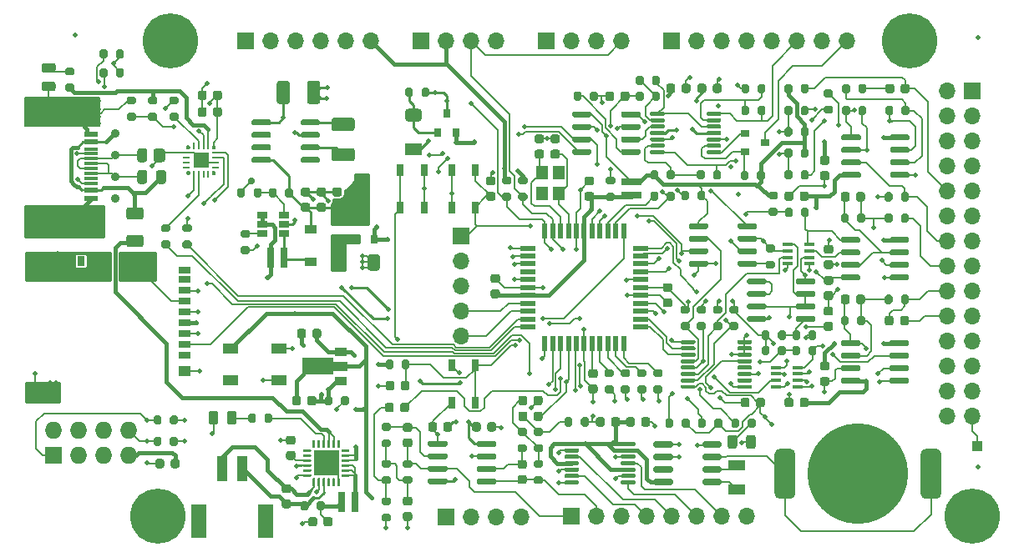
<source format=gbr>
G04 #@! TF.GenerationSoftware,KiCad,Pcbnew,5.99.0+really5.1.12+dfsg1-1*
G04 #@! TF.CreationDate,2021-12-24T17:13:21+08:00*
G04 #@! TF.ProjectId,PSLab,50534c61-622e-46b6-9963-61645f706362,v6.0-beta*
G04 #@! TF.SameCoordinates,Original*
G04 #@! TF.FileFunction,Copper,L1,Top*
G04 #@! TF.FilePolarity,Positive*
%FSLAX46Y46*%
G04 Gerber Fmt 4.6, Leading zero omitted, Abs format (unit mm)*
G04 Created by KiCad (PCBNEW 5.99.0+really5.1.12+dfsg1-1) date 2021-12-24 17:13:21*
%MOMM*%
%LPD*%
G01*
G04 APERTURE LIST*
G04 #@! TA.AperFunction,SMDPad,CuDef*
%ADD10R,2.600000X2.600000*%
G04 #@! TD*
G04 #@! TA.AperFunction,SMDPad,CuDef*
%ADD11R,0.800000X1.200000*%
G04 #@! TD*
G04 #@! TA.AperFunction,SMDPad,CuDef*
%ADD12R,1.060000X0.400000*%
G04 #@! TD*
G04 #@! TA.AperFunction,SMDPad,CuDef*
%ADD13R,1.500000X3.400000*%
G04 #@! TD*
G04 #@! TA.AperFunction,SMDPad,CuDef*
%ADD14R,1.000000X2.600000*%
G04 #@! TD*
G04 #@! TA.AperFunction,SMDPad,CuDef*
%ADD15R,1.500000X2.020000*%
G04 #@! TD*
G04 #@! TA.AperFunction,SMDPad,CuDef*
%ADD16R,1.450000X0.600000*%
G04 #@! TD*
G04 #@! TA.AperFunction,SMDPad,CuDef*
%ADD17R,1.450000X0.300000*%
G04 #@! TD*
G04 #@! TA.AperFunction,SMDPad,CuDef*
%ADD18C,0.500000*%
G04 #@! TD*
G04 #@! TA.AperFunction,SMDPad,CuDef*
%ADD19R,2.000000X0.650000*%
G04 #@! TD*
G04 #@! TA.AperFunction,SMDPad,CuDef*
%ADD20O,0.700000X0.200000*%
G04 #@! TD*
G04 #@! TA.AperFunction,SMDPad,CuDef*
%ADD21O,0.200000X0.700000*%
G04 #@! TD*
G04 #@! TA.AperFunction,SMDPad,CuDef*
%ADD22R,1.600000X1.600000*%
G04 #@! TD*
G04 #@! TA.AperFunction,SMDPad,CuDef*
%ADD23R,0.650000X2.000000*%
G04 #@! TD*
G04 #@! TA.AperFunction,SMDPad,CuDef*
%ADD24C,0.100000*%
G04 #@! TD*
G04 #@! TA.AperFunction,SMDPad,CuDef*
%ADD25R,1.300000X0.900000*%
G04 #@! TD*
G04 #@! TA.AperFunction,SMDPad,CuDef*
%ADD26R,1.060000X0.650000*%
G04 #@! TD*
G04 #@! TA.AperFunction,SMDPad,CuDef*
%ADD27R,1.200000X0.900000*%
G04 #@! TD*
G04 #@! TA.AperFunction,SMDPad,CuDef*
%ADD28R,1.500000X1.000000*%
G04 #@! TD*
G04 #@! TA.AperFunction,ComponentPad*
%ADD29O,1.700000X1.700000*%
G04 #@! TD*
G04 #@! TA.AperFunction,ComponentPad*
%ADD30R,1.700000X1.700000*%
G04 #@! TD*
G04 #@! TA.AperFunction,SMDPad,CuDef*
%ADD31R,1.500000X0.550000*%
G04 #@! TD*
G04 #@! TA.AperFunction,SMDPad,CuDef*
%ADD32R,0.550000X1.500000*%
G04 #@! TD*
G04 #@! TA.AperFunction,SMDPad,CuDef*
%ADD33C,10.200000*%
G04 #@! TD*
G04 #@! TA.AperFunction,SMDPad,CuDef*
%ADD34R,0.800000X0.900000*%
G04 #@! TD*
G04 #@! TA.AperFunction,SMDPad,CuDef*
%ADD35R,0.900000X0.800000*%
G04 #@! TD*
G04 #@! TA.AperFunction,SMDPad,CuDef*
%ADD36R,1.000000X1.000000*%
G04 #@! TD*
G04 #@! TA.AperFunction,ComponentPad*
%ADD37R,1.727200X1.727200*%
G04 #@! TD*
G04 #@! TA.AperFunction,ComponentPad*
%ADD38O,1.727200X1.727200*%
G04 #@! TD*
G04 #@! TA.AperFunction,SMDPad,CuDef*
%ADD39R,1.300000X1.700000*%
G04 #@! TD*
G04 #@! TA.AperFunction,SMDPad,CuDef*
%ADD40R,1.700000X1.300000*%
G04 #@! TD*
G04 #@! TA.AperFunction,SMDPad,CuDef*
%ADD41R,1.200000X0.700000*%
G04 #@! TD*
G04 #@! TA.AperFunction,SMDPad,CuDef*
%ADD42R,1.200000X1.000000*%
G04 #@! TD*
G04 #@! TA.AperFunction,SMDPad,CuDef*
%ADD43R,0.800000X1.000000*%
G04 #@! TD*
G04 #@! TA.AperFunction,SMDPad,CuDef*
%ADD44R,2.800000X1.000000*%
G04 #@! TD*
G04 #@! TA.AperFunction,SMDPad,CuDef*
%ADD45R,1.900000X1.300000*%
G04 #@! TD*
G04 #@! TA.AperFunction,ComponentPad*
%ADD46C,5.600000*%
G04 #@! TD*
G04 #@! TA.AperFunction,SMDPad,CuDef*
%ADD47R,1.200000X1.400000*%
G04 #@! TD*
G04 #@! TA.AperFunction,SMDPad,CuDef*
%ADD48R,1.800000X1.000000*%
G04 #@! TD*
G04 #@! TA.AperFunction,ViaPad*
%ADD49C,0.500000*%
G04 #@! TD*
G04 #@! TA.AperFunction,ViaPad*
%ADD50C,0.914400*%
G04 #@! TD*
G04 #@! TA.AperFunction,ViaPad*
%ADD51C,0.700000*%
G04 #@! TD*
G04 #@! TA.AperFunction,Conductor*
%ADD52C,0.400000*%
G04 #@! TD*
G04 #@! TA.AperFunction,Conductor*
%ADD53C,0.200000*%
G04 #@! TD*
G04 #@! TA.AperFunction,Conductor*
%ADD54C,0.150000*%
G04 #@! TD*
G04 #@! TA.AperFunction,Conductor*
%ADD55C,0.250000*%
G04 #@! TD*
G04 #@! TA.AperFunction,Conductor*
%ADD56C,0.254000*%
G04 #@! TD*
G04 #@! TA.AperFunction,Conductor*
%ADD57C,0.100000*%
G04 #@! TD*
G04 #@! TA.AperFunction,Conductor*
%ADD58C,0.300000*%
G04 #@! TD*
G04 APERTURE END LIST*
G04 #@! TA.AperFunction,SMDPad,CuDef*
G36*
G01*
X120950000Y-87906250D02*
X120950000Y-86993750D01*
G75*
G02*
X121193750Y-86750000I243750J0D01*
G01*
X121681250Y-86750000D01*
G75*
G02*
X121925000Y-86993750I0J-243750D01*
G01*
X121925000Y-87906250D01*
G75*
G02*
X121681250Y-88150000I-243750J0D01*
G01*
X121193750Y-88150000D01*
G75*
G02*
X120950000Y-87906250I0J243750D01*
G01*
G37*
G04 #@! TD.AperFunction*
G04 #@! TA.AperFunction,SMDPad,CuDef*
G36*
G01*
X119075000Y-87906250D02*
X119075000Y-86993750D01*
G75*
G02*
X119318750Y-86750000I243750J0D01*
G01*
X119806250Y-86750000D01*
G75*
G02*
X120050000Y-86993750I0J-243750D01*
G01*
X120050000Y-87906250D01*
G75*
G02*
X119806250Y-88150000I-243750J0D01*
G01*
X119318750Y-88150000D01*
G75*
G02*
X119075000Y-87906250I0J243750D01*
G01*
G37*
G04 #@! TD.AperFunction*
D10*
X131000000Y-92050000D03*
G04 #@! TA.AperFunction,SMDPad,CuDef*
G36*
G01*
X129625000Y-90462500D02*
X129625000Y-89762500D01*
G75*
G02*
X129687500Y-89700000I62500J0D01*
G01*
X129812500Y-89700000D01*
G75*
G02*
X129875000Y-89762500I0J-62500D01*
G01*
X129875000Y-90462500D01*
G75*
G02*
X129812500Y-90525000I-62500J0D01*
G01*
X129687500Y-90525000D01*
G75*
G02*
X129625000Y-90462500I0J62500D01*
G01*
G37*
G04 #@! TD.AperFunction*
G04 #@! TA.AperFunction,SMDPad,CuDef*
G36*
G01*
X130125000Y-90462500D02*
X130125000Y-89762500D01*
G75*
G02*
X130187500Y-89700000I62500J0D01*
G01*
X130312500Y-89700000D01*
G75*
G02*
X130375000Y-89762500I0J-62500D01*
G01*
X130375000Y-90462500D01*
G75*
G02*
X130312500Y-90525000I-62500J0D01*
G01*
X130187500Y-90525000D01*
G75*
G02*
X130125000Y-90462500I0J62500D01*
G01*
G37*
G04 #@! TD.AperFunction*
G04 #@! TA.AperFunction,SMDPad,CuDef*
G36*
G01*
X130625000Y-90462500D02*
X130625000Y-89762500D01*
G75*
G02*
X130687500Y-89700000I62500J0D01*
G01*
X130812500Y-89700000D01*
G75*
G02*
X130875000Y-89762500I0J-62500D01*
G01*
X130875000Y-90462500D01*
G75*
G02*
X130812500Y-90525000I-62500J0D01*
G01*
X130687500Y-90525000D01*
G75*
G02*
X130625000Y-90462500I0J62500D01*
G01*
G37*
G04 #@! TD.AperFunction*
G04 #@! TA.AperFunction,SMDPad,CuDef*
G36*
G01*
X131125000Y-90462500D02*
X131125000Y-89762500D01*
G75*
G02*
X131187500Y-89700000I62500J0D01*
G01*
X131312500Y-89700000D01*
G75*
G02*
X131375000Y-89762500I0J-62500D01*
G01*
X131375000Y-90462500D01*
G75*
G02*
X131312500Y-90525000I-62500J0D01*
G01*
X131187500Y-90525000D01*
G75*
G02*
X131125000Y-90462500I0J62500D01*
G01*
G37*
G04 #@! TD.AperFunction*
G04 #@! TA.AperFunction,SMDPad,CuDef*
G36*
G01*
X131625000Y-90462500D02*
X131625000Y-89762500D01*
G75*
G02*
X131687500Y-89700000I62500J0D01*
G01*
X131812500Y-89700000D01*
G75*
G02*
X131875000Y-89762500I0J-62500D01*
G01*
X131875000Y-90462500D01*
G75*
G02*
X131812500Y-90525000I-62500J0D01*
G01*
X131687500Y-90525000D01*
G75*
G02*
X131625000Y-90462500I0J62500D01*
G01*
G37*
G04 #@! TD.AperFunction*
G04 #@! TA.AperFunction,SMDPad,CuDef*
G36*
G01*
X132125000Y-90462500D02*
X132125000Y-89762500D01*
G75*
G02*
X132187500Y-89700000I62500J0D01*
G01*
X132312500Y-89700000D01*
G75*
G02*
X132375000Y-89762500I0J-62500D01*
G01*
X132375000Y-90462500D01*
G75*
G02*
X132312500Y-90525000I-62500J0D01*
G01*
X132187500Y-90525000D01*
G75*
G02*
X132125000Y-90462500I0J62500D01*
G01*
G37*
G04 #@! TD.AperFunction*
G04 #@! TA.AperFunction,SMDPad,CuDef*
G36*
G01*
X132525000Y-90862500D02*
X132525000Y-90737500D01*
G75*
G02*
X132587500Y-90675000I62500J0D01*
G01*
X133287500Y-90675000D01*
G75*
G02*
X133350000Y-90737500I0J-62500D01*
G01*
X133350000Y-90862500D01*
G75*
G02*
X133287500Y-90925000I-62500J0D01*
G01*
X132587500Y-90925000D01*
G75*
G02*
X132525000Y-90862500I0J62500D01*
G01*
G37*
G04 #@! TD.AperFunction*
G04 #@! TA.AperFunction,SMDPad,CuDef*
G36*
G01*
X132525000Y-91362500D02*
X132525000Y-91237500D01*
G75*
G02*
X132587500Y-91175000I62500J0D01*
G01*
X133287500Y-91175000D01*
G75*
G02*
X133350000Y-91237500I0J-62500D01*
G01*
X133350000Y-91362500D01*
G75*
G02*
X133287500Y-91425000I-62500J0D01*
G01*
X132587500Y-91425000D01*
G75*
G02*
X132525000Y-91362500I0J62500D01*
G01*
G37*
G04 #@! TD.AperFunction*
G04 #@! TA.AperFunction,SMDPad,CuDef*
G36*
G01*
X132525000Y-91862500D02*
X132525000Y-91737500D01*
G75*
G02*
X132587500Y-91675000I62500J0D01*
G01*
X133287500Y-91675000D01*
G75*
G02*
X133350000Y-91737500I0J-62500D01*
G01*
X133350000Y-91862500D01*
G75*
G02*
X133287500Y-91925000I-62500J0D01*
G01*
X132587500Y-91925000D01*
G75*
G02*
X132525000Y-91862500I0J62500D01*
G01*
G37*
G04 #@! TD.AperFunction*
G04 #@! TA.AperFunction,SMDPad,CuDef*
G36*
G01*
X132525000Y-92362500D02*
X132525000Y-92237500D01*
G75*
G02*
X132587500Y-92175000I62500J0D01*
G01*
X133287500Y-92175000D01*
G75*
G02*
X133350000Y-92237500I0J-62500D01*
G01*
X133350000Y-92362500D01*
G75*
G02*
X133287500Y-92425000I-62500J0D01*
G01*
X132587500Y-92425000D01*
G75*
G02*
X132525000Y-92362500I0J62500D01*
G01*
G37*
G04 #@! TD.AperFunction*
G04 #@! TA.AperFunction,SMDPad,CuDef*
G36*
G01*
X132525000Y-92862500D02*
X132525000Y-92737500D01*
G75*
G02*
X132587500Y-92675000I62500J0D01*
G01*
X133287500Y-92675000D01*
G75*
G02*
X133350000Y-92737500I0J-62500D01*
G01*
X133350000Y-92862500D01*
G75*
G02*
X133287500Y-92925000I-62500J0D01*
G01*
X132587500Y-92925000D01*
G75*
G02*
X132525000Y-92862500I0J62500D01*
G01*
G37*
G04 #@! TD.AperFunction*
G04 #@! TA.AperFunction,SMDPad,CuDef*
G36*
G01*
X132525000Y-93362500D02*
X132525000Y-93237500D01*
G75*
G02*
X132587500Y-93175000I62500J0D01*
G01*
X133287500Y-93175000D01*
G75*
G02*
X133350000Y-93237500I0J-62500D01*
G01*
X133350000Y-93362500D01*
G75*
G02*
X133287500Y-93425000I-62500J0D01*
G01*
X132587500Y-93425000D01*
G75*
G02*
X132525000Y-93362500I0J62500D01*
G01*
G37*
G04 #@! TD.AperFunction*
G04 #@! TA.AperFunction,SMDPad,CuDef*
G36*
G01*
X132125000Y-94337500D02*
X132125000Y-93637500D01*
G75*
G02*
X132187500Y-93575000I62500J0D01*
G01*
X132312500Y-93575000D01*
G75*
G02*
X132375000Y-93637500I0J-62500D01*
G01*
X132375000Y-94337500D01*
G75*
G02*
X132312500Y-94400000I-62500J0D01*
G01*
X132187500Y-94400000D01*
G75*
G02*
X132125000Y-94337500I0J62500D01*
G01*
G37*
G04 #@! TD.AperFunction*
G04 #@! TA.AperFunction,SMDPad,CuDef*
G36*
G01*
X131625000Y-94337500D02*
X131625000Y-93637500D01*
G75*
G02*
X131687500Y-93575000I62500J0D01*
G01*
X131812500Y-93575000D01*
G75*
G02*
X131875000Y-93637500I0J-62500D01*
G01*
X131875000Y-94337500D01*
G75*
G02*
X131812500Y-94400000I-62500J0D01*
G01*
X131687500Y-94400000D01*
G75*
G02*
X131625000Y-94337500I0J62500D01*
G01*
G37*
G04 #@! TD.AperFunction*
G04 #@! TA.AperFunction,SMDPad,CuDef*
G36*
G01*
X131125000Y-94337500D02*
X131125000Y-93637500D01*
G75*
G02*
X131187500Y-93575000I62500J0D01*
G01*
X131312500Y-93575000D01*
G75*
G02*
X131375000Y-93637500I0J-62500D01*
G01*
X131375000Y-94337500D01*
G75*
G02*
X131312500Y-94400000I-62500J0D01*
G01*
X131187500Y-94400000D01*
G75*
G02*
X131125000Y-94337500I0J62500D01*
G01*
G37*
G04 #@! TD.AperFunction*
G04 #@! TA.AperFunction,SMDPad,CuDef*
G36*
G01*
X130625000Y-94337500D02*
X130625000Y-93637500D01*
G75*
G02*
X130687500Y-93575000I62500J0D01*
G01*
X130812500Y-93575000D01*
G75*
G02*
X130875000Y-93637500I0J-62500D01*
G01*
X130875000Y-94337500D01*
G75*
G02*
X130812500Y-94400000I-62500J0D01*
G01*
X130687500Y-94400000D01*
G75*
G02*
X130625000Y-94337500I0J62500D01*
G01*
G37*
G04 #@! TD.AperFunction*
G04 #@! TA.AperFunction,SMDPad,CuDef*
G36*
G01*
X130125000Y-94337500D02*
X130125000Y-93637500D01*
G75*
G02*
X130187500Y-93575000I62500J0D01*
G01*
X130312500Y-93575000D01*
G75*
G02*
X130375000Y-93637500I0J-62500D01*
G01*
X130375000Y-94337500D01*
G75*
G02*
X130312500Y-94400000I-62500J0D01*
G01*
X130187500Y-94400000D01*
G75*
G02*
X130125000Y-94337500I0J62500D01*
G01*
G37*
G04 #@! TD.AperFunction*
G04 #@! TA.AperFunction,SMDPad,CuDef*
G36*
G01*
X129625000Y-94337500D02*
X129625000Y-93637500D01*
G75*
G02*
X129687500Y-93575000I62500J0D01*
G01*
X129812500Y-93575000D01*
G75*
G02*
X129875000Y-93637500I0J-62500D01*
G01*
X129875000Y-94337500D01*
G75*
G02*
X129812500Y-94400000I-62500J0D01*
G01*
X129687500Y-94400000D01*
G75*
G02*
X129625000Y-94337500I0J62500D01*
G01*
G37*
G04 #@! TD.AperFunction*
G04 #@! TA.AperFunction,SMDPad,CuDef*
G36*
G01*
X128650000Y-93362500D02*
X128650000Y-93237500D01*
G75*
G02*
X128712500Y-93175000I62500J0D01*
G01*
X129412500Y-93175000D01*
G75*
G02*
X129475000Y-93237500I0J-62500D01*
G01*
X129475000Y-93362500D01*
G75*
G02*
X129412500Y-93425000I-62500J0D01*
G01*
X128712500Y-93425000D01*
G75*
G02*
X128650000Y-93362500I0J62500D01*
G01*
G37*
G04 #@! TD.AperFunction*
G04 #@! TA.AperFunction,SMDPad,CuDef*
G36*
G01*
X128650000Y-92862500D02*
X128650000Y-92737500D01*
G75*
G02*
X128712500Y-92675000I62500J0D01*
G01*
X129412500Y-92675000D01*
G75*
G02*
X129475000Y-92737500I0J-62500D01*
G01*
X129475000Y-92862500D01*
G75*
G02*
X129412500Y-92925000I-62500J0D01*
G01*
X128712500Y-92925000D01*
G75*
G02*
X128650000Y-92862500I0J62500D01*
G01*
G37*
G04 #@! TD.AperFunction*
G04 #@! TA.AperFunction,SMDPad,CuDef*
G36*
G01*
X128650000Y-92362500D02*
X128650000Y-92237500D01*
G75*
G02*
X128712500Y-92175000I62500J0D01*
G01*
X129412500Y-92175000D01*
G75*
G02*
X129475000Y-92237500I0J-62500D01*
G01*
X129475000Y-92362500D01*
G75*
G02*
X129412500Y-92425000I-62500J0D01*
G01*
X128712500Y-92425000D01*
G75*
G02*
X128650000Y-92362500I0J62500D01*
G01*
G37*
G04 #@! TD.AperFunction*
G04 #@! TA.AperFunction,SMDPad,CuDef*
G36*
G01*
X128650000Y-91862500D02*
X128650000Y-91737500D01*
G75*
G02*
X128712500Y-91675000I62500J0D01*
G01*
X129412500Y-91675000D01*
G75*
G02*
X129475000Y-91737500I0J-62500D01*
G01*
X129475000Y-91862500D01*
G75*
G02*
X129412500Y-91925000I-62500J0D01*
G01*
X128712500Y-91925000D01*
G75*
G02*
X128650000Y-91862500I0J62500D01*
G01*
G37*
G04 #@! TD.AperFunction*
G04 #@! TA.AperFunction,SMDPad,CuDef*
G36*
G01*
X128650000Y-91362500D02*
X128650000Y-91237500D01*
G75*
G02*
X128712500Y-91175000I62500J0D01*
G01*
X129412500Y-91175000D01*
G75*
G02*
X129475000Y-91237500I0J-62500D01*
G01*
X129475000Y-91362500D01*
G75*
G02*
X129412500Y-91425000I-62500J0D01*
G01*
X128712500Y-91425000D01*
G75*
G02*
X128650000Y-91362500I0J62500D01*
G01*
G37*
G04 #@! TD.AperFunction*
G04 #@! TA.AperFunction,SMDPad,CuDef*
G36*
G01*
X128650000Y-90862500D02*
X128650000Y-90737500D01*
G75*
G02*
X128712500Y-90675000I62500J0D01*
G01*
X129412500Y-90675000D01*
G75*
G02*
X129475000Y-90737500I0J-62500D01*
G01*
X129475000Y-90862500D01*
G75*
G02*
X129412500Y-90925000I-62500J0D01*
G01*
X128712500Y-90925000D01*
G75*
G02*
X128650000Y-90862500I0J62500D01*
G01*
G37*
G04 #@! TD.AperFunction*
G04 #@! TA.AperFunction,SMDPad,CuDef*
G36*
G01*
X124725000Y-87775000D02*
X124725000Y-87225000D01*
G75*
G02*
X124925000Y-87025000I200000J0D01*
G01*
X125325000Y-87025000D01*
G75*
G02*
X125525000Y-87225000I0J-200000D01*
G01*
X125525000Y-87775000D01*
G75*
G02*
X125325000Y-87975000I-200000J0D01*
G01*
X124925000Y-87975000D01*
G75*
G02*
X124725000Y-87775000I0J200000D01*
G01*
G37*
G04 #@! TD.AperFunction*
G04 #@! TA.AperFunction,SMDPad,CuDef*
G36*
G01*
X123075000Y-87775000D02*
X123075000Y-87225000D01*
G75*
G02*
X123275000Y-87025000I200000J0D01*
G01*
X123675000Y-87025000D01*
G75*
G02*
X123875000Y-87225000I0J-200000D01*
G01*
X123875000Y-87775000D01*
G75*
G02*
X123675000Y-87975000I-200000J0D01*
G01*
X123275000Y-87975000D01*
G75*
G02*
X123075000Y-87775000I0J200000D01*
G01*
G37*
G04 #@! TD.AperFunction*
G04 #@! TA.AperFunction,SMDPad,CuDef*
G36*
G01*
X132350000Y-64975000D02*
X131850000Y-64975000D01*
G75*
G02*
X131625000Y-64750000I0J225000D01*
G01*
X131625000Y-64300000D01*
G75*
G02*
X131850000Y-64075000I225000J0D01*
G01*
X132350000Y-64075000D01*
G75*
G02*
X132575000Y-64300000I0J-225000D01*
G01*
X132575000Y-64750000D01*
G75*
G02*
X132350000Y-64975000I-225000J0D01*
G01*
G37*
G04 #@! TD.AperFunction*
G04 #@! TA.AperFunction,SMDPad,CuDef*
G36*
G01*
X132350000Y-66525000D02*
X131850000Y-66525000D01*
G75*
G02*
X131625000Y-66300000I0J225000D01*
G01*
X131625000Y-65850000D01*
G75*
G02*
X131850000Y-65625000I225000J0D01*
G01*
X132350000Y-65625000D01*
G75*
G02*
X132575000Y-65850000I0J-225000D01*
G01*
X132575000Y-66300000D01*
G75*
G02*
X132350000Y-66525000I-225000J0D01*
G01*
G37*
G04 #@! TD.AperFunction*
G04 #@! TA.AperFunction,SMDPad,CuDef*
G36*
G01*
X130750000Y-64975000D02*
X130250000Y-64975000D01*
G75*
G02*
X130025000Y-64750000I0J225000D01*
G01*
X130025000Y-64300000D01*
G75*
G02*
X130250000Y-64075000I225000J0D01*
G01*
X130750000Y-64075000D01*
G75*
G02*
X130975000Y-64300000I0J-225000D01*
G01*
X130975000Y-64750000D01*
G75*
G02*
X130750000Y-64975000I-225000J0D01*
G01*
G37*
G04 #@! TD.AperFunction*
G04 #@! TA.AperFunction,SMDPad,CuDef*
G36*
G01*
X130750000Y-66525000D02*
X130250000Y-66525000D01*
G75*
G02*
X130025000Y-66300000I0J225000D01*
G01*
X130025000Y-65850000D01*
G75*
G02*
X130250000Y-65625000I225000J0D01*
G01*
X130750000Y-65625000D01*
G75*
G02*
X130975000Y-65850000I0J-225000D01*
G01*
X130975000Y-66300000D01*
G75*
G02*
X130750000Y-66525000I-225000J0D01*
G01*
G37*
G04 #@! TD.AperFunction*
G04 #@! TA.AperFunction,SMDPad,CuDef*
G36*
G01*
X129150000Y-64975000D02*
X128650000Y-64975000D01*
G75*
G02*
X128425000Y-64750000I0J225000D01*
G01*
X128425000Y-64300000D01*
G75*
G02*
X128650000Y-64075000I225000J0D01*
G01*
X129150000Y-64075000D01*
G75*
G02*
X129375000Y-64300000I0J-225000D01*
G01*
X129375000Y-64750000D01*
G75*
G02*
X129150000Y-64975000I-225000J0D01*
G01*
G37*
G04 #@! TD.AperFunction*
G04 #@! TA.AperFunction,SMDPad,CuDef*
G36*
G01*
X129150000Y-66525000D02*
X128650000Y-66525000D01*
G75*
G02*
X128425000Y-66300000I0J225000D01*
G01*
X128425000Y-65850000D01*
G75*
G02*
X128650000Y-65625000I225000J0D01*
G01*
X129150000Y-65625000D01*
G75*
G02*
X129375000Y-65850000I0J-225000D01*
G01*
X129375000Y-66300000D01*
G75*
G02*
X129150000Y-66525000I-225000J0D01*
G01*
G37*
G04 #@! TD.AperFunction*
G04 #@! TA.AperFunction,SMDPad,CuDef*
G36*
G01*
X133625001Y-58325000D02*
X131774999Y-58325000D01*
G75*
G02*
X131525000Y-58075001I0J249999D01*
G01*
X131525000Y-57249999D01*
G75*
G02*
X131774999Y-57000000I249999J0D01*
G01*
X133625001Y-57000000D01*
G75*
G02*
X133875000Y-57249999I0J-249999D01*
G01*
X133875000Y-58075001D01*
G75*
G02*
X133625001Y-58325000I-249999J0D01*
G01*
G37*
G04 #@! TD.AperFunction*
G04 #@! TA.AperFunction,SMDPad,CuDef*
G36*
G01*
X133625001Y-61400000D02*
X131774999Y-61400000D01*
G75*
G02*
X131525000Y-61150001I0J249999D01*
G01*
X131525000Y-60324999D01*
G75*
G02*
X131774999Y-60075000I249999J0D01*
G01*
X133625001Y-60075000D01*
G75*
G02*
X133875000Y-60324999I0J-249999D01*
G01*
X133875000Y-61150001D01*
G75*
G02*
X133625001Y-61400000I-249999J0D01*
G01*
G37*
G04 #@! TD.AperFunction*
G04 #@! TA.AperFunction,SMDPad,CuDef*
G36*
G01*
X170325000Y-88275000D02*
X170325000Y-87725000D01*
G75*
G02*
X170525000Y-87525000I200000J0D01*
G01*
X170925000Y-87525000D01*
G75*
G02*
X171125000Y-87725000I0J-200000D01*
G01*
X171125000Y-88275000D01*
G75*
G02*
X170925000Y-88475000I-200000J0D01*
G01*
X170525000Y-88475000D01*
G75*
G02*
X170325000Y-88275000I0J200000D01*
G01*
G37*
G04 #@! TD.AperFunction*
G04 #@! TA.AperFunction,SMDPad,CuDef*
G36*
G01*
X168675000Y-88275000D02*
X168675000Y-87725000D01*
G75*
G02*
X168875000Y-87525000I200000J0D01*
G01*
X169275000Y-87525000D01*
G75*
G02*
X169475000Y-87725000I0J-200000D01*
G01*
X169475000Y-88275000D01*
G75*
G02*
X169275000Y-88475000I-200000J0D01*
G01*
X168875000Y-88475000D01*
G75*
G02*
X168675000Y-88275000I0J200000D01*
G01*
G37*
G04 #@! TD.AperFunction*
G04 #@! TA.AperFunction,SMDPad,CuDef*
G36*
G01*
X167025000Y-88275000D02*
X167025000Y-87725000D01*
G75*
G02*
X167225000Y-87525000I200000J0D01*
G01*
X167625000Y-87525000D01*
G75*
G02*
X167825000Y-87725000I0J-200000D01*
G01*
X167825000Y-88275000D01*
G75*
G02*
X167625000Y-88475000I-200000J0D01*
G01*
X167225000Y-88475000D01*
G75*
G02*
X167025000Y-88275000I0J200000D01*
G01*
G37*
G04 #@! TD.AperFunction*
G04 #@! TA.AperFunction,SMDPad,CuDef*
G36*
G01*
X165375000Y-88275000D02*
X165375000Y-87725000D01*
G75*
G02*
X165575000Y-87525000I200000J0D01*
G01*
X165975000Y-87525000D01*
G75*
G02*
X166175000Y-87725000I0J-200000D01*
G01*
X166175000Y-88275000D01*
G75*
G02*
X165975000Y-88475000I-200000J0D01*
G01*
X165575000Y-88475000D01*
G75*
G02*
X165375000Y-88275000I0J200000D01*
G01*
G37*
G04 #@! TD.AperFunction*
D11*
X146100000Y-82098000D03*
X143700000Y-82098000D03*
X143700000Y-85898000D03*
X146100000Y-85898000D03*
X146100000Y-62300000D03*
X143700000Y-62300000D03*
X143700000Y-66100000D03*
X146100000Y-66100000D03*
X140900000Y-62300000D03*
X138500000Y-62300000D03*
X138500000Y-66100000D03*
X140900000Y-66100000D03*
G04 #@! TA.AperFunction,SMDPad,CuDef*
G36*
G01*
X172650000Y-89443750D02*
X172650000Y-90356250D01*
G75*
G02*
X172406250Y-90600000I-243750J0D01*
G01*
X171918750Y-90600000D01*
G75*
G02*
X171675000Y-90356250I0J243750D01*
G01*
X171675000Y-89443750D01*
G75*
G02*
X171918750Y-89200000I243750J0D01*
G01*
X172406250Y-89200000D01*
G75*
G02*
X172650000Y-89443750I0J-243750D01*
G01*
G37*
G04 #@! TD.AperFunction*
G04 #@! TA.AperFunction,SMDPad,CuDef*
G36*
G01*
X174525000Y-89443750D02*
X174525000Y-90356250D01*
G75*
G02*
X174281250Y-90600000I-243750J0D01*
G01*
X173793750Y-90600000D01*
G75*
G02*
X173550000Y-90356250I0J243750D01*
G01*
X173550000Y-89443750D01*
G75*
G02*
X173793750Y-89200000I243750J0D01*
G01*
X174281250Y-89200000D01*
G75*
G02*
X174525000Y-89443750I0J-243750D01*
G01*
G37*
G04 #@! TD.AperFunction*
G04 #@! TA.AperFunction,SMDPad,CuDef*
G36*
G01*
X168415000Y-84205000D02*
X168415000Y-84405000D01*
G75*
G02*
X168315000Y-84505000I-100000J0D01*
G01*
X167040000Y-84505000D01*
G75*
G02*
X166940000Y-84405000I0J100000D01*
G01*
X166940000Y-84205000D01*
G75*
G02*
X167040000Y-84105000I100000J0D01*
G01*
X168315000Y-84105000D01*
G75*
G02*
X168415000Y-84205000I0J-100000D01*
G01*
G37*
G04 #@! TD.AperFunction*
G04 #@! TA.AperFunction,SMDPad,CuDef*
G36*
G01*
X168415000Y-83555000D02*
X168415000Y-83755000D01*
G75*
G02*
X168315000Y-83855000I-100000J0D01*
G01*
X167040000Y-83855000D01*
G75*
G02*
X166940000Y-83755000I0J100000D01*
G01*
X166940000Y-83555000D01*
G75*
G02*
X167040000Y-83455000I100000J0D01*
G01*
X168315000Y-83455000D01*
G75*
G02*
X168415000Y-83555000I0J-100000D01*
G01*
G37*
G04 #@! TD.AperFunction*
G04 #@! TA.AperFunction,SMDPad,CuDef*
G36*
G01*
X168415000Y-82905000D02*
X168415000Y-83105000D01*
G75*
G02*
X168315000Y-83205000I-100000J0D01*
G01*
X167040000Y-83205000D01*
G75*
G02*
X166940000Y-83105000I0J100000D01*
G01*
X166940000Y-82905000D01*
G75*
G02*
X167040000Y-82805000I100000J0D01*
G01*
X168315000Y-82805000D01*
G75*
G02*
X168415000Y-82905000I0J-100000D01*
G01*
G37*
G04 #@! TD.AperFunction*
G04 #@! TA.AperFunction,SMDPad,CuDef*
G36*
G01*
X168415000Y-82255000D02*
X168415000Y-82455000D01*
G75*
G02*
X168315000Y-82555000I-100000J0D01*
G01*
X167040000Y-82555000D01*
G75*
G02*
X166940000Y-82455000I0J100000D01*
G01*
X166940000Y-82255000D01*
G75*
G02*
X167040000Y-82155000I100000J0D01*
G01*
X168315000Y-82155000D01*
G75*
G02*
X168415000Y-82255000I0J-100000D01*
G01*
G37*
G04 #@! TD.AperFunction*
G04 #@! TA.AperFunction,SMDPad,CuDef*
G36*
G01*
X168415000Y-81605000D02*
X168415000Y-81805000D01*
G75*
G02*
X168315000Y-81905000I-100000J0D01*
G01*
X167040000Y-81905000D01*
G75*
G02*
X166940000Y-81805000I0J100000D01*
G01*
X166940000Y-81605000D01*
G75*
G02*
X167040000Y-81505000I100000J0D01*
G01*
X168315000Y-81505000D01*
G75*
G02*
X168415000Y-81605000I0J-100000D01*
G01*
G37*
G04 #@! TD.AperFunction*
G04 #@! TA.AperFunction,SMDPad,CuDef*
G36*
G01*
X168415000Y-80955000D02*
X168415000Y-81155000D01*
G75*
G02*
X168315000Y-81255000I-100000J0D01*
G01*
X167040000Y-81255000D01*
G75*
G02*
X166940000Y-81155000I0J100000D01*
G01*
X166940000Y-80955000D01*
G75*
G02*
X167040000Y-80855000I100000J0D01*
G01*
X168315000Y-80855000D01*
G75*
G02*
X168415000Y-80955000I0J-100000D01*
G01*
G37*
G04 #@! TD.AperFunction*
G04 #@! TA.AperFunction,SMDPad,CuDef*
G36*
G01*
X168415000Y-80305000D02*
X168415000Y-80505000D01*
G75*
G02*
X168315000Y-80605000I-100000J0D01*
G01*
X167040000Y-80605000D01*
G75*
G02*
X166940000Y-80505000I0J100000D01*
G01*
X166940000Y-80305000D01*
G75*
G02*
X167040000Y-80205000I100000J0D01*
G01*
X168315000Y-80205000D01*
G75*
G02*
X168415000Y-80305000I0J-100000D01*
G01*
G37*
G04 #@! TD.AperFunction*
G04 #@! TA.AperFunction,SMDPad,CuDef*
G36*
G01*
X168415000Y-79655000D02*
X168415000Y-79855000D01*
G75*
G02*
X168315000Y-79955000I-100000J0D01*
G01*
X167040000Y-79955000D01*
G75*
G02*
X166940000Y-79855000I0J100000D01*
G01*
X166940000Y-79655000D01*
G75*
G02*
X167040000Y-79555000I100000J0D01*
G01*
X168315000Y-79555000D01*
G75*
G02*
X168415000Y-79655000I0J-100000D01*
G01*
G37*
G04 #@! TD.AperFunction*
G04 #@! TA.AperFunction,SMDPad,CuDef*
G36*
G01*
X174140000Y-79655000D02*
X174140000Y-79855000D01*
G75*
G02*
X174040000Y-79955000I-100000J0D01*
G01*
X172765000Y-79955000D01*
G75*
G02*
X172665000Y-79855000I0J100000D01*
G01*
X172665000Y-79655000D01*
G75*
G02*
X172765000Y-79555000I100000J0D01*
G01*
X174040000Y-79555000D01*
G75*
G02*
X174140000Y-79655000I0J-100000D01*
G01*
G37*
G04 #@! TD.AperFunction*
G04 #@! TA.AperFunction,SMDPad,CuDef*
G36*
G01*
X174140000Y-80305000D02*
X174140000Y-80505000D01*
G75*
G02*
X174040000Y-80605000I-100000J0D01*
G01*
X172765000Y-80605000D01*
G75*
G02*
X172665000Y-80505000I0J100000D01*
G01*
X172665000Y-80305000D01*
G75*
G02*
X172765000Y-80205000I100000J0D01*
G01*
X174040000Y-80205000D01*
G75*
G02*
X174140000Y-80305000I0J-100000D01*
G01*
G37*
G04 #@! TD.AperFunction*
G04 #@! TA.AperFunction,SMDPad,CuDef*
G36*
G01*
X174140000Y-80955000D02*
X174140000Y-81155000D01*
G75*
G02*
X174040000Y-81255000I-100000J0D01*
G01*
X172765000Y-81255000D01*
G75*
G02*
X172665000Y-81155000I0J100000D01*
G01*
X172665000Y-80955000D01*
G75*
G02*
X172765000Y-80855000I100000J0D01*
G01*
X174040000Y-80855000D01*
G75*
G02*
X174140000Y-80955000I0J-100000D01*
G01*
G37*
G04 #@! TD.AperFunction*
G04 #@! TA.AperFunction,SMDPad,CuDef*
G36*
G01*
X174140000Y-81605000D02*
X174140000Y-81805000D01*
G75*
G02*
X174040000Y-81905000I-100000J0D01*
G01*
X172765000Y-81905000D01*
G75*
G02*
X172665000Y-81805000I0J100000D01*
G01*
X172665000Y-81605000D01*
G75*
G02*
X172765000Y-81505000I100000J0D01*
G01*
X174040000Y-81505000D01*
G75*
G02*
X174140000Y-81605000I0J-100000D01*
G01*
G37*
G04 #@! TD.AperFunction*
G04 #@! TA.AperFunction,SMDPad,CuDef*
G36*
G01*
X174140000Y-82255000D02*
X174140000Y-82455000D01*
G75*
G02*
X174040000Y-82555000I-100000J0D01*
G01*
X172765000Y-82555000D01*
G75*
G02*
X172665000Y-82455000I0J100000D01*
G01*
X172665000Y-82255000D01*
G75*
G02*
X172765000Y-82155000I100000J0D01*
G01*
X174040000Y-82155000D01*
G75*
G02*
X174140000Y-82255000I0J-100000D01*
G01*
G37*
G04 #@! TD.AperFunction*
G04 #@! TA.AperFunction,SMDPad,CuDef*
G36*
G01*
X174140000Y-82905000D02*
X174140000Y-83105000D01*
G75*
G02*
X174040000Y-83205000I-100000J0D01*
G01*
X172765000Y-83205000D01*
G75*
G02*
X172665000Y-83105000I0J100000D01*
G01*
X172665000Y-82905000D01*
G75*
G02*
X172765000Y-82805000I100000J0D01*
G01*
X174040000Y-82805000D01*
G75*
G02*
X174140000Y-82905000I0J-100000D01*
G01*
G37*
G04 #@! TD.AperFunction*
G04 #@! TA.AperFunction,SMDPad,CuDef*
G36*
G01*
X174140000Y-83555000D02*
X174140000Y-83755000D01*
G75*
G02*
X174040000Y-83855000I-100000J0D01*
G01*
X172765000Y-83855000D01*
G75*
G02*
X172665000Y-83755000I0J100000D01*
G01*
X172665000Y-83555000D01*
G75*
G02*
X172765000Y-83455000I100000J0D01*
G01*
X174040000Y-83455000D01*
G75*
G02*
X174140000Y-83555000I0J-100000D01*
G01*
G37*
G04 #@! TD.AperFunction*
G04 #@! TA.AperFunction,SMDPad,CuDef*
G36*
G01*
X174140000Y-84205000D02*
X174140000Y-84405000D01*
G75*
G02*
X174040000Y-84505000I-100000J0D01*
G01*
X172765000Y-84505000D01*
G75*
G02*
X172665000Y-84405000I0J100000D01*
G01*
X172665000Y-84205000D01*
G75*
G02*
X172765000Y-84105000I100000J0D01*
G01*
X174040000Y-84105000D01*
G75*
G02*
X174140000Y-84205000I0J-100000D01*
G01*
G37*
G04 #@! TD.AperFunction*
G04 #@! TA.AperFunction,SMDPad,CuDef*
G36*
G01*
X160880000Y-56785000D02*
X160880000Y-56485000D01*
G75*
G02*
X161030000Y-56335000I150000J0D01*
G01*
X162680000Y-56335000D01*
G75*
G02*
X162830000Y-56485000I0J-150000D01*
G01*
X162830000Y-56785000D01*
G75*
G02*
X162680000Y-56935000I-150000J0D01*
G01*
X161030000Y-56935000D01*
G75*
G02*
X160880000Y-56785000I0J150000D01*
G01*
G37*
G04 #@! TD.AperFunction*
G04 #@! TA.AperFunction,SMDPad,CuDef*
G36*
G01*
X160880000Y-58055000D02*
X160880000Y-57755000D01*
G75*
G02*
X161030000Y-57605000I150000J0D01*
G01*
X162680000Y-57605000D01*
G75*
G02*
X162830000Y-57755000I0J-150000D01*
G01*
X162830000Y-58055000D01*
G75*
G02*
X162680000Y-58205000I-150000J0D01*
G01*
X161030000Y-58205000D01*
G75*
G02*
X160880000Y-58055000I0J150000D01*
G01*
G37*
G04 #@! TD.AperFunction*
G04 #@! TA.AperFunction,SMDPad,CuDef*
G36*
G01*
X160880000Y-59325000D02*
X160880000Y-59025000D01*
G75*
G02*
X161030000Y-58875000I150000J0D01*
G01*
X162680000Y-58875000D01*
G75*
G02*
X162830000Y-59025000I0J-150000D01*
G01*
X162830000Y-59325000D01*
G75*
G02*
X162680000Y-59475000I-150000J0D01*
G01*
X161030000Y-59475000D01*
G75*
G02*
X160880000Y-59325000I0J150000D01*
G01*
G37*
G04 #@! TD.AperFunction*
G04 #@! TA.AperFunction,SMDPad,CuDef*
G36*
G01*
X160880000Y-60595000D02*
X160880000Y-60295000D01*
G75*
G02*
X161030000Y-60145000I150000J0D01*
G01*
X162680000Y-60145000D01*
G75*
G02*
X162830000Y-60295000I0J-150000D01*
G01*
X162830000Y-60595000D01*
G75*
G02*
X162680000Y-60745000I-150000J0D01*
G01*
X161030000Y-60745000D01*
G75*
G02*
X160880000Y-60595000I0J150000D01*
G01*
G37*
G04 #@! TD.AperFunction*
G04 #@! TA.AperFunction,SMDPad,CuDef*
G36*
G01*
X155930000Y-60595000D02*
X155930000Y-60295000D01*
G75*
G02*
X156080000Y-60145000I150000J0D01*
G01*
X157730000Y-60145000D01*
G75*
G02*
X157880000Y-60295000I0J-150000D01*
G01*
X157880000Y-60595000D01*
G75*
G02*
X157730000Y-60745000I-150000J0D01*
G01*
X156080000Y-60745000D01*
G75*
G02*
X155930000Y-60595000I0J150000D01*
G01*
G37*
G04 #@! TD.AperFunction*
G04 #@! TA.AperFunction,SMDPad,CuDef*
G36*
G01*
X155930000Y-59325000D02*
X155930000Y-59025000D01*
G75*
G02*
X156080000Y-58875000I150000J0D01*
G01*
X157730000Y-58875000D01*
G75*
G02*
X157880000Y-59025000I0J-150000D01*
G01*
X157880000Y-59325000D01*
G75*
G02*
X157730000Y-59475000I-150000J0D01*
G01*
X156080000Y-59475000D01*
G75*
G02*
X155930000Y-59325000I0J150000D01*
G01*
G37*
G04 #@! TD.AperFunction*
G04 #@! TA.AperFunction,SMDPad,CuDef*
G36*
G01*
X155930000Y-58055000D02*
X155930000Y-57755000D01*
G75*
G02*
X156080000Y-57605000I150000J0D01*
G01*
X157730000Y-57605000D01*
G75*
G02*
X157880000Y-57755000I0J-150000D01*
G01*
X157880000Y-58055000D01*
G75*
G02*
X157730000Y-58205000I-150000J0D01*
G01*
X156080000Y-58205000D01*
G75*
G02*
X155930000Y-58055000I0J150000D01*
G01*
G37*
G04 #@! TD.AperFunction*
G04 #@! TA.AperFunction,SMDPad,CuDef*
G36*
G01*
X155930000Y-56785000D02*
X155930000Y-56485000D01*
G75*
G02*
X156080000Y-56335000I150000J0D01*
G01*
X157730000Y-56335000D01*
G75*
G02*
X157880000Y-56485000I0J-150000D01*
G01*
X157880000Y-56785000D01*
G75*
G02*
X157730000Y-56935000I-150000J0D01*
G01*
X156080000Y-56935000D01*
G75*
G02*
X155930000Y-56785000I0J150000D01*
G01*
G37*
G04 #@! TD.AperFunction*
G04 #@! TA.AperFunction,SMDPad,CuDef*
G36*
G01*
X172700000Y-68145000D02*
X172700000Y-67845000D01*
G75*
G02*
X172850000Y-67695000I150000J0D01*
G01*
X174500000Y-67695000D01*
G75*
G02*
X174650000Y-67845000I0J-150000D01*
G01*
X174650000Y-68145000D01*
G75*
G02*
X174500000Y-68295000I-150000J0D01*
G01*
X172850000Y-68295000D01*
G75*
G02*
X172700000Y-68145000I0J150000D01*
G01*
G37*
G04 #@! TD.AperFunction*
G04 #@! TA.AperFunction,SMDPad,CuDef*
G36*
G01*
X172700000Y-69415000D02*
X172700000Y-69115000D01*
G75*
G02*
X172850000Y-68965000I150000J0D01*
G01*
X174500000Y-68965000D01*
G75*
G02*
X174650000Y-69115000I0J-150000D01*
G01*
X174650000Y-69415000D01*
G75*
G02*
X174500000Y-69565000I-150000J0D01*
G01*
X172850000Y-69565000D01*
G75*
G02*
X172700000Y-69415000I0J150000D01*
G01*
G37*
G04 #@! TD.AperFunction*
G04 #@! TA.AperFunction,SMDPad,CuDef*
G36*
G01*
X172700000Y-70685000D02*
X172700000Y-70385000D01*
G75*
G02*
X172850000Y-70235000I150000J0D01*
G01*
X174500000Y-70235000D01*
G75*
G02*
X174650000Y-70385000I0J-150000D01*
G01*
X174650000Y-70685000D01*
G75*
G02*
X174500000Y-70835000I-150000J0D01*
G01*
X172850000Y-70835000D01*
G75*
G02*
X172700000Y-70685000I0J150000D01*
G01*
G37*
G04 #@! TD.AperFunction*
G04 #@! TA.AperFunction,SMDPad,CuDef*
G36*
G01*
X172700000Y-71955000D02*
X172700000Y-71655000D01*
G75*
G02*
X172850000Y-71505000I150000J0D01*
G01*
X174500000Y-71505000D01*
G75*
G02*
X174650000Y-71655000I0J-150000D01*
G01*
X174650000Y-71955000D01*
G75*
G02*
X174500000Y-72105000I-150000J0D01*
G01*
X172850000Y-72105000D01*
G75*
G02*
X172700000Y-71955000I0J150000D01*
G01*
G37*
G04 #@! TD.AperFunction*
G04 #@! TA.AperFunction,SMDPad,CuDef*
G36*
G01*
X167750000Y-71955000D02*
X167750000Y-71655000D01*
G75*
G02*
X167900000Y-71505000I150000J0D01*
G01*
X169550000Y-71505000D01*
G75*
G02*
X169700000Y-71655000I0J-150000D01*
G01*
X169700000Y-71955000D01*
G75*
G02*
X169550000Y-72105000I-150000J0D01*
G01*
X167900000Y-72105000D01*
G75*
G02*
X167750000Y-71955000I0J150000D01*
G01*
G37*
G04 #@! TD.AperFunction*
G04 #@! TA.AperFunction,SMDPad,CuDef*
G36*
G01*
X167750000Y-70685000D02*
X167750000Y-70385000D01*
G75*
G02*
X167900000Y-70235000I150000J0D01*
G01*
X169550000Y-70235000D01*
G75*
G02*
X169700000Y-70385000I0J-150000D01*
G01*
X169700000Y-70685000D01*
G75*
G02*
X169550000Y-70835000I-150000J0D01*
G01*
X167900000Y-70835000D01*
G75*
G02*
X167750000Y-70685000I0J150000D01*
G01*
G37*
G04 #@! TD.AperFunction*
G04 #@! TA.AperFunction,SMDPad,CuDef*
G36*
G01*
X167750000Y-69415000D02*
X167750000Y-69115000D01*
G75*
G02*
X167900000Y-68965000I150000J0D01*
G01*
X169550000Y-68965000D01*
G75*
G02*
X169700000Y-69115000I0J-150000D01*
G01*
X169700000Y-69415000D01*
G75*
G02*
X169550000Y-69565000I-150000J0D01*
G01*
X167900000Y-69565000D01*
G75*
G02*
X167750000Y-69415000I0J150000D01*
G01*
G37*
G04 #@! TD.AperFunction*
G04 #@! TA.AperFunction,SMDPad,CuDef*
G36*
G01*
X167750000Y-68145000D02*
X167750000Y-67845000D01*
G75*
G02*
X167900000Y-67695000I150000J0D01*
G01*
X169550000Y-67695000D01*
G75*
G02*
X169700000Y-67845000I0J-150000D01*
G01*
X169700000Y-68145000D01*
G75*
G02*
X169550000Y-68295000I-150000J0D01*
G01*
X167900000Y-68295000D01*
G75*
G02*
X167750000Y-68145000I0J150000D01*
G01*
G37*
G04 #@! TD.AperFunction*
G04 #@! TA.AperFunction,SMDPad,CuDef*
G36*
G01*
X178610000Y-73765000D02*
X178610000Y-73465000D01*
G75*
G02*
X178760000Y-73315000I150000J0D01*
G01*
X180410000Y-73315000D01*
G75*
G02*
X180560000Y-73465000I0J-150000D01*
G01*
X180560000Y-73765000D01*
G75*
G02*
X180410000Y-73915000I-150000J0D01*
G01*
X178760000Y-73915000D01*
G75*
G02*
X178610000Y-73765000I0J150000D01*
G01*
G37*
G04 #@! TD.AperFunction*
G04 #@! TA.AperFunction,SMDPad,CuDef*
G36*
G01*
X178610000Y-75035000D02*
X178610000Y-74735000D01*
G75*
G02*
X178760000Y-74585000I150000J0D01*
G01*
X180410000Y-74585000D01*
G75*
G02*
X180560000Y-74735000I0J-150000D01*
G01*
X180560000Y-75035000D01*
G75*
G02*
X180410000Y-75185000I-150000J0D01*
G01*
X178760000Y-75185000D01*
G75*
G02*
X178610000Y-75035000I0J150000D01*
G01*
G37*
G04 #@! TD.AperFunction*
G04 #@! TA.AperFunction,SMDPad,CuDef*
G36*
G01*
X178610000Y-76305000D02*
X178610000Y-76005000D01*
G75*
G02*
X178760000Y-75855000I150000J0D01*
G01*
X180410000Y-75855000D01*
G75*
G02*
X180560000Y-76005000I0J-150000D01*
G01*
X180560000Y-76305000D01*
G75*
G02*
X180410000Y-76455000I-150000J0D01*
G01*
X178760000Y-76455000D01*
G75*
G02*
X178610000Y-76305000I0J150000D01*
G01*
G37*
G04 #@! TD.AperFunction*
G04 #@! TA.AperFunction,SMDPad,CuDef*
G36*
G01*
X178610000Y-77575000D02*
X178610000Y-77275000D01*
G75*
G02*
X178760000Y-77125000I150000J0D01*
G01*
X180410000Y-77125000D01*
G75*
G02*
X180560000Y-77275000I0J-150000D01*
G01*
X180560000Y-77575000D01*
G75*
G02*
X180410000Y-77725000I-150000J0D01*
G01*
X178760000Y-77725000D01*
G75*
G02*
X178610000Y-77575000I0J150000D01*
G01*
G37*
G04 #@! TD.AperFunction*
G04 #@! TA.AperFunction,SMDPad,CuDef*
G36*
G01*
X173660000Y-77575000D02*
X173660000Y-77275000D01*
G75*
G02*
X173810000Y-77125000I150000J0D01*
G01*
X175460000Y-77125000D01*
G75*
G02*
X175610000Y-77275000I0J-150000D01*
G01*
X175610000Y-77575000D01*
G75*
G02*
X175460000Y-77725000I-150000J0D01*
G01*
X173810000Y-77725000D01*
G75*
G02*
X173660000Y-77575000I0J150000D01*
G01*
G37*
G04 #@! TD.AperFunction*
G04 #@! TA.AperFunction,SMDPad,CuDef*
G36*
G01*
X173660000Y-76305000D02*
X173660000Y-76005000D01*
G75*
G02*
X173810000Y-75855000I150000J0D01*
G01*
X175460000Y-75855000D01*
G75*
G02*
X175610000Y-76005000I0J-150000D01*
G01*
X175610000Y-76305000D01*
G75*
G02*
X175460000Y-76455000I-150000J0D01*
G01*
X173810000Y-76455000D01*
G75*
G02*
X173660000Y-76305000I0J150000D01*
G01*
G37*
G04 #@! TD.AperFunction*
G04 #@! TA.AperFunction,SMDPad,CuDef*
G36*
G01*
X173660000Y-75035000D02*
X173660000Y-74735000D01*
G75*
G02*
X173810000Y-74585000I150000J0D01*
G01*
X175460000Y-74585000D01*
G75*
G02*
X175610000Y-74735000I0J-150000D01*
G01*
X175610000Y-75035000D01*
G75*
G02*
X175460000Y-75185000I-150000J0D01*
G01*
X173810000Y-75185000D01*
G75*
G02*
X173660000Y-75035000I0J150000D01*
G01*
G37*
G04 #@! TD.AperFunction*
G04 #@! TA.AperFunction,SMDPad,CuDef*
G36*
G01*
X173660000Y-73765000D02*
X173660000Y-73465000D01*
G75*
G02*
X173810000Y-73315000I150000J0D01*
G01*
X175460000Y-73315000D01*
G75*
G02*
X175610000Y-73465000I0J-150000D01*
G01*
X175610000Y-73765000D01*
G75*
G02*
X175460000Y-73915000I-150000J0D01*
G01*
X173810000Y-73915000D01*
G75*
G02*
X173660000Y-73765000I0J150000D01*
G01*
G37*
G04 #@! TD.AperFunction*
D12*
X179960000Y-69840000D03*
X179960000Y-70490000D03*
X179960000Y-71150000D03*
X179960000Y-71800000D03*
X177760000Y-71800000D03*
X177760000Y-71150000D03*
X177760000Y-70490000D03*
X177760000Y-69840000D03*
X178810000Y-82340000D03*
X178810000Y-82990000D03*
X178810000Y-83650000D03*
X178810000Y-84300000D03*
X176610000Y-84300000D03*
X176610000Y-83650000D03*
X176610000Y-82990000D03*
X176610000Y-82340000D03*
G04 #@! TA.AperFunction,SMDPad,CuDef*
G36*
G01*
X172605000Y-76885000D02*
X172055000Y-76885000D01*
G75*
G02*
X171855000Y-76685000I0J200000D01*
G01*
X171855000Y-76285000D01*
G75*
G02*
X172055000Y-76085000I200000J0D01*
G01*
X172605000Y-76085000D01*
G75*
G02*
X172805000Y-76285000I0J-200000D01*
G01*
X172805000Y-76685000D01*
G75*
G02*
X172605000Y-76885000I-200000J0D01*
G01*
G37*
G04 #@! TD.AperFunction*
G04 #@! TA.AperFunction,SMDPad,CuDef*
G36*
G01*
X172605000Y-78535000D02*
X172055000Y-78535000D01*
G75*
G02*
X171855000Y-78335000I0J200000D01*
G01*
X171855000Y-77935000D01*
G75*
G02*
X172055000Y-77735000I200000J0D01*
G01*
X172605000Y-77735000D01*
G75*
G02*
X172805000Y-77935000I0J-200000D01*
G01*
X172805000Y-78335000D01*
G75*
G02*
X172605000Y-78535000I-200000J0D01*
G01*
G37*
G04 #@! TD.AperFunction*
G04 #@! TA.AperFunction,SMDPad,CuDef*
G36*
G01*
X156875000Y-54525000D02*
X156875000Y-55075000D01*
G75*
G02*
X156675000Y-55275000I-200000J0D01*
G01*
X156275000Y-55275000D01*
G75*
G02*
X156075000Y-55075000I0J200000D01*
G01*
X156075000Y-54525000D01*
G75*
G02*
X156275000Y-54325000I200000J0D01*
G01*
X156675000Y-54325000D01*
G75*
G02*
X156875000Y-54525000I0J-200000D01*
G01*
G37*
G04 #@! TD.AperFunction*
G04 #@! TA.AperFunction,SMDPad,CuDef*
G36*
G01*
X158525000Y-54525000D02*
X158525000Y-55075000D01*
G75*
G02*
X158325000Y-55275000I-200000J0D01*
G01*
X157925000Y-55275000D01*
G75*
G02*
X157725000Y-55075000I0J200000D01*
G01*
X157725000Y-54525000D01*
G75*
G02*
X157925000Y-54325000I200000J0D01*
G01*
X158325000Y-54325000D01*
G75*
G02*
X158525000Y-54525000I0J-200000D01*
G01*
G37*
G04 #@! TD.AperFunction*
G04 #@! TA.AperFunction,SMDPad,CuDef*
G36*
G01*
X170955000Y-76885000D02*
X170405000Y-76885000D01*
G75*
G02*
X170205000Y-76685000I0J200000D01*
G01*
X170205000Y-76285000D01*
G75*
G02*
X170405000Y-76085000I200000J0D01*
G01*
X170955000Y-76085000D01*
G75*
G02*
X171155000Y-76285000I0J-200000D01*
G01*
X171155000Y-76685000D01*
G75*
G02*
X170955000Y-76885000I-200000J0D01*
G01*
G37*
G04 #@! TD.AperFunction*
G04 #@! TA.AperFunction,SMDPad,CuDef*
G36*
G01*
X170955000Y-78535000D02*
X170405000Y-78535000D01*
G75*
G02*
X170205000Y-78335000I0J200000D01*
G01*
X170205000Y-77935000D01*
G75*
G02*
X170405000Y-77735000I200000J0D01*
G01*
X170955000Y-77735000D01*
G75*
G02*
X171155000Y-77935000I0J-200000D01*
G01*
X171155000Y-78335000D01*
G75*
G02*
X170955000Y-78535000I-200000J0D01*
G01*
G37*
G04 #@! TD.AperFunction*
G04 #@! TA.AperFunction,SMDPad,CuDef*
G36*
G01*
X167655000Y-76885000D02*
X167105000Y-76885000D01*
G75*
G02*
X166905000Y-76685000I0J200000D01*
G01*
X166905000Y-76285000D01*
G75*
G02*
X167105000Y-76085000I200000J0D01*
G01*
X167655000Y-76085000D01*
G75*
G02*
X167855000Y-76285000I0J-200000D01*
G01*
X167855000Y-76685000D01*
G75*
G02*
X167655000Y-76885000I-200000J0D01*
G01*
G37*
G04 #@! TD.AperFunction*
G04 #@! TA.AperFunction,SMDPad,CuDef*
G36*
G01*
X167655000Y-78535000D02*
X167105000Y-78535000D01*
G75*
G02*
X166905000Y-78335000I0J200000D01*
G01*
X166905000Y-77935000D01*
G75*
G02*
X167105000Y-77735000I200000J0D01*
G01*
X167655000Y-77735000D01*
G75*
G02*
X167855000Y-77935000I0J-200000D01*
G01*
X167855000Y-78335000D01*
G75*
G02*
X167655000Y-78535000I-200000J0D01*
G01*
G37*
G04 #@! TD.AperFunction*
G04 #@! TA.AperFunction,SMDPad,CuDef*
G36*
G01*
X169305000Y-76885000D02*
X168755000Y-76885000D01*
G75*
G02*
X168555000Y-76685000I0J200000D01*
G01*
X168555000Y-76285000D01*
G75*
G02*
X168755000Y-76085000I200000J0D01*
G01*
X169305000Y-76085000D01*
G75*
G02*
X169505000Y-76285000I0J-200000D01*
G01*
X169505000Y-76685000D01*
G75*
G02*
X169305000Y-76885000I-200000J0D01*
G01*
G37*
G04 #@! TD.AperFunction*
G04 #@! TA.AperFunction,SMDPad,CuDef*
G36*
G01*
X169305000Y-78535000D02*
X168755000Y-78535000D01*
G75*
G02*
X168555000Y-78335000I0J200000D01*
G01*
X168555000Y-77935000D01*
G75*
G02*
X168755000Y-77735000I200000J0D01*
G01*
X169305000Y-77735000D01*
G75*
G02*
X169505000Y-77935000I0J-200000D01*
G01*
X169505000Y-78335000D01*
G75*
G02*
X169305000Y-78535000I-200000J0D01*
G01*
G37*
G04 #@! TD.AperFunction*
D13*
X118110000Y-97920000D03*
X124810000Y-97920000D03*
D14*
X120460000Y-92620000D03*
X122460000Y-92620000D03*
G04 #@! TA.AperFunction,SMDPad,CuDef*
G36*
G01*
X131635000Y-85445000D02*
X131635000Y-85995000D01*
G75*
G02*
X131435000Y-86195000I-200000J0D01*
G01*
X131035000Y-86195000D01*
G75*
G02*
X130835000Y-85995000I0J200000D01*
G01*
X130835000Y-85445000D01*
G75*
G02*
X131035000Y-85245000I200000J0D01*
G01*
X131435000Y-85245000D01*
G75*
G02*
X131635000Y-85445000I0J-200000D01*
G01*
G37*
G04 #@! TD.AperFunction*
G04 #@! TA.AperFunction,SMDPad,CuDef*
G36*
G01*
X133285000Y-85445000D02*
X133285000Y-85995000D01*
G75*
G02*
X133085000Y-86195000I-200000J0D01*
G01*
X132685000Y-86195000D01*
G75*
G02*
X132485000Y-85995000I0J200000D01*
G01*
X132485000Y-85445000D01*
G75*
G02*
X132685000Y-85245000I200000J0D01*
G01*
X133085000Y-85245000D01*
G75*
G02*
X133285000Y-85445000I0J-200000D01*
G01*
G37*
G04 #@! TD.AperFunction*
D15*
X106200000Y-67230000D03*
X106200000Y-56570000D03*
X102200000Y-67230000D03*
X102200000Y-56570000D03*
D16*
X107145000Y-65150000D03*
X107145000Y-64350000D03*
X107145000Y-59450000D03*
X107145000Y-58650000D03*
X107145000Y-58650000D03*
X107145000Y-59450000D03*
X107145000Y-64350000D03*
X107145000Y-65150000D03*
D17*
X107145000Y-60150000D03*
X107145000Y-60650000D03*
X107145000Y-61150000D03*
X107145000Y-62150000D03*
X107145000Y-62650000D03*
X107145000Y-63150000D03*
X107145000Y-63650000D03*
X107145000Y-61650000D03*
D18*
X146000000Y-59400000D03*
G04 #@! TA.AperFunction,SMDPad,CuDef*
G36*
G01*
X152850000Y-59575000D02*
X152350000Y-59575000D01*
G75*
G02*
X152125000Y-59350000I0J225000D01*
G01*
X152125000Y-58900000D01*
G75*
G02*
X152350000Y-58675000I225000J0D01*
G01*
X152850000Y-58675000D01*
G75*
G02*
X153075000Y-58900000I0J-225000D01*
G01*
X153075000Y-59350000D01*
G75*
G02*
X152850000Y-59575000I-225000J0D01*
G01*
G37*
G04 #@! TD.AperFunction*
G04 #@! TA.AperFunction,SMDPad,CuDef*
G36*
G01*
X152850000Y-61125000D02*
X152350000Y-61125000D01*
G75*
G02*
X152125000Y-60900000I0J225000D01*
G01*
X152125000Y-60450000D01*
G75*
G02*
X152350000Y-60225000I225000J0D01*
G01*
X152850000Y-60225000D01*
G75*
G02*
X153075000Y-60450000I0J-225000D01*
G01*
X153075000Y-60900000D01*
G75*
G02*
X152850000Y-61125000I-225000J0D01*
G01*
G37*
G04 #@! TD.AperFunction*
G04 #@! TA.AperFunction,SMDPad,CuDef*
G36*
G01*
X154450000Y-59575000D02*
X153950000Y-59575000D01*
G75*
G02*
X153725000Y-59350000I0J225000D01*
G01*
X153725000Y-58900000D01*
G75*
G02*
X153950000Y-58675000I225000J0D01*
G01*
X154450000Y-58675000D01*
G75*
G02*
X154675000Y-58900000I0J-225000D01*
G01*
X154675000Y-59350000D01*
G75*
G02*
X154450000Y-59575000I-225000J0D01*
G01*
G37*
G04 #@! TD.AperFunction*
G04 #@! TA.AperFunction,SMDPad,CuDef*
G36*
G01*
X154450000Y-61125000D02*
X153950000Y-61125000D01*
G75*
G02*
X153725000Y-60900000I0J225000D01*
G01*
X153725000Y-60450000D01*
G75*
G02*
X153950000Y-60225000I225000J0D01*
G01*
X154450000Y-60225000D01*
G75*
G02*
X154675000Y-60450000I0J-225000D01*
G01*
X154675000Y-60900000D01*
G75*
G02*
X154450000Y-61125000I-225000J0D01*
G01*
G37*
G04 #@! TD.AperFunction*
D19*
X161976000Y-64861000D03*
X161976000Y-63511000D03*
D20*
X119750000Y-62050000D03*
X119750000Y-61550000D03*
X119750000Y-61050000D03*
X119750000Y-60550000D03*
D21*
X119050000Y-59850000D03*
X118550000Y-59850000D03*
X118050000Y-59850000D03*
X117550000Y-59850000D03*
D20*
X116850000Y-60550000D03*
X116850000Y-61050000D03*
X116850000Y-61550000D03*
X116850000Y-62050000D03*
D21*
X117550000Y-62750000D03*
X118050000Y-62750000D03*
X118550000Y-62750000D03*
X119050000Y-62750000D03*
D22*
X118300000Y-61300000D03*
G04 #@! TA.AperFunction,SMDPad,CuDef*
G36*
G01*
X119800000Y-62500000D02*
X119800000Y-62700000D01*
G75*
G02*
X119700000Y-62800000I-100000J0D01*
G01*
X119500000Y-62800000D01*
G75*
G02*
X119400000Y-62700000I0J100000D01*
G01*
X119400000Y-62500000D01*
G75*
G02*
X119500000Y-62400000I100000J0D01*
G01*
X119700000Y-62400000D01*
G75*
G02*
X119800000Y-62500000I0J-100000D01*
G01*
G37*
G04 #@! TD.AperFunction*
G04 #@! TA.AperFunction,SMDPad,CuDef*
G36*
G01*
X119800000Y-59900000D02*
X119800000Y-60100000D01*
G75*
G02*
X119700000Y-60200000I-100000J0D01*
G01*
X119500000Y-60200000D01*
G75*
G02*
X119400000Y-60100000I0J100000D01*
G01*
X119400000Y-59900000D01*
G75*
G02*
X119500000Y-59800000I100000J0D01*
G01*
X119700000Y-59800000D01*
G75*
G02*
X119800000Y-59900000I0J-100000D01*
G01*
G37*
G04 #@! TD.AperFunction*
G04 #@! TA.AperFunction,SMDPad,CuDef*
G36*
G01*
X117200000Y-62500000D02*
X117200000Y-62700000D01*
G75*
G02*
X117100000Y-62800000I-100000J0D01*
G01*
X116900000Y-62800000D01*
G75*
G02*
X116800000Y-62700000I0J100000D01*
G01*
X116800000Y-62500000D01*
G75*
G02*
X116900000Y-62400000I100000J0D01*
G01*
X117100000Y-62400000D01*
G75*
G02*
X117200000Y-62500000I0J-100000D01*
G01*
G37*
G04 #@! TD.AperFunction*
G04 #@! TA.AperFunction,SMDPad,CuDef*
G36*
G01*
X117200000Y-59900000D02*
X117200000Y-60100000D01*
G75*
G02*
X117100000Y-60200000I-100000J0D01*
G01*
X116900000Y-60200000D01*
G75*
G02*
X116800000Y-60100000I0J100000D01*
G01*
X116800000Y-59900000D01*
G75*
G02*
X116900000Y-59800000I100000J0D01*
G01*
X117100000Y-59800000D01*
G75*
G02*
X117200000Y-59900000I0J-100000D01*
G01*
G37*
G04 #@! TD.AperFunction*
G04 #@! TA.AperFunction,SMDPad,CuDef*
G36*
G01*
X118875000Y-56150000D02*
X118875000Y-56650000D01*
G75*
G02*
X118650000Y-56875000I-225000J0D01*
G01*
X118200000Y-56875000D01*
G75*
G02*
X117975000Y-56650000I0J225000D01*
G01*
X117975000Y-56150000D01*
G75*
G02*
X118200000Y-55925000I225000J0D01*
G01*
X118650000Y-55925000D01*
G75*
G02*
X118875000Y-56150000I0J-225000D01*
G01*
G37*
G04 #@! TD.AperFunction*
G04 #@! TA.AperFunction,SMDPad,CuDef*
G36*
G01*
X120425000Y-56150000D02*
X120425000Y-56650000D01*
G75*
G02*
X120200000Y-56875000I-225000J0D01*
G01*
X119750000Y-56875000D01*
G75*
G02*
X119525000Y-56650000I0J225000D01*
G01*
X119525000Y-56150000D01*
G75*
G02*
X119750000Y-55925000I225000J0D01*
G01*
X120200000Y-55925000D01*
G75*
G02*
X120425000Y-56150000I0J-225000D01*
G01*
G37*
G04 #@! TD.AperFunction*
G04 #@! TA.AperFunction,SMDPad,CuDef*
G36*
G01*
X118875000Y-54450000D02*
X118875000Y-54950000D01*
G75*
G02*
X118650000Y-55175000I-225000J0D01*
G01*
X118200000Y-55175000D01*
G75*
G02*
X117975000Y-54950000I0J225000D01*
G01*
X117975000Y-54450000D01*
G75*
G02*
X118200000Y-54225000I225000J0D01*
G01*
X118650000Y-54225000D01*
G75*
G02*
X118875000Y-54450000I0J-225000D01*
G01*
G37*
G04 #@! TD.AperFunction*
G04 #@! TA.AperFunction,SMDPad,CuDef*
G36*
G01*
X120425000Y-54450000D02*
X120425000Y-54950000D01*
G75*
G02*
X120200000Y-55175000I-225000J0D01*
G01*
X119750000Y-55175000D01*
G75*
G02*
X119525000Y-54950000I0J225000D01*
G01*
X119525000Y-54450000D01*
G75*
G02*
X119750000Y-54225000I225000J0D01*
G01*
X120200000Y-54225000D01*
G75*
G02*
X120425000Y-54450000I0J-225000D01*
G01*
G37*
G04 #@! TD.AperFunction*
D23*
X126675000Y-71200000D03*
X125325000Y-71200000D03*
X132525000Y-96000000D03*
X133875000Y-96000000D03*
G04 #@! TA.AperFunction,SMDPad,CuDef*
D24*
G36*
X128560000Y-81353500D02*
G01*
X131685000Y-81353500D01*
X131685000Y-81770000D01*
X133160000Y-81770000D01*
X133160000Y-82670000D01*
X131685000Y-82670000D01*
X131685000Y-83086500D01*
X128560000Y-83086500D01*
X128560000Y-81353500D01*
G37*
G04 #@! TD.AperFunction*
D25*
X132510000Y-80720000D03*
X132510000Y-83720000D03*
G04 #@! TA.AperFunction,SMDPad,CuDef*
G36*
G01*
X125400000Y-61130000D02*
X125400000Y-61430000D01*
G75*
G02*
X125250000Y-61580000I-150000J0D01*
G01*
X123600000Y-61580000D01*
G75*
G02*
X123450000Y-61430000I0J150000D01*
G01*
X123450000Y-61130000D01*
G75*
G02*
X123600000Y-60980000I150000J0D01*
G01*
X125250000Y-60980000D01*
G75*
G02*
X125400000Y-61130000I0J-150000D01*
G01*
G37*
G04 #@! TD.AperFunction*
G04 #@! TA.AperFunction,SMDPad,CuDef*
G36*
G01*
X125400000Y-59860000D02*
X125400000Y-60160000D01*
G75*
G02*
X125250000Y-60310000I-150000J0D01*
G01*
X123600000Y-60310000D01*
G75*
G02*
X123450000Y-60160000I0J150000D01*
G01*
X123450000Y-59860000D01*
G75*
G02*
X123600000Y-59710000I150000J0D01*
G01*
X125250000Y-59710000D01*
G75*
G02*
X125400000Y-59860000I0J-150000D01*
G01*
G37*
G04 #@! TD.AperFunction*
G04 #@! TA.AperFunction,SMDPad,CuDef*
G36*
G01*
X125400000Y-58590000D02*
X125400000Y-58890000D01*
G75*
G02*
X125250000Y-59040000I-150000J0D01*
G01*
X123600000Y-59040000D01*
G75*
G02*
X123450000Y-58890000I0J150000D01*
G01*
X123450000Y-58590000D01*
G75*
G02*
X123600000Y-58440000I150000J0D01*
G01*
X125250000Y-58440000D01*
G75*
G02*
X125400000Y-58590000I0J-150000D01*
G01*
G37*
G04 #@! TD.AperFunction*
G04 #@! TA.AperFunction,SMDPad,CuDef*
G36*
G01*
X125400000Y-57320000D02*
X125400000Y-57620000D01*
G75*
G02*
X125250000Y-57770000I-150000J0D01*
G01*
X123600000Y-57770000D01*
G75*
G02*
X123450000Y-57620000I0J150000D01*
G01*
X123450000Y-57320000D01*
G75*
G02*
X123600000Y-57170000I150000J0D01*
G01*
X125250000Y-57170000D01*
G75*
G02*
X125400000Y-57320000I0J-150000D01*
G01*
G37*
G04 #@! TD.AperFunction*
G04 #@! TA.AperFunction,SMDPad,CuDef*
G36*
G01*
X130350000Y-57320000D02*
X130350000Y-57620000D01*
G75*
G02*
X130200000Y-57770000I-150000J0D01*
G01*
X128550000Y-57770000D01*
G75*
G02*
X128400000Y-57620000I0J150000D01*
G01*
X128400000Y-57320000D01*
G75*
G02*
X128550000Y-57170000I150000J0D01*
G01*
X130200000Y-57170000D01*
G75*
G02*
X130350000Y-57320000I0J-150000D01*
G01*
G37*
G04 #@! TD.AperFunction*
G04 #@! TA.AperFunction,SMDPad,CuDef*
G36*
G01*
X130350000Y-58590000D02*
X130350000Y-58890000D01*
G75*
G02*
X130200000Y-59040000I-150000J0D01*
G01*
X128550000Y-59040000D01*
G75*
G02*
X128400000Y-58890000I0J150000D01*
G01*
X128400000Y-58590000D01*
G75*
G02*
X128550000Y-58440000I150000J0D01*
G01*
X130200000Y-58440000D01*
G75*
G02*
X130350000Y-58590000I0J-150000D01*
G01*
G37*
G04 #@! TD.AperFunction*
G04 #@! TA.AperFunction,SMDPad,CuDef*
G36*
G01*
X130350000Y-59860000D02*
X130350000Y-60160000D01*
G75*
G02*
X130200000Y-60310000I-150000J0D01*
G01*
X128550000Y-60310000D01*
G75*
G02*
X128400000Y-60160000I0J150000D01*
G01*
X128400000Y-59860000D01*
G75*
G02*
X128550000Y-59710000I150000J0D01*
G01*
X130200000Y-59710000D01*
G75*
G02*
X130350000Y-59860000I0J-150000D01*
G01*
G37*
G04 #@! TD.AperFunction*
G04 #@! TA.AperFunction,SMDPad,CuDef*
G36*
G01*
X130350000Y-61130000D02*
X130350000Y-61430000D01*
G75*
G02*
X130200000Y-61580000I-150000J0D01*
G01*
X128550000Y-61580000D01*
G75*
G02*
X128400000Y-61430000I0J150000D01*
G01*
X128400000Y-61130000D01*
G75*
G02*
X128550000Y-60980000I150000J0D01*
G01*
X130200000Y-60980000D01*
G75*
G02*
X130350000Y-61130000I0J-150000D01*
G01*
G37*
G04 #@! TD.AperFunction*
D26*
X124550000Y-67810000D03*
X124550000Y-68760000D03*
X124550000Y-66860000D03*
X126750000Y-66860000D03*
X126750000Y-67810000D03*
X126750000Y-68760000D03*
G04 #@! TA.AperFunction,SMDPad,CuDef*
G36*
G01*
X122775000Y-64325000D02*
X122775000Y-64875000D01*
G75*
G02*
X122575000Y-65075000I-200000J0D01*
G01*
X122175000Y-65075000D01*
G75*
G02*
X121975000Y-64875000I0J200000D01*
G01*
X121975000Y-64325000D01*
G75*
G02*
X122175000Y-64125000I200000J0D01*
G01*
X122575000Y-64125000D01*
G75*
G02*
X122775000Y-64325000I0J-200000D01*
G01*
G37*
G04 #@! TD.AperFunction*
G04 #@! TA.AperFunction,SMDPad,CuDef*
G36*
G01*
X124425000Y-64325000D02*
X124425000Y-64875000D01*
G75*
G02*
X124225000Y-65075000I-200000J0D01*
G01*
X123825000Y-65075000D01*
G75*
G02*
X123625000Y-64875000I0J200000D01*
G01*
X123625000Y-64325000D01*
G75*
G02*
X123825000Y-64125000I200000J0D01*
G01*
X124225000Y-64125000D01*
G75*
G02*
X124425000Y-64325000I0J-200000D01*
G01*
G37*
G04 #@! TD.AperFunction*
G04 #@! TA.AperFunction,SMDPad,CuDef*
G36*
G01*
X125975000Y-64325000D02*
X125975000Y-64875000D01*
G75*
G02*
X125775000Y-65075000I-200000J0D01*
G01*
X125375000Y-65075000D01*
G75*
G02*
X125175000Y-64875000I0J200000D01*
G01*
X125175000Y-64325000D01*
G75*
G02*
X125375000Y-64125000I200000J0D01*
G01*
X125775000Y-64125000D01*
G75*
G02*
X125975000Y-64325000I0J-200000D01*
G01*
G37*
G04 #@! TD.AperFunction*
G04 #@! TA.AperFunction,SMDPad,CuDef*
G36*
G01*
X127625000Y-64325000D02*
X127625000Y-64875000D01*
G75*
G02*
X127425000Y-65075000I-200000J0D01*
G01*
X127025000Y-65075000D01*
G75*
G02*
X126825000Y-64875000I0J200000D01*
G01*
X126825000Y-64325000D01*
G75*
G02*
X127025000Y-64125000I200000J0D01*
G01*
X127425000Y-64125000D01*
G75*
G02*
X127625000Y-64325000I0J-200000D01*
G01*
G37*
G04 #@! TD.AperFunction*
G04 #@! TA.AperFunction,SMDPad,CuDef*
G36*
G01*
X130025000Y-96675000D02*
X130025000Y-96125000D01*
G75*
G02*
X130225000Y-95925000I200000J0D01*
G01*
X130625000Y-95925000D01*
G75*
G02*
X130825000Y-96125000I0J-200000D01*
G01*
X130825000Y-96675000D01*
G75*
G02*
X130625000Y-96875000I-200000J0D01*
G01*
X130225000Y-96875000D01*
G75*
G02*
X130025000Y-96675000I0J200000D01*
G01*
G37*
G04 #@! TD.AperFunction*
G04 #@! TA.AperFunction,SMDPad,CuDef*
G36*
G01*
X128375000Y-96675000D02*
X128375000Y-96125000D01*
G75*
G02*
X128575000Y-95925000I200000J0D01*
G01*
X128975000Y-95925000D01*
G75*
G02*
X129175000Y-96125000I0J-200000D01*
G01*
X129175000Y-96675000D01*
G75*
G02*
X128975000Y-96875000I-200000J0D01*
G01*
X128575000Y-96875000D01*
G75*
G02*
X128375000Y-96675000I0J200000D01*
G01*
G37*
G04 #@! TD.AperFunction*
G04 #@! TA.AperFunction,SMDPad,CuDef*
G36*
G01*
X122525000Y-70025000D02*
X123075000Y-70025000D01*
G75*
G02*
X123275000Y-70225000I0J-200000D01*
G01*
X123275000Y-70625000D01*
G75*
G02*
X123075000Y-70825000I-200000J0D01*
G01*
X122525000Y-70825000D01*
G75*
G02*
X122325000Y-70625000I0J200000D01*
G01*
X122325000Y-70225000D01*
G75*
G02*
X122525000Y-70025000I200000J0D01*
G01*
G37*
G04 #@! TD.AperFunction*
G04 #@! TA.AperFunction,SMDPad,CuDef*
G36*
G01*
X122525000Y-68375000D02*
X123075000Y-68375000D01*
G75*
G02*
X123275000Y-68575000I0J-200000D01*
G01*
X123275000Y-68975000D01*
G75*
G02*
X123075000Y-69175000I-200000J0D01*
G01*
X122525000Y-69175000D01*
G75*
G02*
X122325000Y-68975000I0J200000D01*
G01*
X122325000Y-68575000D01*
G75*
G02*
X122525000Y-68375000I200000J0D01*
G01*
G37*
G04 #@! TD.AperFunction*
D27*
X129400000Y-71650000D03*
X129400000Y-68350000D03*
G04 #@! TA.AperFunction,SMDPad,CuDef*
G36*
G01*
X127210000Y-95095000D02*
X126710000Y-95095000D01*
G75*
G02*
X126485000Y-94870000I0J225000D01*
G01*
X126485000Y-94420000D01*
G75*
G02*
X126710000Y-94195000I225000J0D01*
G01*
X127210000Y-94195000D01*
G75*
G02*
X127435000Y-94420000I0J-225000D01*
G01*
X127435000Y-94870000D01*
G75*
G02*
X127210000Y-95095000I-225000J0D01*
G01*
G37*
G04 #@! TD.AperFunction*
G04 #@! TA.AperFunction,SMDPad,CuDef*
G36*
G01*
X127210000Y-96645000D02*
X126710000Y-96645000D01*
G75*
G02*
X126485000Y-96420000I0J225000D01*
G01*
X126485000Y-95970000D01*
G75*
G02*
X126710000Y-95745000I225000J0D01*
G01*
X127210000Y-95745000D01*
G75*
G02*
X127435000Y-95970000I0J-225000D01*
G01*
X127435000Y-96420000D01*
G75*
G02*
X127210000Y-96645000I-225000J0D01*
G01*
G37*
G04 #@! TD.AperFunction*
G04 #@! TA.AperFunction,SMDPad,CuDef*
G36*
G01*
X130075000Y-97750000D02*
X130075000Y-98250000D01*
G75*
G02*
X129850000Y-98475000I-225000J0D01*
G01*
X129400000Y-98475000D01*
G75*
G02*
X129175000Y-98250000I0J225000D01*
G01*
X129175000Y-97750000D01*
G75*
G02*
X129400000Y-97525000I225000J0D01*
G01*
X129850000Y-97525000D01*
G75*
G02*
X130075000Y-97750000I0J-225000D01*
G01*
G37*
G04 #@! TD.AperFunction*
G04 #@! TA.AperFunction,SMDPad,CuDef*
G36*
G01*
X131625000Y-97750000D02*
X131625000Y-98250000D01*
G75*
G02*
X131400000Y-98475000I-225000J0D01*
G01*
X130950000Y-98475000D01*
G75*
G02*
X130725000Y-98250000I0J225000D01*
G01*
X130725000Y-97750000D01*
G75*
G02*
X130950000Y-97525000I225000J0D01*
G01*
X131400000Y-97525000D01*
G75*
G02*
X131625000Y-97750000I0J-225000D01*
G01*
G37*
G04 #@! TD.AperFunction*
G04 #@! TA.AperFunction,SMDPad,CuDef*
G36*
G01*
X127650000Y-90175000D02*
X127150000Y-90175000D01*
G75*
G02*
X126925000Y-89950000I0J225000D01*
G01*
X126925000Y-89500000D01*
G75*
G02*
X127150000Y-89275000I225000J0D01*
G01*
X127650000Y-89275000D01*
G75*
G02*
X127875000Y-89500000I0J-225000D01*
G01*
X127875000Y-89950000D01*
G75*
G02*
X127650000Y-90175000I-225000J0D01*
G01*
G37*
G04 #@! TD.AperFunction*
G04 #@! TA.AperFunction,SMDPad,CuDef*
G36*
G01*
X127650000Y-91725000D02*
X127150000Y-91725000D01*
G75*
G02*
X126925000Y-91500000I0J225000D01*
G01*
X126925000Y-91050000D01*
G75*
G02*
X127150000Y-90825000I225000J0D01*
G01*
X127650000Y-90825000D01*
G75*
G02*
X127875000Y-91050000I0J-225000D01*
G01*
X127875000Y-91500000D01*
G75*
G02*
X127650000Y-91725000I-225000J0D01*
G01*
G37*
G04 #@! TD.AperFunction*
D28*
X121299000Y-80429500D03*
X121299000Y-83629500D03*
X126199000Y-80429500D03*
X126199000Y-83629500D03*
D29*
X144660000Y-79172000D03*
X144660000Y-76632000D03*
X144660000Y-74092000D03*
X144660000Y-71552000D03*
D30*
X144660000Y-69012000D03*
G04 #@! TA.AperFunction,SMDPad,CuDef*
G36*
G01*
X184817000Y-67445500D02*
X184817000Y-66895500D01*
G75*
G02*
X185017000Y-66695500I200000J0D01*
G01*
X185417000Y-66695500D01*
G75*
G02*
X185617000Y-66895500I0J-200000D01*
G01*
X185617000Y-67445500D01*
G75*
G02*
X185417000Y-67645500I-200000J0D01*
G01*
X185017000Y-67645500D01*
G75*
G02*
X184817000Y-67445500I0J200000D01*
G01*
G37*
G04 #@! TD.AperFunction*
G04 #@! TA.AperFunction,SMDPad,CuDef*
G36*
G01*
X183167000Y-67445500D02*
X183167000Y-66895500D01*
G75*
G02*
X183367000Y-66695500I200000J0D01*
G01*
X183767000Y-66695500D01*
G75*
G02*
X183967000Y-66895500I0J-200000D01*
G01*
X183967000Y-67445500D01*
G75*
G02*
X183767000Y-67645500I-200000J0D01*
G01*
X183367000Y-67645500D01*
G75*
G02*
X183167000Y-67445500I0J200000D01*
G01*
G37*
G04 #@! TD.AperFunction*
G04 #@! TA.AperFunction,SMDPad,CuDef*
G36*
G01*
X188178000Y-59129000D02*
X188178000Y-58829000D01*
G75*
G02*
X188328000Y-58679000I150000J0D01*
G01*
X189978000Y-58679000D01*
G75*
G02*
X190128000Y-58829000I0J-150000D01*
G01*
X190128000Y-59129000D01*
G75*
G02*
X189978000Y-59279000I-150000J0D01*
G01*
X188328000Y-59279000D01*
G75*
G02*
X188178000Y-59129000I0J150000D01*
G01*
G37*
G04 #@! TD.AperFunction*
G04 #@! TA.AperFunction,SMDPad,CuDef*
G36*
G01*
X188178000Y-60399000D02*
X188178000Y-60099000D01*
G75*
G02*
X188328000Y-59949000I150000J0D01*
G01*
X189978000Y-59949000D01*
G75*
G02*
X190128000Y-60099000I0J-150000D01*
G01*
X190128000Y-60399000D01*
G75*
G02*
X189978000Y-60549000I-150000J0D01*
G01*
X188328000Y-60549000D01*
G75*
G02*
X188178000Y-60399000I0J150000D01*
G01*
G37*
G04 #@! TD.AperFunction*
G04 #@! TA.AperFunction,SMDPad,CuDef*
G36*
G01*
X188178000Y-61669000D02*
X188178000Y-61369000D01*
G75*
G02*
X188328000Y-61219000I150000J0D01*
G01*
X189978000Y-61219000D01*
G75*
G02*
X190128000Y-61369000I0J-150000D01*
G01*
X190128000Y-61669000D01*
G75*
G02*
X189978000Y-61819000I-150000J0D01*
G01*
X188328000Y-61819000D01*
G75*
G02*
X188178000Y-61669000I0J150000D01*
G01*
G37*
G04 #@! TD.AperFunction*
G04 #@! TA.AperFunction,SMDPad,CuDef*
G36*
G01*
X188178000Y-62939000D02*
X188178000Y-62639000D01*
G75*
G02*
X188328000Y-62489000I150000J0D01*
G01*
X189978000Y-62489000D01*
G75*
G02*
X190128000Y-62639000I0J-150000D01*
G01*
X190128000Y-62939000D01*
G75*
G02*
X189978000Y-63089000I-150000J0D01*
G01*
X188328000Y-63089000D01*
G75*
G02*
X188178000Y-62939000I0J150000D01*
G01*
G37*
G04 #@! TD.AperFunction*
G04 #@! TA.AperFunction,SMDPad,CuDef*
G36*
G01*
X183228000Y-62939000D02*
X183228000Y-62639000D01*
G75*
G02*
X183378000Y-62489000I150000J0D01*
G01*
X185028000Y-62489000D01*
G75*
G02*
X185178000Y-62639000I0J-150000D01*
G01*
X185178000Y-62939000D01*
G75*
G02*
X185028000Y-63089000I-150000J0D01*
G01*
X183378000Y-63089000D01*
G75*
G02*
X183228000Y-62939000I0J150000D01*
G01*
G37*
G04 #@! TD.AperFunction*
G04 #@! TA.AperFunction,SMDPad,CuDef*
G36*
G01*
X183228000Y-61669000D02*
X183228000Y-61369000D01*
G75*
G02*
X183378000Y-61219000I150000J0D01*
G01*
X185028000Y-61219000D01*
G75*
G02*
X185178000Y-61369000I0J-150000D01*
G01*
X185178000Y-61669000D01*
G75*
G02*
X185028000Y-61819000I-150000J0D01*
G01*
X183378000Y-61819000D01*
G75*
G02*
X183228000Y-61669000I0J150000D01*
G01*
G37*
G04 #@! TD.AperFunction*
G04 #@! TA.AperFunction,SMDPad,CuDef*
G36*
G01*
X183228000Y-60399000D02*
X183228000Y-60099000D01*
G75*
G02*
X183378000Y-59949000I150000J0D01*
G01*
X185028000Y-59949000D01*
G75*
G02*
X185178000Y-60099000I0J-150000D01*
G01*
X185178000Y-60399000D01*
G75*
G02*
X185028000Y-60549000I-150000J0D01*
G01*
X183378000Y-60549000D01*
G75*
G02*
X183228000Y-60399000I0J150000D01*
G01*
G37*
G04 #@! TD.AperFunction*
G04 #@! TA.AperFunction,SMDPad,CuDef*
G36*
G01*
X183228000Y-59129000D02*
X183228000Y-58829000D01*
G75*
G02*
X183378000Y-58679000I150000J0D01*
G01*
X185028000Y-58679000D01*
G75*
G02*
X185178000Y-58829000I0J-150000D01*
G01*
X185178000Y-59129000D01*
G75*
G02*
X185028000Y-59279000I-150000J0D01*
G01*
X183378000Y-59279000D01*
G75*
G02*
X183228000Y-59129000I0J150000D01*
G01*
G37*
G04 #@! TD.AperFunction*
D31*
X151450000Y-78219000D03*
X151450000Y-77419000D03*
X151450000Y-76619000D03*
X151450000Y-75819000D03*
X151450000Y-75019000D03*
X151450000Y-74219000D03*
X151450000Y-73419000D03*
X151450000Y-72619000D03*
X151450000Y-71819000D03*
X151450000Y-71019000D03*
X151450000Y-70219000D03*
D32*
X153150000Y-68519000D03*
X153950000Y-68519000D03*
X154750000Y-68519000D03*
X155550000Y-68519000D03*
X156350000Y-68519000D03*
X157150000Y-68519000D03*
X157950000Y-68519000D03*
X158750000Y-68519000D03*
X159550000Y-68519000D03*
X160350000Y-68519000D03*
X161150000Y-68519000D03*
D31*
X162850000Y-70219000D03*
X162850000Y-71019000D03*
X162850000Y-71819000D03*
X162850000Y-72619000D03*
X162850000Y-73419000D03*
X162850000Y-74219000D03*
X162850000Y-75019000D03*
X162850000Y-75819000D03*
X162850000Y-76619000D03*
X162850000Y-77419000D03*
X162850000Y-78219000D03*
D32*
X161150000Y-79919000D03*
X160350000Y-79919000D03*
X159550000Y-79919000D03*
X158750000Y-79919000D03*
X157950000Y-79919000D03*
X157150000Y-79919000D03*
X156350000Y-79919000D03*
X155550000Y-79919000D03*
X154750000Y-79919000D03*
X153950000Y-79919000D03*
X153150000Y-79919000D03*
G04 #@! TA.AperFunction,SMDPad,CuDef*
G36*
G01*
X114670000Y-60400000D02*
X114670000Y-61200000D01*
G75*
G02*
X114370000Y-61500000I-300000J0D01*
G01*
X113770000Y-61500000D01*
G75*
G02*
X113470000Y-61200000I0J300000D01*
G01*
X113470000Y-60400000D01*
G75*
G02*
X113770000Y-60100000I300000J0D01*
G01*
X114370000Y-60100000D01*
G75*
G02*
X114670000Y-60400000I0J-300000D01*
G01*
G37*
G04 #@! TD.AperFunction*
G04 #@! TA.AperFunction,SMDPad,CuDef*
G36*
G01*
X112850000Y-60350000D02*
X112850000Y-61250000D01*
G75*
G02*
X112600000Y-61500000I-250000J0D01*
G01*
X112100000Y-61500000D01*
G75*
G02*
X111850000Y-61250000I0J250000D01*
G01*
X111850000Y-60350000D01*
G75*
G02*
X112100000Y-60100000I250000J0D01*
G01*
X112600000Y-60100000D01*
G75*
G02*
X112850000Y-60350000I0J-250000D01*
G01*
G37*
G04 #@! TD.AperFunction*
G04 #@! TA.AperFunction,SMDPad,CuDef*
G36*
G01*
X112850000Y-62550000D02*
X112850000Y-63450000D01*
G75*
G02*
X112600000Y-63700000I-250000J0D01*
G01*
X112100000Y-63700000D01*
G75*
G02*
X111850000Y-63450000I0J250000D01*
G01*
X111850000Y-62550000D01*
G75*
G02*
X112100000Y-62300000I250000J0D01*
G01*
X112600000Y-62300000D01*
G75*
G02*
X112850000Y-62550000I0J-250000D01*
G01*
G37*
G04 #@! TD.AperFunction*
G04 #@! TA.AperFunction,SMDPad,CuDef*
G36*
G01*
X114750000Y-62550000D02*
X114750000Y-63450000D01*
G75*
G02*
X114500000Y-63700000I-250000J0D01*
G01*
X114000000Y-63700000D01*
G75*
G02*
X113750000Y-63450000I0J250000D01*
G01*
X113750000Y-62550000D01*
G75*
G02*
X114000000Y-62300000I250000J0D01*
G01*
X114500000Y-62300000D01*
G75*
G02*
X114750000Y-62550000I0J-250000D01*
G01*
G37*
G04 #@! TD.AperFunction*
G04 #@! TA.AperFunction,SMDPad,CuDef*
G36*
G01*
X176450000Y-95167000D02*
X176450000Y-91117000D01*
G75*
G02*
X176975000Y-90592000I525000J0D01*
G01*
X178025000Y-90592000D01*
G75*
G02*
X178550000Y-91117000I0J-525000D01*
G01*
X178550000Y-95167000D01*
G75*
G02*
X178025000Y-95692000I-525000J0D01*
G01*
X176975000Y-95692000D01*
G75*
G02*
X176450000Y-95167000I0J525000D01*
G01*
G37*
G04 #@! TD.AperFunction*
G04 #@! TA.AperFunction,SMDPad,CuDef*
G36*
G01*
X191250000Y-95167000D02*
X191250000Y-91117000D01*
G75*
G02*
X191775000Y-90592000I525000J0D01*
G01*
X192825000Y-90592000D01*
G75*
G02*
X193350000Y-91117000I0J-525000D01*
G01*
X193350000Y-95167000D01*
G75*
G02*
X192825000Y-95692000I-525000J0D01*
G01*
X191775000Y-95692000D01*
G75*
G02*
X191250000Y-95167000I0J525000D01*
G01*
G37*
G04 #@! TD.AperFunction*
D33*
X184900000Y-93142000D03*
G04 #@! TA.AperFunction,SMDPad,CuDef*
G36*
G01*
X173907000Y-85653000D02*
X173907000Y-86153000D01*
G75*
G02*
X173682000Y-86378000I-225000J0D01*
G01*
X173232000Y-86378000D01*
G75*
G02*
X173007000Y-86153000I0J225000D01*
G01*
X173007000Y-85653000D01*
G75*
G02*
X173232000Y-85428000I225000J0D01*
G01*
X173682000Y-85428000D01*
G75*
G02*
X173907000Y-85653000I0J-225000D01*
G01*
G37*
G04 #@! TD.AperFunction*
G04 #@! TA.AperFunction,SMDPad,CuDef*
G36*
G01*
X175457000Y-85653000D02*
X175457000Y-86153000D01*
G75*
G02*
X175232000Y-86378000I-225000J0D01*
G01*
X174782000Y-86378000D01*
G75*
G02*
X174557000Y-86153000I0J225000D01*
G01*
X174557000Y-85653000D01*
G75*
G02*
X174782000Y-85428000I225000J0D01*
G01*
X175232000Y-85428000D01*
G75*
G02*
X175457000Y-85653000I0J-225000D01*
G01*
G37*
G04 #@! TD.AperFunction*
D18*
X105560000Y-48620000D03*
X197060000Y-92420000D03*
X197060000Y-48820000D03*
G04 #@! TA.AperFunction,SMDPad,CuDef*
G36*
G01*
X103316250Y-52410000D02*
X102403750Y-52410000D01*
G75*
G02*
X102160000Y-52166250I0J243750D01*
G01*
X102160000Y-51678750D01*
G75*
G02*
X102403750Y-51435000I243750J0D01*
G01*
X103316250Y-51435000D01*
G75*
G02*
X103560000Y-51678750I0J-243750D01*
G01*
X103560000Y-52166250D01*
G75*
G02*
X103316250Y-52410000I-243750J0D01*
G01*
G37*
G04 #@! TD.AperFunction*
G04 #@! TA.AperFunction,SMDPad,CuDef*
G36*
G01*
X103316250Y-54285000D02*
X102403750Y-54285000D01*
G75*
G02*
X102160000Y-54041250I0J243750D01*
G01*
X102160000Y-53553750D01*
G75*
G02*
X102403750Y-53310000I243750J0D01*
G01*
X103316250Y-53310000D01*
G75*
G02*
X103560000Y-53553750I0J-243750D01*
G01*
X103560000Y-54041250D01*
G75*
G02*
X103316250Y-54285000I-243750J0D01*
G01*
G37*
G04 #@! TD.AperFunction*
G04 #@! TA.AperFunction,SMDPad,CuDef*
G36*
G01*
X188114000Y-80020500D02*
X188114000Y-79720500D01*
G75*
G02*
X188264000Y-79570500I150000J0D01*
G01*
X189914000Y-79570500D01*
G75*
G02*
X190064000Y-79720500I0J-150000D01*
G01*
X190064000Y-80020500D01*
G75*
G02*
X189914000Y-80170500I-150000J0D01*
G01*
X188264000Y-80170500D01*
G75*
G02*
X188114000Y-80020500I0J150000D01*
G01*
G37*
G04 #@! TD.AperFunction*
G04 #@! TA.AperFunction,SMDPad,CuDef*
G36*
G01*
X188114000Y-81290500D02*
X188114000Y-80990500D01*
G75*
G02*
X188264000Y-80840500I150000J0D01*
G01*
X189914000Y-80840500D01*
G75*
G02*
X190064000Y-80990500I0J-150000D01*
G01*
X190064000Y-81290500D01*
G75*
G02*
X189914000Y-81440500I-150000J0D01*
G01*
X188264000Y-81440500D01*
G75*
G02*
X188114000Y-81290500I0J150000D01*
G01*
G37*
G04 #@! TD.AperFunction*
G04 #@! TA.AperFunction,SMDPad,CuDef*
G36*
G01*
X188114000Y-82560500D02*
X188114000Y-82260500D01*
G75*
G02*
X188264000Y-82110500I150000J0D01*
G01*
X189914000Y-82110500D01*
G75*
G02*
X190064000Y-82260500I0J-150000D01*
G01*
X190064000Y-82560500D01*
G75*
G02*
X189914000Y-82710500I-150000J0D01*
G01*
X188264000Y-82710500D01*
G75*
G02*
X188114000Y-82560500I0J150000D01*
G01*
G37*
G04 #@! TD.AperFunction*
G04 #@! TA.AperFunction,SMDPad,CuDef*
G36*
G01*
X188114000Y-83830500D02*
X188114000Y-83530500D01*
G75*
G02*
X188264000Y-83380500I150000J0D01*
G01*
X189914000Y-83380500D01*
G75*
G02*
X190064000Y-83530500I0J-150000D01*
G01*
X190064000Y-83830500D01*
G75*
G02*
X189914000Y-83980500I-150000J0D01*
G01*
X188264000Y-83980500D01*
G75*
G02*
X188114000Y-83830500I0J150000D01*
G01*
G37*
G04 #@! TD.AperFunction*
G04 #@! TA.AperFunction,SMDPad,CuDef*
G36*
G01*
X183164000Y-83830500D02*
X183164000Y-83530500D01*
G75*
G02*
X183314000Y-83380500I150000J0D01*
G01*
X184964000Y-83380500D01*
G75*
G02*
X185114000Y-83530500I0J-150000D01*
G01*
X185114000Y-83830500D01*
G75*
G02*
X184964000Y-83980500I-150000J0D01*
G01*
X183314000Y-83980500D01*
G75*
G02*
X183164000Y-83830500I0J150000D01*
G01*
G37*
G04 #@! TD.AperFunction*
G04 #@! TA.AperFunction,SMDPad,CuDef*
G36*
G01*
X183164000Y-82560500D02*
X183164000Y-82260500D01*
G75*
G02*
X183314000Y-82110500I150000J0D01*
G01*
X184964000Y-82110500D01*
G75*
G02*
X185114000Y-82260500I0J-150000D01*
G01*
X185114000Y-82560500D01*
G75*
G02*
X184964000Y-82710500I-150000J0D01*
G01*
X183314000Y-82710500D01*
G75*
G02*
X183164000Y-82560500I0J150000D01*
G01*
G37*
G04 #@! TD.AperFunction*
G04 #@! TA.AperFunction,SMDPad,CuDef*
G36*
G01*
X183164000Y-81290500D02*
X183164000Y-80990500D01*
G75*
G02*
X183314000Y-80840500I150000J0D01*
G01*
X184964000Y-80840500D01*
G75*
G02*
X185114000Y-80990500I0J-150000D01*
G01*
X185114000Y-81290500D01*
G75*
G02*
X184964000Y-81440500I-150000J0D01*
G01*
X183314000Y-81440500D01*
G75*
G02*
X183164000Y-81290500I0J150000D01*
G01*
G37*
G04 #@! TD.AperFunction*
G04 #@! TA.AperFunction,SMDPad,CuDef*
G36*
G01*
X183164000Y-80020500D02*
X183164000Y-79720500D01*
G75*
G02*
X183314000Y-79570500I150000J0D01*
G01*
X184964000Y-79570500D01*
G75*
G02*
X185114000Y-79720500I0J-150000D01*
G01*
X185114000Y-80020500D01*
G75*
G02*
X184964000Y-80170500I-150000J0D01*
G01*
X183314000Y-80170500D01*
G75*
G02*
X183164000Y-80020500I0J150000D01*
G01*
G37*
G04 #@! TD.AperFunction*
G04 #@! TA.AperFunction,SMDPad,CuDef*
G36*
G01*
X143268000Y-93754000D02*
X143268000Y-94054000D01*
G75*
G02*
X143118000Y-94204000I-150000J0D01*
G01*
X141468000Y-94204000D01*
G75*
G02*
X141318000Y-94054000I0J150000D01*
G01*
X141318000Y-93754000D01*
G75*
G02*
X141468000Y-93604000I150000J0D01*
G01*
X143118000Y-93604000D01*
G75*
G02*
X143268000Y-93754000I0J-150000D01*
G01*
G37*
G04 #@! TD.AperFunction*
G04 #@! TA.AperFunction,SMDPad,CuDef*
G36*
G01*
X143268000Y-92484000D02*
X143268000Y-92784000D01*
G75*
G02*
X143118000Y-92934000I-150000J0D01*
G01*
X141468000Y-92934000D01*
G75*
G02*
X141318000Y-92784000I0J150000D01*
G01*
X141318000Y-92484000D01*
G75*
G02*
X141468000Y-92334000I150000J0D01*
G01*
X143118000Y-92334000D01*
G75*
G02*
X143268000Y-92484000I0J-150000D01*
G01*
G37*
G04 #@! TD.AperFunction*
G04 #@! TA.AperFunction,SMDPad,CuDef*
G36*
G01*
X143268000Y-91214000D02*
X143268000Y-91514000D01*
G75*
G02*
X143118000Y-91664000I-150000J0D01*
G01*
X141468000Y-91664000D01*
G75*
G02*
X141318000Y-91514000I0J150000D01*
G01*
X141318000Y-91214000D01*
G75*
G02*
X141468000Y-91064000I150000J0D01*
G01*
X143118000Y-91064000D01*
G75*
G02*
X143268000Y-91214000I0J-150000D01*
G01*
G37*
G04 #@! TD.AperFunction*
G04 #@! TA.AperFunction,SMDPad,CuDef*
G36*
G01*
X143268000Y-89944000D02*
X143268000Y-90244000D01*
G75*
G02*
X143118000Y-90394000I-150000J0D01*
G01*
X141468000Y-90394000D01*
G75*
G02*
X141318000Y-90244000I0J150000D01*
G01*
X141318000Y-89944000D01*
G75*
G02*
X141468000Y-89794000I150000J0D01*
G01*
X143118000Y-89794000D01*
G75*
G02*
X143268000Y-89944000I0J-150000D01*
G01*
G37*
G04 #@! TD.AperFunction*
G04 #@! TA.AperFunction,SMDPad,CuDef*
G36*
G01*
X148218000Y-89944000D02*
X148218000Y-90244000D01*
G75*
G02*
X148068000Y-90394000I-150000J0D01*
G01*
X146418000Y-90394000D01*
G75*
G02*
X146268000Y-90244000I0J150000D01*
G01*
X146268000Y-89944000D01*
G75*
G02*
X146418000Y-89794000I150000J0D01*
G01*
X148068000Y-89794000D01*
G75*
G02*
X148218000Y-89944000I0J-150000D01*
G01*
G37*
G04 #@! TD.AperFunction*
G04 #@! TA.AperFunction,SMDPad,CuDef*
G36*
G01*
X148218000Y-91214000D02*
X148218000Y-91514000D01*
G75*
G02*
X148068000Y-91664000I-150000J0D01*
G01*
X146418000Y-91664000D01*
G75*
G02*
X146268000Y-91514000I0J150000D01*
G01*
X146268000Y-91214000D01*
G75*
G02*
X146418000Y-91064000I150000J0D01*
G01*
X148068000Y-91064000D01*
G75*
G02*
X148218000Y-91214000I0J-150000D01*
G01*
G37*
G04 #@! TD.AperFunction*
G04 #@! TA.AperFunction,SMDPad,CuDef*
G36*
G01*
X148218000Y-92484000D02*
X148218000Y-92784000D01*
G75*
G02*
X148068000Y-92934000I-150000J0D01*
G01*
X146418000Y-92934000D01*
G75*
G02*
X146268000Y-92784000I0J150000D01*
G01*
X146268000Y-92484000D01*
G75*
G02*
X146418000Y-92334000I150000J0D01*
G01*
X148068000Y-92334000D01*
G75*
G02*
X148218000Y-92484000I0J-150000D01*
G01*
G37*
G04 #@! TD.AperFunction*
G04 #@! TA.AperFunction,SMDPad,CuDef*
G36*
G01*
X148218000Y-93754000D02*
X148218000Y-94054000D01*
G75*
G02*
X148068000Y-94204000I-150000J0D01*
G01*
X146418000Y-94204000D01*
G75*
G02*
X146268000Y-94054000I0J150000D01*
G01*
X146268000Y-93754000D01*
G75*
G02*
X146418000Y-93604000I150000J0D01*
G01*
X148068000Y-93604000D01*
G75*
G02*
X148218000Y-93754000I0J-150000D01*
G01*
G37*
G04 #@! TD.AperFunction*
G04 #@! TA.AperFunction,SMDPad,CuDef*
G36*
G01*
X188114000Y-69543000D02*
X188114000Y-69243000D01*
G75*
G02*
X188264000Y-69093000I150000J0D01*
G01*
X189914000Y-69093000D01*
G75*
G02*
X190064000Y-69243000I0J-150000D01*
G01*
X190064000Y-69543000D01*
G75*
G02*
X189914000Y-69693000I-150000J0D01*
G01*
X188264000Y-69693000D01*
G75*
G02*
X188114000Y-69543000I0J150000D01*
G01*
G37*
G04 #@! TD.AperFunction*
G04 #@! TA.AperFunction,SMDPad,CuDef*
G36*
G01*
X188114000Y-70813000D02*
X188114000Y-70513000D01*
G75*
G02*
X188264000Y-70363000I150000J0D01*
G01*
X189914000Y-70363000D01*
G75*
G02*
X190064000Y-70513000I0J-150000D01*
G01*
X190064000Y-70813000D01*
G75*
G02*
X189914000Y-70963000I-150000J0D01*
G01*
X188264000Y-70963000D01*
G75*
G02*
X188114000Y-70813000I0J150000D01*
G01*
G37*
G04 #@! TD.AperFunction*
G04 #@! TA.AperFunction,SMDPad,CuDef*
G36*
G01*
X188114000Y-72083000D02*
X188114000Y-71783000D01*
G75*
G02*
X188264000Y-71633000I150000J0D01*
G01*
X189914000Y-71633000D01*
G75*
G02*
X190064000Y-71783000I0J-150000D01*
G01*
X190064000Y-72083000D01*
G75*
G02*
X189914000Y-72233000I-150000J0D01*
G01*
X188264000Y-72233000D01*
G75*
G02*
X188114000Y-72083000I0J150000D01*
G01*
G37*
G04 #@! TD.AperFunction*
G04 #@! TA.AperFunction,SMDPad,CuDef*
G36*
G01*
X188114000Y-73353000D02*
X188114000Y-73053000D01*
G75*
G02*
X188264000Y-72903000I150000J0D01*
G01*
X189914000Y-72903000D01*
G75*
G02*
X190064000Y-73053000I0J-150000D01*
G01*
X190064000Y-73353000D01*
G75*
G02*
X189914000Y-73503000I-150000J0D01*
G01*
X188264000Y-73503000D01*
G75*
G02*
X188114000Y-73353000I0J150000D01*
G01*
G37*
G04 #@! TD.AperFunction*
G04 #@! TA.AperFunction,SMDPad,CuDef*
G36*
G01*
X183164000Y-73353000D02*
X183164000Y-73053000D01*
G75*
G02*
X183314000Y-72903000I150000J0D01*
G01*
X184964000Y-72903000D01*
G75*
G02*
X185114000Y-73053000I0J-150000D01*
G01*
X185114000Y-73353000D01*
G75*
G02*
X184964000Y-73503000I-150000J0D01*
G01*
X183314000Y-73503000D01*
G75*
G02*
X183164000Y-73353000I0J150000D01*
G01*
G37*
G04 #@! TD.AperFunction*
G04 #@! TA.AperFunction,SMDPad,CuDef*
G36*
G01*
X183164000Y-72083000D02*
X183164000Y-71783000D01*
G75*
G02*
X183314000Y-71633000I150000J0D01*
G01*
X184964000Y-71633000D01*
G75*
G02*
X185114000Y-71783000I0J-150000D01*
G01*
X185114000Y-72083000D01*
G75*
G02*
X184964000Y-72233000I-150000J0D01*
G01*
X183314000Y-72233000D01*
G75*
G02*
X183164000Y-72083000I0J150000D01*
G01*
G37*
G04 #@! TD.AperFunction*
G04 #@! TA.AperFunction,SMDPad,CuDef*
G36*
G01*
X183164000Y-70813000D02*
X183164000Y-70513000D01*
G75*
G02*
X183314000Y-70363000I150000J0D01*
G01*
X184964000Y-70363000D01*
G75*
G02*
X185114000Y-70513000I0J-150000D01*
G01*
X185114000Y-70813000D01*
G75*
G02*
X184964000Y-70963000I-150000J0D01*
G01*
X183314000Y-70963000D01*
G75*
G02*
X183164000Y-70813000I0J150000D01*
G01*
G37*
G04 #@! TD.AperFunction*
G04 #@! TA.AperFunction,SMDPad,CuDef*
G36*
G01*
X183164000Y-69543000D02*
X183164000Y-69243000D01*
G75*
G02*
X183314000Y-69093000I150000J0D01*
G01*
X184964000Y-69093000D01*
G75*
G02*
X185114000Y-69243000I0J-150000D01*
G01*
X185114000Y-69543000D01*
G75*
G02*
X184964000Y-69693000I-150000J0D01*
G01*
X183314000Y-69693000D01*
G75*
G02*
X183164000Y-69543000I0J150000D01*
G01*
G37*
G04 #@! TD.AperFunction*
G04 #@! TA.AperFunction,SMDPad,CuDef*
G36*
G01*
X166128000Y-93817000D02*
X166128000Y-94117000D01*
G75*
G02*
X165978000Y-94267000I-150000J0D01*
G01*
X164328000Y-94267000D01*
G75*
G02*
X164178000Y-94117000I0J150000D01*
G01*
X164178000Y-93817000D01*
G75*
G02*
X164328000Y-93667000I150000J0D01*
G01*
X165978000Y-93667000D01*
G75*
G02*
X166128000Y-93817000I0J-150000D01*
G01*
G37*
G04 #@! TD.AperFunction*
G04 #@! TA.AperFunction,SMDPad,CuDef*
G36*
G01*
X166128000Y-92547000D02*
X166128000Y-92847000D01*
G75*
G02*
X165978000Y-92997000I-150000J0D01*
G01*
X164328000Y-92997000D01*
G75*
G02*
X164178000Y-92847000I0J150000D01*
G01*
X164178000Y-92547000D01*
G75*
G02*
X164328000Y-92397000I150000J0D01*
G01*
X165978000Y-92397000D01*
G75*
G02*
X166128000Y-92547000I0J-150000D01*
G01*
G37*
G04 #@! TD.AperFunction*
G04 #@! TA.AperFunction,SMDPad,CuDef*
G36*
G01*
X166128000Y-91277000D02*
X166128000Y-91577000D01*
G75*
G02*
X165978000Y-91727000I-150000J0D01*
G01*
X164328000Y-91727000D01*
G75*
G02*
X164178000Y-91577000I0J150000D01*
G01*
X164178000Y-91277000D01*
G75*
G02*
X164328000Y-91127000I150000J0D01*
G01*
X165978000Y-91127000D01*
G75*
G02*
X166128000Y-91277000I0J-150000D01*
G01*
G37*
G04 #@! TD.AperFunction*
G04 #@! TA.AperFunction,SMDPad,CuDef*
G36*
G01*
X166128000Y-90007000D02*
X166128000Y-90307000D01*
G75*
G02*
X165978000Y-90457000I-150000J0D01*
G01*
X164328000Y-90457000D01*
G75*
G02*
X164178000Y-90307000I0J150000D01*
G01*
X164178000Y-90007000D01*
G75*
G02*
X164328000Y-89857000I150000J0D01*
G01*
X165978000Y-89857000D01*
G75*
G02*
X166128000Y-90007000I0J-150000D01*
G01*
G37*
G04 #@! TD.AperFunction*
G04 #@! TA.AperFunction,SMDPad,CuDef*
G36*
G01*
X171078000Y-90007000D02*
X171078000Y-90307000D01*
G75*
G02*
X170928000Y-90457000I-150000J0D01*
G01*
X169278000Y-90457000D01*
G75*
G02*
X169128000Y-90307000I0J150000D01*
G01*
X169128000Y-90007000D01*
G75*
G02*
X169278000Y-89857000I150000J0D01*
G01*
X170928000Y-89857000D01*
G75*
G02*
X171078000Y-90007000I0J-150000D01*
G01*
G37*
G04 #@! TD.AperFunction*
G04 #@! TA.AperFunction,SMDPad,CuDef*
G36*
G01*
X171078000Y-91277000D02*
X171078000Y-91577000D01*
G75*
G02*
X170928000Y-91727000I-150000J0D01*
G01*
X169278000Y-91727000D01*
G75*
G02*
X169128000Y-91577000I0J150000D01*
G01*
X169128000Y-91277000D01*
G75*
G02*
X169278000Y-91127000I150000J0D01*
G01*
X170928000Y-91127000D01*
G75*
G02*
X171078000Y-91277000I0J-150000D01*
G01*
G37*
G04 #@! TD.AperFunction*
G04 #@! TA.AperFunction,SMDPad,CuDef*
G36*
G01*
X171078000Y-92547000D02*
X171078000Y-92847000D01*
G75*
G02*
X170928000Y-92997000I-150000J0D01*
G01*
X169278000Y-92997000D01*
G75*
G02*
X169128000Y-92847000I0J150000D01*
G01*
X169128000Y-92547000D01*
G75*
G02*
X169278000Y-92397000I150000J0D01*
G01*
X170928000Y-92397000D01*
G75*
G02*
X171078000Y-92547000I0J-150000D01*
G01*
G37*
G04 #@! TD.AperFunction*
G04 #@! TA.AperFunction,SMDPad,CuDef*
G36*
G01*
X171078000Y-93817000D02*
X171078000Y-94117000D01*
G75*
G02*
X170928000Y-94267000I-150000J0D01*
G01*
X169278000Y-94267000D01*
G75*
G02*
X169128000Y-94117000I0J150000D01*
G01*
X169128000Y-93817000D01*
G75*
G02*
X169278000Y-93667000I150000J0D01*
G01*
X170928000Y-93667000D01*
G75*
G02*
X171078000Y-93817000I0J-150000D01*
G01*
G37*
G04 #@! TD.AperFunction*
D34*
X134000000Y-69313500D03*
X135900000Y-69313500D03*
X134950000Y-67313500D03*
X142255000Y-58518500D03*
X144155000Y-58518500D03*
X143205000Y-56518500D03*
D35*
X175486000Y-59487000D03*
X173486000Y-60437000D03*
X173486000Y-58537000D03*
G04 #@! TA.AperFunction,SMDPad,CuDef*
G36*
G01*
X137839000Y-86161000D02*
X137839000Y-86661000D01*
G75*
G02*
X137614000Y-86886000I-225000J0D01*
G01*
X137164000Y-86886000D01*
G75*
G02*
X136939000Y-86661000I0J225000D01*
G01*
X136939000Y-86161000D01*
G75*
G02*
X137164000Y-85936000I225000J0D01*
G01*
X137614000Y-85936000D01*
G75*
G02*
X137839000Y-86161000I0J-225000D01*
G01*
G37*
G04 #@! TD.AperFunction*
G04 #@! TA.AperFunction,SMDPad,CuDef*
G36*
G01*
X139389000Y-86161000D02*
X139389000Y-86661000D01*
G75*
G02*
X139164000Y-86886000I-225000J0D01*
G01*
X138714000Y-86886000D01*
G75*
G02*
X138489000Y-86661000I0J225000D01*
G01*
X138489000Y-86161000D01*
G75*
G02*
X138714000Y-85936000I225000J0D01*
G01*
X139164000Y-85936000D01*
G75*
G02*
X139389000Y-86161000I0J-225000D01*
G01*
G37*
G04 #@! TD.AperFunction*
G04 #@! TA.AperFunction,SMDPad,CuDef*
G36*
G01*
X138993000Y-97023000D02*
X139493000Y-97023000D01*
G75*
G02*
X139718000Y-97248000I0J-225000D01*
G01*
X139718000Y-97698000D01*
G75*
G02*
X139493000Y-97923000I-225000J0D01*
G01*
X138993000Y-97923000D01*
G75*
G02*
X138768000Y-97698000I0J225000D01*
G01*
X138768000Y-97248000D01*
G75*
G02*
X138993000Y-97023000I225000J0D01*
G01*
G37*
G04 #@! TD.AperFunction*
G04 #@! TA.AperFunction,SMDPad,CuDef*
G36*
G01*
X138993000Y-95473000D02*
X139493000Y-95473000D01*
G75*
G02*
X139718000Y-95698000I0J-225000D01*
G01*
X139718000Y-96148000D01*
G75*
G02*
X139493000Y-96373000I-225000J0D01*
G01*
X138993000Y-96373000D01*
G75*
G02*
X138768000Y-96148000I0J225000D01*
G01*
X138768000Y-95698000D01*
G75*
G02*
X138993000Y-95473000I225000J0D01*
G01*
G37*
G04 #@! TD.AperFunction*
G04 #@! TA.AperFunction,SMDPad,CuDef*
G36*
G01*
X129585000Y-79150000D02*
X129585000Y-78650000D01*
G75*
G02*
X129810000Y-78425000I225000J0D01*
G01*
X130260000Y-78425000D01*
G75*
G02*
X130485000Y-78650000I0J-225000D01*
G01*
X130485000Y-79150000D01*
G75*
G02*
X130260000Y-79375000I-225000J0D01*
G01*
X129810000Y-79375000D01*
G75*
G02*
X129585000Y-79150000I0J225000D01*
G01*
G37*
G04 #@! TD.AperFunction*
G04 #@! TA.AperFunction,SMDPad,CuDef*
G36*
G01*
X128035000Y-79150000D02*
X128035000Y-78650000D01*
G75*
G02*
X128260000Y-78425000I225000J0D01*
G01*
X128710000Y-78425000D01*
G75*
G02*
X128935000Y-78650000I0J-225000D01*
G01*
X128935000Y-79150000D01*
G75*
G02*
X128710000Y-79375000I-225000J0D01*
G01*
X128260000Y-79375000D01*
G75*
G02*
X128035000Y-79150000I0J225000D01*
G01*
G37*
G04 #@! TD.AperFunction*
G04 #@! TA.AperFunction,SMDPad,CuDef*
G36*
G01*
X128435000Y-85470000D02*
X128435000Y-85970000D01*
G75*
G02*
X128210000Y-86195000I-225000J0D01*
G01*
X127760000Y-86195000D01*
G75*
G02*
X127535000Y-85970000I0J225000D01*
G01*
X127535000Y-85470000D01*
G75*
G02*
X127760000Y-85245000I225000J0D01*
G01*
X128210000Y-85245000D01*
G75*
G02*
X128435000Y-85470000I0J-225000D01*
G01*
G37*
G04 #@! TD.AperFunction*
G04 #@! TA.AperFunction,SMDPad,CuDef*
G36*
G01*
X129985000Y-85470000D02*
X129985000Y-85970000D01*
G75*
G02*
X129760000Y-86195000I-225000J0D01*
G01*
X129310000Y-86195000D01*
G75*
G02*
X129085000Y-85970000I0J225000D01*
G01*
X129085000Y-85470000D01*
G75*
G02*
X129310000Y-85245000I225000J0D01*
G01*
X129760000Y-85245000D01*
G75*
G02*
X129985000Y-85470000I0J-225000D01*
G01*
G37*
G04 #@! TD.AperFunction*
G04 #@! TA.AperFunction,SMDPad,CuDef*
G36*
G01*
X178351000Y-85653000D02*
X178351000Y-86153000D01*
G75*
G02*
X178126000Y-86378000I-225000J0D01*
G01*
X177676000Y-86378000D01*
G75*
G02*
X177451000Y-86153000I0J225000D01*
G01*
X177451000Y-85653000D01*
G75*
G02*
X177676000Y-85428000I225000J0D01*
G01*
X178126000Y-85428000D01*
G75*
G02*
X178351000Y-85653000I0J-225000D01*
G01*
G37*
G04 #@! TD.AperFunction*
G04 #@! TA.AperFunction,SMDPad,CuDef*
G36*
G01*
X179901000Y-85653000D02*
X179901000Y-86153000D01*
G75*
G02*
X179676000Y-86378000I-225000J0D01*
G01*
X179226000Y-86378000D01*
G75*
G02*
X179001000Y-86153000I0J225000D01*
G01*
X179001000Y-85653000D01*
G75*
G02*
X179226000Y-85428000I225000J0D01*
G01*
X179676000Y-85428000D01*
G75*
G02*
X179901000Y-85653000I0J-225000D01*
G01*
G37*
G04 #@! TD.AperFunction*
G04 #@! TA.AperFunction,SMDPad,CuDef*
G36*
G01*
X184717000Y-75675500D02*
X184717000Y-75175500D01*
G75*
G02*
X184942000Y-74950500I225000J0D01*
G01*
X185392000Y-74950500D01*
G75*
G02*
X185617000Y-75175500I0J-225000D01*
G01*
X185617000Y-75675500D01*
G75*
G02*
X185392000Y-75900500I-225000J0D01*
G01*
X184942000Y-75900500D01*
G75*
G02*
X184717000Y-75675500I0J225000D01*
G01*
G37*
G04 #@! TD.AperFunction*
G04 #@! TA.AperFunction,SMDPad,CuDef*
G36*
G01*
X183167000Y-75675500D02*
X183167000Y-75175500D01*
G75*
G02*
X183392000Y-74950500I225000J0D01*
G01*
X183842000Y-74950500D01*
G75*
G02*
X184067000Y-75175500I0J-225000D01*
G01*
X184067000Y-75675500D01*
G75*
G02*
X183842000Y-75900500I-225000J0D01*
G01*
X183392000Y-75900500D01*
G75*
G02*
X183167000Y-75675500I0J225000D01*
G01*
G37*
G04 #@! TD.AperFunction*
G04 #@! TA.AperFunction,SMDPad,CuDef*
G36*
G01*
X160825000Y-55050000D02*
X160825000Y-54550000D01*
G75*
G02*
X161050000Y-54325000I225000J0D01*
G01*
X161500000Y-54325000D01*
G75*
G02*
X161725000Y-54550000I0J-225000D01*
G01*
X161725000Y-55050000D01*
G75*
G02*
X161500000Y-55275000I-225000J0D01*
G01*
X161050000Y-55275000D01*
G75*
G02*
X160825000Y-55050000I0J225000D01*
G01*
G37*
G04 #@! TD.AperFunction*
G04 #@! TA.AperFunction,SMDPad,CuDef*
G36*
G01*
X159275000Y-55050000D02*
X159275000Y-54550000D01*
G75*
G02*
X159500000Y-54325000I225000J0D01*
G01*
X159950000Y-54325000D01*
G75*
G02*
X160175000Y-54550000I0J-225000D01*
G01*
X160175000Y-55050000D01*
G75*
G02*
X159950000Y-55275000I-225000J0D01*
G01*
X159500000Y-55275000D01*
G75*
G02*
X159275000Y-55050000I0J225000D01*
G01*
G37*
G04 #@! TD.AperFunction*
G04 #@! TA.AperFunction,SMDPad,CuDef*
G36*
G01*
X189161000Y-77834500D02*
X189161000Y-77334500D01*
G75*
G02*
X189386000Y-77109500I225000J0D01*
G01*
X189836000Y-77109500D01*
G75*
G02*
X190061000Y-77334500I0J-225000D01*
G01*
X190061000Y-77834500D01*
G75*
G02*
X189836000Y-78059500I-225000J0D01*
G01*
X189386000Y-78059500D01*
G75*
G02*
X189161000Y-77834500I0J225000D01*
G01*
G37*
G04 #@! TD.AperFunction*
G04 #@! TA.AperFunction,SMDPad,CuDef*
G36*
G01*
X187611000Y-77834500D02*
X187611000Y-77334500D01*
G75*
G02*
X187836000Y-77109500I225000J0D01*
G01*
X188286000Y-77109500D01*
G75*
G02*
X188511000Y-77334500I0J-225000D01*
G01*
X188511000Y-77834500D01*
G75*
G02*
X188286000Y-78059500I-225000J0D01*
G01*
X187836000Y-78059500D01*
G75*
G02*
X187611000Y-77834500I0J225000D01*
G01*
G37*
G04 #@! TD.AperFunction*
G04 #@! TA.AperFunction,SMDPad,CuDef*
G36*
G01*
X181284000Y-83307000D02*
X181784000Y-83307000D01*
G75*
G02*
X182009000Y-83532000I0J-225000D01*
G01*
X182009000Y-83982000D01*
G75*
G02*
X181784000Y-84207000I-225000J0D01*
G01*
X181284000Y-84207000D01*
G75*
G02*
X181059000Y-83982000I0J225000D01*
G01*
X181059000Y-83532000D01*
G75*
G02*
X181284000Y-83307000I225000J0D01*
G01*
G37*
G04 #@! TD.AperFunction*
G04 #@! TA.AperFunction,SMDPad,CuDef*
G36*
G01*
X181284000Y-81757000D02*
X181784000Y-81757000D01*
G75*
G02*
X182009000Y-81982000I0J-225000D01*
G01*
X182009000Y-82432000D01*
G75*
G02*
X181784000Y-82657000I-225000J0D01*
G01*
X181284000Y-82657000D01*
G75*
G02*
X181059000Y-82432000I0J225000D01*
G01*
X181059000Y-81982000D01*
G75*
G02*
X181284000Y-81757000I225000J0D01*
G01*
G37*
G04 #@! TD.AperFunction*
G04 #@! TA.AperFunction,SMDPad,CuDef*
G36*
G01*
X167025000Y-54250000D02*
X167025000Y-53750000D01*
G75*
G02*
X167250000Y-53525000I225000J0D01*
G01*
X167700000Y-53525000D01*
G75*
G02*
X167925000Y-53750000I0J-225000D01*
G01*
X167925000Y-54250000D01*
G75*
G02*
X167700000Y-54475000I-225000J0D01*
G01*
X167250000Y-54475000D01*
G75*
G02*
X167025000Y-54250000I0J225000D01*
G01*
G37*
G04 #@! TD.AperFunction*
G04 #@! TA.AperFunction,SMDPad,CuDef*
G36*
G01*
X165475000Y-54250000D02*
X165475000Y-53750000D01*
G75*
G02*
X165700000Y-53525000I225000J0D01*
G01*
X166150000Y-53525000D01*
G75*
G02*
X166375000Y-53750000I0J-225000D01*
G01*
X166375000Y-54250000D01*
G75*
G02*
X166150000Y-54475000I-225000J0D01*
G01*
X165700000Y-54475000D01*
G75*
G02*
X165475000Y-54250000I0J225000D01*
G01*
G37*
G04 #@! TD.AperFunction*
G04 #@! TA.AperFunction,SMDPad,CuDef*
G36*
G01*
X181660000Y-74595000D02*
X182160000Y-74595000D01*
G75*
G02*
X182385000Y-74820000I0J-225000D01*
G01*
X182385000Y-75270000D01*
G75*
G02*
X182160000Y-75495000I-225000J0D01*
G01*
X181660000Y-75495000D01*
G75*
G02*
X181435000Y-75270000I0J225000D01*
G01*
X181435000Y-74820000D01*
G75*
G02*
X181660000Y-74595000I225000J0D01*
G01*
G37*
G04 #@! TD.AperFunction*
G04 #@! TA.AperFunction,SMDPad,CuDef*
G36*
G01*
X181660000Y-73045000D02*
X182160000Y-73045000D01*
G75*
G02*
X182385000Y-73270000I0J-225000D01*
G01*
X182385000Y-73720000D01*
G75*
G02*
X182160000Y-73945000I-225000J0D01*
G01*
X181660000Y-73945000D01*
G75*
G02*
X181435000Y-73720000I0J225000D01*
G01*
X181435000Y-73270000D01*
G75*
G02*
X181660000Y-73045000I225000J0D01*
G01*
G37*
G04 #@! TD.AperFunction*
G04 #@! TA.AperFunction,SMDPad,CuDef*
G36*
G01*
X184717000Y-65261500D02*
X184717000Y-64761500D01*
G75*
G02*
X184942000Y-64536500I225000J0D01*
G01*
X185392000Y-64536500D01*
G75*
G02*
X185617000Y-64761500I0J-225000D01*
G01*
X185617000Y-65261500D01*
G75*
G02*
X185392000Y-65486500I-225000J0D01*
G01*
X184942000Y-65486500D01*
G75*
G02*
X184717000Y-65261500I0J225000D01*
G01*
G37*
G04 #@! TD.AperFunction*
G04 #@! TA.AperFunction,SMDPad,CuDef*
G36*
G01*
X183167000Y-65261500D02*
X183167000Y-64761500D01*
G75*
G02*
X183392000Y-64536500I225000J0D01*
G01*
X183842000Y-64536500D01*
G75*
G02*
X184067000Y-64761500I0J-225000D01*
G01*
X184067000Y-65261500D01*
G75*
G02*
X183842000Y-65486500I-225000J0D01*
G01*
X183392000Y-65486500D01*
G75*
G02*
X183167000Y-65261500I0J225000D01*
G01*
G37*
G04 #@! TD.AperFunction*
G04 #@! TA.AperFunction,SMDPad,CuDef*
G36*
G01*
X139493000Y-88880000D02*
X138993000Y-88880000D01*
G75*
G02*
X138768000Y-88655000I0J225000D01*
G01*
X138768000Y-88205000D01*
G75*
G02*
X138993000Y-87980000I225000J0D01*
G01*
X139493000Y-87980000D01*
G75*
G02*
X139718000Y-88205000I0J-225000D01*
G01*
X139718000Y-88655000D01*
G75*
G02*
X139493000Y-88880000I-225000J0D01*
G01*
G37*
G04 #@! TD.AperFunction*
G04 #@! TA.AperFunction,SMDPad,CuDef*
G36*
G01*
X139493000Y-90430000D02*
X138993000Y-90430000D01*
G75*
G02*
X138768000Y-90205000I0J225000D01*
G01*
X138768000Y-89755000D01*
G75*
G02*
X138993000Y-89530000I225000J0D01*
G01*
X139493000Y-89530000D01*
G75*
G02*
X139718000Y-89755000I0J-225000D01*
G01*
X139718000Y-90205000D01*
G75*
G02*
X139493000Y-90430000I-225000J0D01*
G01*
G37*
G04 #@! TD.AperFunction*
G04 #@! TA.AperFunction,SMDPad,CuDef*
G36*
G01*
X181660000Y-71445000D02*
X182160000Y-71445000D01*
G75*
G02*
X182385000Y-71670000I0J-225000D01*
G01*
X182385000Y-72120000D01*
G75*
G02*
X182160000Y-72345000I-225000J0D01*
G01*
X181660000Y-72345000D01*
G75*
G02*
X181435000Y-72120000I0J225000D01*
G01*
X181435000Y-71670000D01*
G75*
G02*
X181660000Y-71445000I225000J0D01*
G01*
G37*
G04 #@! TD.AperFunction*
G04 #@! TA.AperFunction,SMDPad,CuDef*
G36*
G01*
X181660000Y-69895000D02*
X182160000Y-69895000D01*
G75*
G02*
X182385000Y-70120000I0J-225000D01*
G01*
X182385000Y-70570000D01*
G75*
G02*
X182160000Y-70795000I-225000J0D01*
G01*
X181660000Y-70795000D01*
G75*
G02*
X181435000Y-70570000I0J225000D01*
G01*
X181435000Y-70120000D01*
G75*
G02*
X181660000Y-69895000I225000J0D01*
G01*
G37*
G04 #@! TD.AperFunction*
G04 #@! TA.AperFunction,SMDPad,CuDef*
G36*
G01*
X170175000Y-54250000D02*
X170175000Y-53750000D01*
G75*
G02*
X170400000Y-53525000I225000J0D01*
G01*
X170850000Y-53525000D01*
G75*
G02*
X171075000Y-53750000I0J-225000D01*
G01*
X171075000Y-54250000D01*
G75*
G02*
X170850000Y-54475000I-225000J0D01*
G01*
X170400000Y-54475000D01*
G75*
G02*
X170175000Y-54250000I0J225000D01*
G01*
G37*
G04 #@! TD.AperFunction*
G04 #@! TA.AperFunction,SMDPad,CuDef*
G36*
G01*
X168625000Y-54250000D02*
X168625000Y-53750000D01*
G75*
G02*
X168850000Y-53525000I225000J0D01*
G01*
X169300000Y-53525000D01*
G75*
G02*
X169525000Y-53750000I0J-225000D01*
G01*
X169525000Y-54250000D01*
G75*
G02*
X169300000Y-54475000I-225000J0D01*
G01*
X168850000Y-54475000D01*
G75*
G02*
X168625000Y-54250000I0J225000D01*
G01*
G37*
G04 #@! TD.AperFunction*
G04 #@! TA.AperFunction,SMDPad,CuDef*
G36*
G01*
X151375000Y-87050000D02*
X151375000Y-87550000D01*
G75*
G02*
X151150000Y-87775000I-225000J0D01*
G01*
X150700000Y-87775000D01*
G75*
G02*
X150475000Y-87550000I0J225000D01*
G01*
X150475000Y-87050000D01*
G75*
G02*
X150700000Y-86825000I225000J0D01*
G01*
X151150000Y-86825000D01*
G75*
G02*
X151375000Y-87050000I0J-225000D01*
G01*
G37*
G04 #@! TD.AperFunction*
G04 #@! TA.AperFunction,SMDPad,CuDef*
G36*
G01*
X152925000Y-87050000D02*
X152925000Y-87550000D01*
G75*
G02*
X152700000Y-87775000I-225000J0D01*
G01*
X152250000Y-87775000D01*
G75*
G02*
X152025000Y-87550000I0J225000D01*
G01*
X152025000Y-87050000D01*
G75*
G02*
X152250000Y-86825000I225000J0D01*
G01*
X152700000Y-86825000D01*
G75*
G02*
X152925000Y-87050000I0J-225000D01*
G01*
G37*
G04 #@! TD.AperFunction*
G04 #@! TA.AperFunction,SMDPad,CuDef*
G36*
G01*
X178351000Y-64698000D02*
X178351000Y-65198000D01*
G75*
G02*
X178126000Y-65423000I-225000J0D01*
G01*
X177676000Y-65423000D01*
G75*
G02*
X177451000Y-65198000I0J225000D01*
G01*
X177451000Y-64698000D01*
G75*
G02*
X177676000Y-64473000I225000J0D01*
G01*
X178126000Y-64473000D01*
G75*
G02*
X178351000Y-64698000I0J-225000D01*
G01*
G37*
G04 #@! TD.AperFunction*
G04 #@! TA.AperFunction,SMDPad,CuDef*
G36*
G01*
X179901000Y-64698000D02*
X179901000Y-65198000D01*
G75*
G02*
X179676000Y-65423000I-225000J0D01*
G01*
X179226000Y-65423000D01*
G75*
G02*
X179001000Y-65198000I0J225000D01*
G01*
X179001000Y-64698000D01*
G75*
G02*
X179226000Y-64473000I225000J0D01*
G01*
X179676000Y-64473000D01*
G75*
G02*
X179901000Y-64698000I0J-225000D01*
G01*
G37*
G04 #@! TD.AperFunction*
G04 #@! TA.AperFunction,SMDPad,CuDef*
G36*
G01*
X142220000Y-88122000D02*
X142220000Y-88622000D01*
G75*
G02*
X141995000Y-88847000I-225000J0D01*
G01*
X141545000Y-88847000D01*
G75*
G02*
X141320000Y-88622000I0J225000D01*
G01*
X141320000Y-88122000D01*
G75*
G02*
X141545000Y-87897000I225000J0D01*
G01*
X141995000Y-87897000D01*
G75*
G02*
X142220000Y-88122000I0J-225000D01*
G01*
G37*
G04 #@! TD.AperFunction*
G04 #@! TA.AperFunction,SMDPad,CuDef*
G36*
G01*
X143770000Y-88122000D02*
X143770000Y-88622000D01*
G75*
G02*
X143545000Y-88847000I-225000J0D01*
G01*
X143095000Y-88847000D01*
G75*
G02*
X142870000Y-88622000I0J225000D01*
G01*
X142870000Y-88122000D01*
G75*
G02*
X143095000Y-87897000I225000J0D01*
G01*
X143545000Y-87897000D01*
G75*
G02*
X143770000Y-88122000I0J-225000D01*
G01*
G37*
G04 #@! TD.AperFunction*
G04 #@! TA.AperFunction,SMDPad,CuDef*
G36*
G01*
X151106000Y-92627000D02*
X150606000Y-92627000D01*
G75*
G02*
X150381000Y-92402000I0J225000D01*
G01*
X150381000Y-91952000D01*
G75*
G02*
X150606000Y-91727000I225000J0D01*
G01*
X151106000Y-91727000D01*
G75*
G02*
X151331000Y-91952000I0J-225000D01*
G01*
X151331000Y-92402000D01*
G75*
G02*
X151106000Y-92627000I-225000J0D01*
G01*
G37*
G04 #@! TD.AperFunction*
G04 #@! TA.AperFunction,SMDPad,CuDef*
G36*
G01*
X151106000Y-94177000D02*
X150606000Y-94177000D01*
G75*
G02*
X150381000Y-93952000I0J225000D01*
G01*
X150381000Y-93502000D01*
G75*
G02*
X150606000Y-93277000I225000J0D01*
G01*
X151106000Y-93277000D01*
G75*
G02*
X151331000Y-93502000I0J-225000D01*
G01*
X151331000Y-93952000D01*
G75*
G02*
X151106000Y-94177000I-225000J0D01*
G01*
G37*
G04 #@! TD.AperFunction*
G04 #@! TA.AperFunction,SMDPad,CuDef*
G36*
G01*
X181284000Y-62415500D02*
X181784000Y-62415500D01*
G75*
G02*
X182009000Y-62640500I0J-225000D01*
G01*
X182009000Y-63090500D01*
G75*
G02*
X181784000Y-63315500I-225000J0D01*
G01*
X181284000Y-63315500D01*
G75*
G02*
X181059000Y-63090500I0J225000D01*
G01*
X181059000Y-62640500D01*
G75*
G02*
X181284000Y-62415500I225000J0D01*
G01*
G37*
G04 #@! TD.AperFunction*
G04 #@! TA.AperFunction,SMDPad,CuDef*
G36*
G01*
X181284000Y-60865500D02*
X181784000Y-60865500D01*
G75*
G02*
X182009000Y-61090500I0J-225000D01*
G01*
X182009000Y-61540500D01*
G75*
G02*
X181784000Y-61765500I-225000J0D01*
G01*
X181284000Y-61765500D01*
G75*
G02*
X181059000Y-61540500I0J225000D01*
G01*
X181059000Y-61090500D01*
G75*
G02*
X181284000Y-60865500I225000J0D01*
G01*
G37*
G04 #@! TD.AperFunction*
G04 #@! TA.AperFunction,SMDPad,CuDef*
G36*
G01*
X147315000Y-88622000D02*
X147315000Y-88122000D01*
G75*
G02*
X147540000Y-87897000I225000J0D01*
G01*
X147990000Y-87897000D01*
G75*
G02*
X148215000Y-88122000I0J-225000D01*
G01*
X148215000Y-88622000D01*
G75*
G02*
X147990000Y-88847000I-225000J0D01*
G01*
X147540000Y-88847000D01*
G75*
G02*
X147315000Y-88622000I0J225000D01*
G01*
G37*
G04 #@! TD.AperFunction*
G04 #@! TA.AperFunction,SMDPad,CuDef*
G36*
G01*
X145765000Y-88622000D02*
X145765000Y-88122000D01*
G75*
G02*
X145990000Y-87897000I225000J0D01*
G01*
X146440000Y-87897000D01*
G75*
G02*
X146665000Y-88122000I0J-225000D01*
G01*
X146665000Y-88622000D01*
G75*
G02*
X146440000Y-88847000I-225000J0D01*
G01*
X145990000Y-88847000D01*
G75*
G02*
X145765000Y-88622000I0J225000D01*
G01*
G37*
G04 #@! TD.AperFunction*
G04 #@! TA.AperFunction,SMDPad,CuDef*
G36*
G01*
X152025000Y-85950000D02*
X152025000Y-85450000D01*
G75*
G02*
X152250000Y-85225000I225000J0D01*
G01*
X152700000Y-85225000D01*
G75*
G02*
X152925000Y-85450000I0J-225000D01*
G01*
X152925000Y-85950000D01*
G75*
G02*
X152700000Y-86175000I-225000J0D01*
G01*
X152250000Y-86175000D01*
G75*
G02*
X152025000Y-85950000I0J225000D01*
G01*
G37*
G04 #@! TD.AperFunction*
G04 #@! TA.AperFunction,SMDPad,CuDef*
G36*
G01*
X150475000Y-85950000D02*
X150475000Y-85450000D01*
G75*
G02*
X150700000Y-85225000I225000J0D01*
G01*
X151150000Y-85225000D01*
G75*
G02*
X151375000Y-85450000I0J-225000D01*
G01*
X151375000Y-85950000D01*
G75*
G02*
X151150000Y-86175000I-225000J0D01*
G01*
X150700000Y-86175000D01*
G75*
G02*
X150475000Y-85950000I0J225000D01*
G01*
G37*
G04 #@! TD.AperFunction*
G04 #@! TA.AperFunction,SMDPad,CuDef*
G36*
G01*
X182150000Y-77075000D02*
X181650000Y-77075000D01*
G75*
G02*
X181425000Y-76850000I0J225000D01*
G01*
X181425000Y-76400000D01*
G75*
G02*
X181650000Y-76175000I225000J0D01*
G01*
X182150000Y-76175000D01*
G75*
G02*
X182375000Y-76400000I0J-225000D01*
G01*
X182375000Y-76850000D01*
G75*
G02*
X182150000Y-77075000I-225000J0D01*
G01*
G37*
G04 #@! TD.AperFunction*
G04 #@! TA.AperFunction,SMDPad,CuDef*
G36*
G01*
X182150000Y-78625000D02*
X181650000Y-78625000D01*
G75*
G02*
X181425000Y-78400000I0J225000D01*
G01*
X181425000Y-77950000D01*
G75*
G02*
X181650000Y-77725000I225000J0D01*
G01*
X182150000Y-77725000D01*
G75*
G02*
X182375000Y-77950000I0J-225000D01*
G01*
X182375000Y-78400000D01*
G75*
G02*
X182150000Y-78625000I-225000J0D01*
G01*
G37*
G04 #@! TD.AperFunction*
G04 #@! TA.AperFunction,SMDPad,CuDef*
G36*
G01*
X189225000Y-54276000D02*
X189225000Y-53776000D01*
G75*
G02*
X189450000Y-53551000I225000J0D01*
G01*
X189900000Y-53551000D01*
G75*
G02*
X190125000Y-53776000I0J-225000D01*
G01*
X190125000Y-54276000D01*
G75*
G02*
X189900000Y-54501000I-225000J0D01*
G01*
X189450000Y-54501000D01*
G75*
G02*
X189225000Y-54276000I0J225000D01*
G01*
G37*
G04 #@! TD.AperFunction*
G04 #@! TA.AperFunction,SMDPad,CuDef*
G36*
G01*
X187675000Y-54276000D02*
X187675000Y-53776000D01*
G75*
G02*
X187900000Y-53551000I225000J0D01*
G01*
X188350000Y-53551000D01*
G75*
G02*
X188575000Y-53776000I0J-225000D01*
G01*
X188575000Y-54276000D01*
G75*
G02*
X188350000Y-54501000I-225000J0D01*
G01*
X187900000Y-54501000D01*
G75*
G02*
X187675000Y-54276000I0J225000D01*
G01*
G37*
G04 #@! TD.AperFunction*
G04 #@! TA.AperFunction,SMDPad,CuDef*
G36*
G01*
X159225000Y-87622000D02*
X159225000Y-88122000D01*
G75*
G02*
X159000000Y-88347000I-225000J0D01*
G01*
X158550000Y-88347000D01*
G75*
G02*
X158325000Y-88122000I0J225000D01*
G01*
X158325000Y-87622000D01*
G75*
G02*
X158550000Y-87397000I225000J0D01*
G01*
X159000000Y-87397000D01*
G75*
G02*
X159225000Y-87622000I0J-225000D01*
G01*
G37*
G04 #@! TD.AperFunction*
G04 #@! TA.AperFunction,SMDPad,CuDef*
G36*
G01*
X160775000Y-87622000D02*
X160775000Y-88122000D01*
G75*
G02*
X160550000Y-88347000I-225000J0D01*
G01*
X160100000Y-88347000D01*
G75*
G02*
X159875000Y-88122000I0J225000D01*
G01*
X159875000Y-87622000D01*
G75*
G02*
X160100000Y-87397000I225000J0D01*
G01*
X160550000Y-87397000D01*
G75*
G02*
X160775000Y-87622000I0J-225000D01*
G01*
G37*
G04 #@! TD.AperFunction*
G04 #@! TA.AperFunction,SMDPad,CuDef*
G36*
G01*
X162925000Y-88122000D02*
X162925000Y-87622000D01*
G75*
G02*
X163150000Y-87397000I225000J0D01*
G01*
X163600000Y-87397000D01*
G75*
G02*
X163825000Y-87622000I0J-225000D01*
G01*
X163825000Y-88122000D01*
G75*
G02*
X163600000Y-88347000I-225000J0D01*
G01*
X163150000Y-88347000D01*
G75*
G02*
X162925000Y-88122000I0J225000D01*
G01*
G37*
G04 #@! TD.AperFunction*
G04 #@! TA.AperFunction,SMDPad,CuDef*
G36*
G01*
X161375000Y-88122000D02*
X161375000Y-87622000D01*
G75*
G02*
X161600000Y-87397000I225000J0D01*
G01*
X162050000Y-87397000D01*
G75*
G02*
X162275000Y-87622000I0J-225000D01*
G01*
X162275000Y-88122000D01*
G75*
G02*
X162050000Y-88347000I-225000J0D01*
G01*
X161600000Y-88347000D01*
G75*
G02*
X161375000Y-88122000I0J225000D01*
G01*
G37*
G04 #@! TD.AperFunction*
G04 #@! TA.AperFunction,SMDPad,CuDef*
G36*
G01*
X148383000Y-73767000D02*
X147883000Y-73767000D01*
G75*
G02*
X147658000Y-73542000I0J225000D01*
G01*
X147658000Y-73092000D01*
G75*
G02*
X147883000Y-72867000I225000J0D01*
G01*
X148383000Y-72867000D01*
G75*
G02*
X148608000Y-73092000I0J-225000D01*
G01*
X148608000Y-73542000D01*
G75*
G02*
X148383000Y-73767000I-225000J0D01*
G01*
G37*
G04 #@! TD.AperFunction*
G04 #@! TA.AperFunction,SMDPad,CuDef*
G36*
G01*
X148383000Y-75317000D02*
X147883000Y-75317000D01*
G75*
G02*
X147658000Y-75092000I0J225000D01*
G01*
X147658000Y-74642000D01*
G75*
G02*
X147883000Y-74417000I225000J0D01*
G01*
X148383000Y-74417000D01*
G75*
G02*
X148608000Y-74642000I0J-225000D01*
G01*
X148608000Y-75092000D01*
G75*
G02*
X148383000Y-75317000I-225000J0D01*
G01*
G37*
G04 #@! TD.AperFunction*
G04 #@! TA.AperFunction,SMDPad,CuDef*
G36*
G01*
X157908000Y-63861000D02*
X157408000Y-63861000D01*
G75*
G02*
X157183000Y-63636000I0J225000D01*
G01*
X157183000Y-63186000D01*
G75*
G02*
X157408000Y-62961000I225000J0D01*
G01*
X157908000Y-62961000D01*
G75*
G02*
X158133000Y-63186000I0J-225000D01*
G01*
X158133000Y-63636000D01*
G75*
G02*
X157908000Y-63861000I-225000J0D01*
G01*
G37*
G04 #@! TD.AperFunction*
G04 #@! TA.AperFunction,SMDPad,CuDef*
G36*
G01*
X157908000Y-65411000D02*
X157408000Y-65411000D01*
G75*
G02*
X157183000Y-65186000I0J225000D01*
G01*
X157183000Y-64736000D01*
G75*
G02*
X157408000Y-64511000I225000J0D01*
G01*
X157908000Y-64511000D01*
G75*
G02*
X158133000Y-64736000I0J-225000D01*
G01*
X158133000Y-65186000D01*
G75*
G02*
X157908000Y-65411000I-225000J0D01*
G01*
G37*
G04 #@! TD.AperFunction*
G04 #@! TA.AperFunction,SMDPad,CuDef*
G36*
G01*
X165350000Y-75325000D02*
X165850000Y-75325000D01*
G75*
G02*
X166075000Y-75550000I0J-225000D01*
G01*
X166075000Y-76000000D01*
G75*
G02*
X165850000Y-76225000I-225000J0D01*
G01*
X165350000Y-76225000D01*
G75*
G02*
X165125000Y-76000000I0J225000D01*
G01*
X165125000Y-75550000D01*
G75*
G02*
X165350000Y-75325000I225000J0D01*
G01*
G37*
G04 #@! TD.AperFunction*
G04 #@! TA.AperFunction,SMDPad,CuDef*
G36*
G01*
X165350000Y-73775000D02*
X165850000Y-73775000D01*
G75*
G02*
X166075000Y-74000000I0J-225000D01*
G01*
X166075000Y-74450000D01*
G75*
G02*
X165850000Y-74675000I-225000J0D01*
G01*
X165350000Y-74675000D01*
G75*
G02*
X165125000Y-74450000I0J225000D01*
G01*
X165125000Y-74000000D01*
G75*
G02*
X165350000Y-73775000I225000J0D01*
G01*
G37*
G04 #@! TD.AperFunction*
G04 #@! TA.AperFunction,SMDPad,CuDef*
G36*
G01*
X157789000Y-84069000D02*
X158289000Y-84069000D01*
G75*
G02*
X158514000Y-84294000I0J-225000D01*
G01*
X158514000Y-84744000D01*
G75*
G02*
X158289000Y-84969000I-225000J0D01*
G01*
X157789000Y-84969000D01*
G75*
G02*
X157564000Y-84744000I0J225000D01*
G01*
X157564000Y-84294000D01*
G75*
G02*
X157789000Y-84069000I225000J0D01*
G01*
G37*
G04 #@! TD.AperFunction*
G04 #@! TA.AperFunction,SMDPad,CuDef*
G36*
G01*
X157789000Y-82519000D02*
X158289000Y-82519000D01*
G75*
G02*
X158514000Y-82744000I0J-225000D01*
G01*
X158514000Y-83194000D01*
G75*
G02*
X158289000Y-83419000I-225000J0D01*
G01*
X157789000Y-83419000D01*
G75*
G02*
X157564000Y-83194000I0J225000D01*
G01*
X157564000Y-82744000D01*
G75*
G02*
X157789000Y-82519000I225000J0D01*
G01*
G37*
G04 #@! TD.AperFunction*
G04 #@! TA.AperFunction,SMDPad,CuDef*
G36*
G01*
X114575000Y-91850000D02*
X114575000Y-92350000D01*
G75*
G02*
X114350000Y-92575000I-225000J0D01*
G01*
X113900000Y-92575000D01*
G75*
G02*
X113675000Y-92350000I0J225000D01*
G01*
X113675000Y-91850000D01*
G75*
G02*
X113900000Y-91625000I225000J0D01*
G01*
X114350000Y-91625000D01*
G75*
G02*
X114575000Y-91850000I0J-225000D01*
G01*
G37*
G04 #@! TD.AperFunction*
G04 #@! TA.AperFunction,SMDPad,CuDef*
G36*
G01*
X116125000Y-91850000D02*
X116125000Y-92350000D01*
G75*
G02*
X115900000Y-92575000I-225000J0D01*
G01*
X115450000Y-92575000D01*
G75*
G02*
X115225000Y-92350000I0J225000D01*
G01*
X115225000Y-91850000D01*
G75*
G02*
X115450000Y-91625000I225000J0D01*
G01*
X115900000Y-91625000D01*
G75*
G02*
X116125000Y-91850000I0J-225000D01*
G01*
G37*
G04 #@! TD.AperFunction*
G04 #@! TA.AperFunction,SMDPad,CuDef*
G36*
G01*
X147424000Y-64511000D02*
X147924000Y-64511000D01*
G75*
G02*
X148149000Y-64736000I0J-225000D01*
G01*
X148149000Y-65186000D01*
G75*
G02*
X147924000Y-65411000I-225000J0D01*
G01*
X147424000Y-65411000D01*
G75*
G02*
X147199000Y-65186000I0J225000D01*
G01*
X147199000Y-64736000D01*
G75*
G02*
X147424000Y-64511000I225000J0D01*
G01*
G37*
G04 #@! TD.AperFunction*
G04 #@! TA.AperFunction,SMDPad,CuDef*
G36*
G01*
X147424000Y-62961000D02*
X147924000Y-62961000D01*
G75*
G02*
X148149000Y-63186000I0J-225000D01*
G01*
X148149000Y-63636000D01*
G75*
G02*
X147924000Y-63861000I-225000J0D01*
G01*
X147424000Y-63861000D01*
G75*
G02*
X147199000Y-63636000I0J225000D01*
G01*
X147199000Y-63186000D01*
G75*
G02*
X147424000Y-62961000I225000J0D01*
G01*
G37*
G04 #@! TD.AperFunction*
G04 #@! TA.AperFunction,SMDPad,CuDef*
G36*
G01*
X138552000Y-84438500D02*
X138552000Y-83938500D01*
G75*
G02*
X138777000Y-83713500I225000J0D01*
G01*
X139227000Y-83713500D01*
G75*
G02*
X139452000Y-83938500I0J-225000D01*
G01*
X139452000Y-84438500D01*
G75*
G02*
X139227000Y-84663500I-225000J0D01*
G01*
X138777000Y-84663500D01*
G75*
G02*
X138552000Y-84438500I0J225000D01*
G01*
G37*
G04 #@! TD.AperFunction*
G04 #@! TA.AperFunction,SMDPad,CuDef*
G36*
G01*
X137002000Y-84438500D02*
X137002000Y-83938500D01*
G75*
G02*
X137227000Y-83713500I225000J0D01*
G01*
X137677000Y-83713500D01*
G75*
G02*
X137902000Y-83938500I0J-225000D01*
G01*
X137902000Y-84438500D01*
G75*
G02*
X137677000Y-84663500I-225000J0D01*
G01*
X137227000Y-84663500D01*
G75*
G02*
X137002000Y-84438500I0J225000D01*
G01*
G37*
G04 #@! TD.AperFunction*
G04 #@! TA.AperFunction,SMDPad,CuDef*
G36*
G01*
X173725000Y-88275000D02*
X173725000Y-87725000D01*
G75*
G02*
X173925000Y-87525000I200000J0D01*
G01*
X174325000Y-87525000D01*
G75*
G02*
X174525000Y-87725000I0J-200000D01*
G01*
X174525000Y-88275000D01*
G75*
G02*
X174325000Y-88475000I-200000J0D01*
G01*
X173925000Y-88475000D01*
G75*
G02*
X173725000Y-88275000I0J200000D01*
G01*
G37*
G04 #@! TD.AperFunction*
G04 #@! TA.AperFunction,SMDPad,CuDef*
G36*
G01*
X172075000Y-88275000D02*
X172075000Y-87725000D01*
G75*
G02*
X172275000Y-87525000I200000J0D01*
G01*
X172675000Y-87525000D01*
G75*
G02*
X172875000Y-87725000I0J-200000D01*
G01*
X172875000Y-88275000D01*
G75*
G02*
X172675000Y-88475000I-200000J0D01*
G01*
X172275000Y-88475000D01*
G75*
G02*
X172075000Y-88275000I0J200000D01*
G01*
G37*
G04 #@! TD.AperFunction*
G04 #@! TA.AperFunction,SMDPad,CuDef*
G36*
G01*
X139518000Y-94177000D02*
X138968000Y-94177000D01*
G75*
G02*
X138768000Y-93977000I0J200000D01*
G01*
X138768000Y-93577000D01*
G75*
G02*
X138968000Y-93377000I200000J0D01*
G01*
X139518000Y-93377000D01*
G75*
G02*
X139718000Y-93577000I0J-200000D01*
G01*
X139718000Y-93977000D01*
G75*
G02*
X139518000Y-94177000I-200000J0D01*
G01*
G37*
G04 #@! TD.AperFunction*
G04 #@! TA.AperFunction,SMDPad,CuDef*
G36*
G01*
X139518000Y-92527000D02*
X138968000Y-92527000D01*
G75*
G02*
X138768000Y-92327000I0J200000D01*
G01*
X138768000Y-91927000D01*
G75*
G02*
X138968000Y-91727000I200000J0D01*
G01*
X139518000Y-91727000D01*
G75*
G02*
X139718000Y-91927000I0J-200000D01*
G01*
X139718000Y-92327000D01*
G75*
G02*
X139518000Y-92527000I-200000J0D01*
G01*
G37*
G04 #@! TD.AperFunction*
G04 #@! TA.AperFunction,SMDPad,CuDef*
G36*
G01*
X152239000Y-93377000D02*
X152789000Y-93377000D01*
G75*
G02*
X152989000Y-93577000I0J-200000D01*
G01*
X152989000Y-93977000D01*
G75*
G02*
X152789000Y-94177000I-200000J0D01*
G01*
X152239000Y-94177000D01*
G75*
G02*
X152039000Y-93977000I0J200000D01*
G01*
X152039000Y-93577000D01*
G75*
G02*
X152239000Y-93377000I200000J0D01*
G01*
G37*
G04 #@! TD.AperFunction*
G04 #@! TA.AperFunction,SMDPad,CuDef*
G36*
G01*
X152239000Y-91727000D02*
X152789000Y-91727000D01*
G75*
G02*
X152989000Y-91927000I0J-200000D01*
G01*
X152989000Y-92327000D01*
G75*
G02*
X152789000Y-92527000I-200000J0D01*
G01*
X152239000Y-92527000D01*
G75*
G02*
X152039000Y-92327000I0J200000D01*
G01*
X152039000Y-91927000D01*
G75*
G02*
X152239000Y-91727000I200000J0D01*
G01*
G37*
G04 #@! TD.AperFunction*
G04 #@! TA.AperFunction,SMDPad,CuDef*
G36*
G01*
X132535000Y-69645000D02*
X131985000Y-69645000D01*
G75*
G02*
X131785000Y-69445000I0J200000D01*
G01*
X131785000Y-69045000D01*
G75*
G02*
X131985000Y-68845000I200000J0D01*
G01*
X132535000Y-68845000D01*
G75*
G02*
X132735000Y-69045000I0J-200000D01*
G01*
X132735000Y-69445000D01*
G75*
G02*
X132535000Y-69645000I-200000J0D01*
G01*
G37*
G04 #@! TD.AperFunction*
G04 #@! TA.AperFunction,SMDPad,CuDef*
G36*
G01*
X132535000Y-67995000D02*
X131985000Y-67995000D01*
G75*
G02*
X131785000Y-67795000I0J200000D01*
G01*
X131785000Y-67395000D01*
G75*
G02*
X131985000Y-67195000I200000J0D01*
G01*
X132535000Y-67195000D01*
G75*
G02*
X132735000Y-67395000I0J-200000D01*
G01*
X132735000Y-67795000D01*
G75*
G02*
X132535000Y-67995000I-200000J0D01*
G01*
G37*
G04 #@! TD.AperFunction*
G04 #@! TA.AperFunction,SMDPad,CuDef*
G36*
G01*
X138995000Y-54682000D02*
X138995000Y-54132000D01*
G75*
G02*
X139195000Y-53932000I200000J0D01*
G01*
X139595000Y-53932000D01*
G75*
G02*
X139795000Y-54132000I0J-200000D01*
G01*
X139795000Y-54682000D01*
G75*
G02*
X139595000Y-54882000I-200000J0D01*
G01*
X139195000Y-54882000D01*
G75*
G02*
X138995000Y-54682000I0J200000D01*
G01*
G37*
G04 #@! TD.AperFunction*
G04 #@! TA.AperFunction,SMDPad,CuDef*
G36*
G01*
X140645000Y-54682000D02*
X140645000Y-54132000D01*
G75*
G02*
X140845000Y-53932000I200000J0D01*
G01*
X141245000Y-53932000D01*
G75*
G02*
X141445000Y-54132000I0J-200000D01*
G01*
X141445000Y-54682000D01*
G75*
G02*
X141245000Y-54882000I-200000J0D01*
G01*
X140845000Y-54882000D01*
G75*
G02*
X140645000Y-54682000I0J200000D01*
G01*
G37*
G04 #@! TD.AperFunction*
G04 #@! TA.AperFunction,SMDPad,CuDef*
G36*
G01*
X179101000Y-63064000D02*
X179101000Y-62514000D01*
G75*
G02*
X179301000Y-62314000I200000J0D01*
G01*
X179701000Y-62314000D01*
G75*
G02*
X179901000Y-62514000I0J-200000D01*
G01*
X179901000Y-63064000D01*
G75*
G02*
X179701000Y-63264000I-200000J0D01*
G01*
X179301000Y-63264000D01*
G75*
G02*
X179101000Y-63064000I0J200000D01*
G01*
G37*
G04 #@! TD.AperFunction*
G04 #@! TA.AperFunction,SMDPad,CuDef*
G36*
G01*
X177451000Y-63064000D02*
X177451000Y-62514000D01*
G75*
G02*
X177651000Y-62314000I200000J0D01*
G01*
X178051000Y-62314000D01*
G75*
G02*
X178251000Y-62514000I0J-200000D01*
G01*
X178251000Y-63064000D01*
G75*
G02*
X178051000Y-63264000I-200000J0D01*
G01*
X177651000Y-63264000D01*
G75*
G02*
X177451000Y-63064000I0J200000D01*
G01*
G37*
G04 #@! TD.AperFunction*
G04 #@! TA.AperFunction,SMDPad,CuDef*
G36*
G01*
X150581000Y-90130000D02*
X151131000Y-90130000D01*
G75*
G02*
X151331000Y-90330000I0J-200000D01*
G01*
X151331000Y-90730000D01*
G75*
G02*
X151131000Y-90930000I-200000J0D01*
G01*
X150581000Y-90930000D01*
G75*
G02*
X150381000Y-90730000I0J200000D01*
G01*
X150381000Y-90330000D01*
G75*
G02*
X150581000Y-90130000I200000J0D01*
G01*
G37*
G04 #@! TD.AperFunction*
G04 #@! TA.AperFunction,SMDPad,CuDef*
G36*
G01*
X150581000Y-88480000D02*
X151131000Y-88480000D01*
G75*
G02*
X151331000Y-88680000I0J-200000D01*
G01*
X151331000Y-89080000D01*
G75*
G02*
X151131000Y-89280000I-200000J0D01*
G01*
X150581000Y-89280000D01*
G75*
G02*
X150381000Y-89080000I0J200000D01*
G01*
X150381000Y-88680000D01*
G75*
G02*
X150581000Y-88480000I200000J0D01*
G01*
G37*
G04 #@! TD.AperFunction*
G04 #@! TA.AperFunction,SMDPad,CuDef*
G36*
G01*
X175935000Y-78795000D02*
X175935000Y-79345000D01*
G75*
G02*
X175735000Y-79545000I-200000J0D01*
G01*
X175335000Y-79545000D01*
G75*
G02*
X175135000Y-79345000I0J200000D01*
G01*
X175135000Y-78795000D01*
G75*
G02*
X175335000Y-78595000I200000J0D01*
G01*
X175735000Y-78595000D01*
G75*
G02*
X175935000Y-78795000I0J-200000D01*
G01*
G37*
G04 #@! TD.AperFunction*
G04 #@! TA.AperFunction,SMDPad,CuDef*
G36*
G01*
X177585000Y-78795000D02*
X177585000Y-79345000D01*
G75*
G02*
X177385000Y-79545000I-200000J0D01*
G01*
X176985000Y-79545000D01*
G75*
G02*
X176785000Y-79345000I0J200000D01*
G01*
X176785000Y-78795000D01*
G75*
G02*
X176985000Y-78595000I200000J0D01*
G01*
X177385000Y-78595000D01*
G75*
G02*
X177585000Y-78795000I0J-200000D01*
G01*
G37*
G04 #@! TD.AperFunction*
G04 #@! TA.AperFunction,SMDPad,CuDef*
G36*
G01*
X179885000Y-79345000D02*
X179885000Y-78795000D01*
G75*
G02*
X180085000Y-78595000I200000J0D01*
G01*
X180485000Y-78595000D01*
G75*
G02*
X180685000Y-78795000I0J-200000D01*
G01*
X180685000Y-79345000D01*
G75*
G02*
X180485000Y-79545000I-200000J0D01*
G01*
X180085000Y-79545000D01*
G75*
G02*
X179885000Y-79345000I0J200000D01*
G01*
G37*
G04 #@! TD.AperFunction*
G04 #@! TA.AperFunction,SMDPad,CuDef*
G36*
G01*
X178235000Y-79345000D02*
X178235000Y-78795000D01*
G75*
G02*
X178435000Y-78595000I200000J0D01*
G01*
X178835000Y-78595000D01*
G75*
G02*
X179035000Y-78795000I0J-200000D01*
G01*
X179035000Y-79345000D01*
G75*
G02*
X178835000Y-79545000I-200000J0D01*
G01*
X178435000Y-79545000D01*
G75*
G02*
X178235000Y-79345000I0J200000D01*
G01*
G37*
G04 #@! TD.AperFunction*
G04 #@! TA.AperFunction,SMDPad,CuDef*
G36*
G01*
X164025000Y-55075000D02*
X164025000Y-54525000D01*
G75*
G02*
X164225000Y-54325000I200000J0D01*
G01*
X164625000Y-54325000D01*
G75*
G02*
X164825000Y-54525000I0J-200000D01*
G01*
X164825000Y-55075000D01*
G75*
G02*
X164625000Y-55275000I-200000J0D01*
G01*
X164225000Y-55275000D01*
G75*
G02*
X164025000Y-55075000I0J200000D01*
G01*
G37*
G04 #@! TD.AperFunction*
G04 #@! TA.AperFunction,SMDPad,CuDef*
G36*
G01*
X162375000Y-55075000D02*
X162375000Y-54525000D01*
G75*
G02*
X162575000Y-54325000I200000J0D01*
G01*
X162975000Y-54325000D01*
G75*
G02*
X163175000Y-54525000I0J-200000D01*
G01*
X163175000Y-55075000D01*
G75*
G02*
X162975000Y-55275000I-200000J0D01*
G01*
X162575000Y-55275000D01*
G75*
G02*
X162375000Y-55075000I0J200000D01*
G01*
G37*
G04 #@! TD.AperFunction*
G04 #@! TA.AperFunction,SMDPad,CuDef*
G36*
G01*
X163175000Y-52925000D02*
X163175000Y-53475000D01*
G75*
G02*
X162975000Y-53675000I-200000J0D01*
G01*
X162575000Y-53675000D01*
G75*
G02*
X162375000Y-53475000I0J200000D01*
G01*
X162375000Y-52925000D01*
G75*
G02*
X162575000Y-52725000I200000J0D01*
G01*
X162975000Y-52725000D01*
G75*
G02*
X163175000Y-52925000I0J-200000D01*
G01*
G37*
G04 #@! TD.AperFunction*
G04 #@! TA.AperFunction,SMDPad,CuDef*
G36*
G01*
X164825000Y-52925000D02*
X164825000Y-53475000D01*
G75*
G02*
X164625000Y-53675000I-200000J0D01*
G01*
X164225000Y-53675000D01*
G75*
G02*
X164025000Y-53475000I0J200000D01*
G01*
X164025000Y-52925000D01*
G75*
G02*
X164225000Y-52725000I200000J0D01*
G01*
X164625000Y-52725000D01*
G75*
G02*
X164825000Y-52925000I0J-200000D01*
G01*
G37*
G04 #@! TD.AperFunction*
G04 #@! TA.AperFunction,SMDPad,CuDef*
G36*
G01*
X183967000Y-77309500D02*
X183967000Y-77859500D01*
G75*
G02*
X183767000Y-78059500I-200000J0D01*
G01*
X183367000Y-78059500D01*
G75*
G02*
X183167000Y-77859500I0J200000D01*
G01*
X183167000Y-77309500D01*
G75*
G02*
X183367000Y-77109500I200000J0D01*
G01*
X183767000Y-77109500D01*
G75*
G02*
X183967000Y-77309500I0J-200000D01*
G01*
G37*
G04 #@! TD.AperFunction*
G04 #@! TA.AperFunction,SMDPad,CuDef*
G36*
G01*
X185617000Y-77309500D02*
X185617000Y-77859500D01*
G75*
G02*
X185417000Y-78059500I-200000J0D01*
G01*
X185017000Y-78059500D01*
G75*
G02*
X184817000Y-77859500I0J200000D01*
G01*
X184817000Y-77309500D01*
G75*
G02*
X185017000Y-77109500I200000J0D01*
G01*
X185417000Y-77109500D01*
G75*
G02*
X185617000Y-77309500I0J-200000D01*
G01*
G37*
G04 #@! TD.AperFunction*
G04 #@! TA.AperFunction,SMDPad,CuDef*
G36*
G01*
X176785000Y-80895000D02*
X176785000Y-80345000D01*
G75*
G02*
X176985000Y-80145000I200000J0D01*
G01*
X177385000Y-80145000D01*
G75*
G02*
X177585000Y-80345000I0J-200000D01*
G01*
X177585000Y-80895000D01*
G75*
G02*
X177385000Y-81095000I-200000J0D01*
G01*
X176985000Y-81095000D01*
G75*
G02*
X176785000Y-80895000I0J200000D01*
G01*
G37*
G04 #@! TD.AperFunction*
G04 #@! TA.AperFunction,SMDPad,CuDef*
G36*
G01*
X175135000Y-80895000D02*
X175135000Y-80345000D01*
G75*
G02*
X175335000Y-80145000I200000J0D01*
G01*
X175735000Y-80145000D01*
G75*
G02*
X175935000Y-80345000I0J-200000D01*
G01*
X175935000Y-80895000D01*
G75*
G02*
X175735000Y-81095000I-200000J0D01*
G01*
X175335000Y-81095000D01*
G75*
G02*
X175135000Y-80895000I0J200000D01*
G01*
G37*
G04 #@! TD.AperFunction*
G04 #@! TA.AperFunction,SMDPad,CuDef*
G36*
G01*
X179035000Y-80345000D02*
X179035000Y-80895000D01*
G75*
G02*
X178835000Y-81095000I-200000J0D01*
G01*
X178435000Y-81095000D01*
G75*
G02*
X178235000Y-80895000I0J200000D01*
G01*
X178235000Y-80345000D01*
G75*
G02*
X178435000Y-80145000I200000J0D01*
G01*
X178835000Y-80145000D01*
G75*
G02*
X179035000Y-80345000I0J-200000D01*
G01*
G37*
G04 #@! TD.AperFunction*
G04 #@! TA.AperFunction,SMDPad,CuDef*
G36*
G01*
X180685000Y-80345000D02*
X180685000Y-80895000D01*
G75*
G02*
X180485000Y-81095000I-200000J0D01*
G01*
X180085000Y-81095000D01*
G75*
G02*
X179885000Y-80895000I0J200000D01*
G01*
X179885000Y-80345000D01*
G75*
G02*
X180085000Y-80145000I200000J0D01*
G01*
X180485000Y-80145000D01*
G75*
G02*
X180685000Y-80345000I0J-200000D01*
G01*
G37*
G04 #@! TD.AperFunction*
G04 #@! TA.AperFunction,SMDPad,CuDef*
G36*
G01*
X189261000Y-75700500D02*
X189261000Y-75150500D01*
G75*
G02*
X189461000Y-74950500I200000J0D01*
G01*
X189861000Y-74950500D01*
G75*
G02*
X190061000Y-75150500I0J-200000D01*
G01*
X190061000Y-75700500D01*
G75*
G02*
X189861000Y-75900500I-200000J0D01*
G01*
X189461000Y-75900500D01*
G75*
G02*
X189261000Y-75700500I0J200000D01*
G01*
G37*
G04 #@! TD.AperFunction*
G04 #@! TA.AperFunction,SMDPad,CuDef*
G36*
G01*
X187611000Y-75700500D02*
X187611000Y-75150500D01*
G75*
G02*
X187811000Y-74950500I200000J0D01*
G01*
X188211000Y-74950500D01*
G75*
G02*
X188411000Y-75150500I0J-200000D01*
G01*
X188411000Y-75700500D01*
G75*
G02*
X188211000Y-75900500I-200000J0D01*
G01*
X187811000Y-75900500D01*
G75*
G02*
X187611000Y-75700500I0J200000D01*
G01*
G37*
G04 #@! TD.AperFunction*
G04 #@! TA.AperFunction,SMDPad,CuDef*
G36*
G01*
X174720000Y-54301000D02*
X174720000Y-53751000D01*
G75*
G02*
X174920000Y-53551000I200000J0D01*
G01*
X175320000Y-53551000D01*
G75*
G02*
X175520000Y-53751000I0J-200000D01*
G01*
X175520000Y-54301000D01*
G75*
G02*
X175320000Y-54501000I-200000J0D01*
G01*
X174920000Y-54501000D01*
G75*
G02*
X174720000Y-54301000I0J200000D01*
G01*
G37*
G04 #@! TD.AperFunction*
G04 #@! TA.AperFunction,SMDPad,CuDef*
G36*
G01*
X173070000Y-54301000D02*
X173070000Y-53751000D01*
G75*
G02*
X173270000Y-53551000I200000J0D01*
G01*
X173670000Y-53551000D01*
G75*
G02*
X173870000Y-53751000I0J-200000D01*
G01*
X173870000Y-54301000D01*
G75*
G02*
X173670000Y-54501000I-200000J0D01*
G01*
X173270000Y-54501000D01*
G75*
G02*
X173070000Y-54301000I0J200000D01*
G01*
G37*
G04 #@! TD.AperFunction*
G04 #@! TA.AperFunction,SMDPad,CuDef*
G36*
G01*
X173870000Y-55973500D02*
X173870000Y-56523500D01*
G75*
G02*
X173670000Y-56723500I-200000J0D01*
G01*
X173270000Y-56723500D01*
G75*
G02*
X173070000Y-56523500I0J200000D01*
G01*
X173070000Y-55973500D01*
G75*
G02*
X173270000Y-55773500I200000J0D01*
G01*
X173670000Y-55773500D01*
G75*
G02*
X173870000Y-55973500I0J-200000D01*
G01*
G37*
G04 #@! TD.AperFunction*
G04 #@! TA.AperFunction,SMDPad,CuDef*
G36*
G01*
X175520000Y-55973500D02*
X175520000Y-56523500D01*
G75*
G02*
X175320000Y-56723500I-200000J0D01*
G01*
X174920000Y-56723500D01*
G75*
G02*
X174720000Y-56523500I0J200000D01*
G01*
X174720000Y-55973500D01*
G75*
G02*
X174920000Y-55773500I200000J0D01*
G01*
X175320000Y-55773500D01*
G75*
G02*
X175520000Y-55973500I0J-200000D01*
G01*
G37*
G04 #@! TD.AperFunction*
G04 #@! TA.AperFunction,SMDPad,CuDef*
G36*
G01*
X175725000Y-71495000D02*
X176275000Y-71495000D01*
G75*
G02*
X176475000Y-71695000I0J-200000D01*
G01*
X176475000Y-72095000D01*
G75*
G02*
X176275000Y-72295000I-200000J0D01*
G01*
X175725000Y-72295000D01*
G75*
G02*
X175525000Y-72095000I0J200000D01*
G01*
X175525000Y-71695000D01*
G75*
G02*
X175725000Y-71495000I200000J0D01*
G01*
G37*
G04 #@! TD.AperFunction*
G04 #@! TA.AperFunction,SMDPad,CuDef*
G36*
G01*
X175725000Y-69845000D02*
X176275000Y-69845000D01*
G75*
G02*
X176475000Y-70045000I0J-200000D01*
G01*
X176475000Y-70445000D01*
G75*
G02*
X176275000Y-70645000I-200000J0D01*
G01*
X175725000Y-70645000D01*
G75*
G02*
X175525000Y-70445000I0J200000D01*
G01*
X175525000Y-70045000D01*
G75*
G02*
X175725000Y-69845000I200000J0D01*
G01*
G37*
G04 #@! TD.AperFunction*
G04 #@! TA.AperFunction,SMDPad,CuDef*
G36*
G01*
X178275000Y-66325000D02*
X178275000Y-66875000D01*
G75*
G02*
X178075000Y-67075000I-200000J0D01*
G01*
X177675000Y-67075000D01*
G75*
G02*
X177475000Y-66875000I0J200000D01*
G01*
X177475000Y-66325000D01*
G75*
G02*
X177675000Y-66125000I200000J0D01*
G01*
X178075000Y-66125000D01*
G75*
G02*
X178275000Y-66325000I0J-200000D01*
G01*
G37*
G04 #@! TD.AperFunction*
G04 #@! TA.AperFunction,SMDPad,CuDef*
G36*
G01*
X179925000Y-66325000D02*
X179925000Y-66875000D01*
G75*
G02*
X179725000Y-67075000I-200000J0D01*
G01*
X179325000Y-67075000D01*
G75*
G02*
X179125000Y-66875000I0J200000D01*
G01*
X179125000Y-66325000D01*
G75*
G02*
X179325000Y-66125000I200000J0D01*
G01*
X179725000Y-66125000D01*
G75*
G02*
X179925000Y-66325000I0J-200000D01*
G01*
G37*
G04 #@! TD.AperFunction*
G04 #@! TA.AperFunction,SMDPad,CuDef*
G36*
G01*
X176025000Y-66125000D02*
X176575000Y-66125000D01*
G75*
G02*
X176775000Y-66325000I0J-200000D01*
G01*
X176775000Y-66725000D01*
G75*
G02*
X176575000Y-66925000I-200000J0D01*
G01*
X176025000Y-66925000D01*
G75*
G02*
X175825000Y-66725000I0J200000D01*
G01*
X175825000Y-66325000D01*
G75*
G02*
X176025000Y-66125000I200000J0D01*
G01*
G37*
G04 #@! TD.AperFunction*
G04 #@! TA.AperFunction,SMDPad,CuDef*
G36*
G01*
X176025000Y-64475000D02*
X176575000Y-64475000D01*
G75*
G02*
X176775000Y-64675000I0J-200000D01*
G01*
X176775000Y-65075000D01*
G75*
G02*
X176575000Y-65275000I-200000J0D01*
G01*
X176025000Y-65275000D01*
G75*
G02*
X175825000Y-65075000I0J200000D01*
G01*
X175825000Y-64675000D01*
G75*
G02*
X176025000Y-64475000I200000J0D01*
G01*
G37*
G04 #@! TD.AperFunction*
G04 #@! TA.AperFunction,SMDPad,CuDef*
G36*
G01*
X178251000Y-60291500D02*
X178251000Y-60841500D01*
G75*
G02*
X178051000Y-61041500I-200000J0D01*
G01*
X177651000Y-61041500D01*
G75*
G02*
X177451000Y-60841500I0J200000D01*
G01*
X177451000Y-60291500D01*
G75*
G02*
X177651000Y-60091500I200000J0D01*
G01*
X178051000Y-60091500D01*
G75*
G02*
X178251000Y-60291500I0J-200000D01*
G01*
G37*
G04 #@! TD.AperFunction*
G04 #@! TA.AperFunction,SMDPad,CuDef*
G36*
G01*
X179901000Y-60291500D02*
X179901000Y-60841500D01*
G75*
G02*
X179701000Y-61041500I-200000J0D01*
G01*
X179301000Y-61041500D01*
G75*
G02*
X179101000Y-60841500I0J200000D01*
G01*
X179101000Y-60291500D01*
G75*
G02*
X179301000Y-60091500I200000J0D01*
G01*
X179701000Y-60091500D01*
G75*
G02*
X179901000Y-60291500I0J-200000D01*
G01*
G37*
G04 #@! TD.AperFunction*
G04 #@! TA.AperFunction,SMDPad,CuDef*
G36*
G01*
X179101000Y-58682500D02*
X179101000Y-58132500D01*
G75*
G02*
X179301000Y-57932500I200000J0D01*
G01*
X179701000Y-57932500D01*
G75*
G02*
X179901000Y-58132500I0J-200000D01*
G01*
X179901000Y-58682500D01*
G75*
G02*
X179701000Y-58882500I-200000J0D01*
G01*
X179301000Y-58882500D01*
G75*
G02*
X179101000Y-58682500I0J200000D01*
G01*
G37*
G04 #@! TD.AperFunction*
G04 #@! TA.AperFunction,SMDPad,CuDef*
G36*
G01*
X177451000Y-58682500D02*
X177451000Y-58132500D01*
G75*
G02*
X177651000Y-57932500I200000J0D01*
G01*
X178051000Y-57932500D01*
G75*
G02*
X178251000Y-58132500I0J-200000D01*
G01*
X178251000Y-58682500D01*
G75*
G02*
X178051000Y-58882500I-200000J0D01*
G01*
X177651000Y-58882500D01*
G75*
G02*
X177451000Y-58682500I0J200000D01*
G01*
G37*
G04 #@! TD.AperFunction*
G04 #@! TA.AperFunction,SMDPad,CuDef*
G36*
G01*
X179101000Y-56523500D02*
X179101000Y-55973500D01*
G75*
G02*
X179301000Y-55773500I200000J0D01*
G01*
X179701000Y-55773500D01*
G75*
G02*
X179901000Y-55973500I0J-200000D01*
G01*
X179901000Y-56523500D01*
G75*
G02*
X179701000Y-56723500I-200000J0D01*
G01*
X179301000Y-56723500D01*
G75*
G02*
X179101000Y-56523500I0J200000D01*
G01*
G37*
G04 #@! TD.AperFunction*
G04 #@! TA.AperFunction,SMDPad,CuDef*
G36*
G01*
X177451000Y-56523500D02*
X177451000Y-55973500D01*
G75*
G02*
X177651000Y-55773500I200000J0D01*
G01*
X178051000Y-55773500D01*
G75*
G02*
X178251000Y-55973500I0J-200000D01*
G01*
X178251000Y-56523500D01*
G75*
G02*
X178051000Y-56723500I-200000J0D01*
G01*
X177651000Y-56723500D01*
G75*
G02*
X177451000Y-56523500I0J200000D01*
G01*
G37*
G04 #@! TD.AperFunction*
G04 #@! TA.AperFunction,SMDPad,CuDef*
G36*
G01*
X187611000Y-67445500D02*
X187611000Y-66895500D01*
G75*
G02*
X187811000Y-66695500I200000J0D01*
G01*
X188211000Y-66695500D01*
G75*
G02*
X188411000Y-66895500I0J-200000D01*
G01*
X188411000Y-67445500D01*
G75*
G02*
X188211000Y-67645500I-200000J0D01*
G01*
X187811000Y-67645500D01*
G75*
G02*
X187611000Y-67445500I0J200000D01*
G01*
G37*
G04 #@! TD.AperFunction*
G04 #@! TA.AperFunction,SMDPad,CuDef*
G36*
G01*
X189261000Y-67445500D02*
X189261000Y-66895500D01*
G75*
G02*
X189461000Y-66695500I200000J0D01*
G01*
X189861000Y-66695500D01*
G75*
G02*
X190061000Y-66895500I0J-200000D01*
G01*
X190061000Y-67445500D01*
G75*
G02*
X189861000Y-67645500I-200000J0D01*
G01*
X189461000Y-67645500D01*
G75*
G02*
X189261000Y-67445500I0J200000D01*
G01*
G37*
G04 #@! TD.AperFunction*
G04 #@! TA.AperFunction,SMDPad,CuDef*
G36*
G01*
X165513000Y-63064000D02*
X165513000Y-62514000D01*
G75*
G02*
X165713000Y-62314000I200000J0D01*
G01*
X166113000Y-62314000D01*
G75*
G02*
X166313000Y-62514000I0J-200000D01*
G01*
X166313000Y-63064000D01*
G75*
G02*
X166113000Y-63264000I-200000J0D01*
G01*
X165713000Y-63264000D01*
G75*
G02*
X165513000Y-63064000I0J200000D01*
G01*
G37*
G04 #@! TD.AperFunction*
G04 #@! TA.AperFunction,SMDPad,CuDef*
G36*
G01*
X163863000Y-63064000D02*
X163863000Y-62514000D01*
G75*
G02*
X164063000Y-62314000I200000J0D01*
G01*
X164463000Y-62314000D01*
G75*
G02*
X164663000Y-62514000I0J-200000D01*
G01*
X164663000Y-63064000D01*
G75*
G02*
X164463000Y-63264000I-200000J0D01*
G01*
X164063000Y-63264000D01*
G75*
G02*
X163863000Y-63064000I0J200000D01*
G01*
G37*
G04 #@! TD.AperFunction*
G04 #@! TA.AperFunction,SMDPad,CuDef*
G36*
G01*
X174657000Y-63127500D02*
X174657000Y-62577500D01*
G75*
G02*
X174857000Y-62377500I200000J0D01*
G01*
X175257000Y-62377500D01*
G75*
G02*
X175457000Y-62577500I0J-200000D01*
G01*
X175457000Y-63127500D01*
G75*
G02*
X175257000Y-63327500I-200000J0D01*
G01*
X174857000Y-63327500D01*
G75*
G02*
X174657000Y-63127500I0J200000D01*
G01*
G37*
G04 #@! TD.AperFunction*
G04 #@! TA.AperFunction,SMDPad,CuDef*
G36*
G01*
X173007000Y-63127500D02*
X173007000Y-62577500D01*
G75*
G02*
X173207000Y-62377500I200000J0D01*
G01*
X173607000Y-62377500D01*
G75*
G02*
X173807000Y-62577500I0J-200000D01*
G01*
X173807000Y-63127500D01*
G75*
G02*
X173607000Y-63327500I-200000J0D01*
G01*
X173207000Y-63327500D01*
G75*
G02*
X173007000Y-63127500I0J200000D01*
G01*
G37*
G04 #@! TD.AperFunction*
G04 #@! TA.AperFunction,SMDPad,CuDef*
G36*
G01*
X170211000Y-63064000D02*
X170211000Y-62514000D01*
G75*
G02*
X170411000Y-62314000I200000J0D01*
G01*
X170811000Y-62314000D01*
G75*
G02*
X171011000Y-62514000I0J-200000D01*
G01*
X171011000Y-63064000D01*
G75*
G02*
X170811000Y-63264000I-200000J0D01*
G01*
X170411000Y-63264000D01*
G75*
G02*
X170211000Y-63064000I0J200000D01*
G01*
G37*
G04 #@! TD.AperFunction*
G04 #@! TA.AperFunction,SMDPad,CuDef*
G36*
G01*
X168561000Y-63064000D02*
X168561000Y-62514000D01*
G75*
G02*
X168761000Y-62314000I200000J0D01*
G01*
X169161000Y-62314000D01*
G75*
G02*
X169361000Y-62514000I0J-200000D01*
G01*
X169361000Y-63064000D01*
G75*
G02*
X169161000Y-63264000I-200000J0D01*
G01*
X168761000Y-63264000D01*
G75*
G02*
X168561000Y-63064000I0J200000D01*
G01*
G37*
G04 #@! TD.AperFunction*
G04 #@! TA.AperFunction,SMDPad,CuDef*
G36*
G01*
X184093500Y-55973500D02*
X184093500Y-56523500D01*
G75*
G02*
X183893500Y-56723500I-200000J0D01*
G01*
X183493500Y-56723500D01*
G75*
G02*
X183293500Y-56523500I0J200000D01*
G01*
X183293500Y-55973500D01*
G75*
G02*
X183493500Y-55773500I200000J0D01*
G01*
X183893500Y-55773500D01*
G75*
G02*
X184093500Y-55973500I0J-200000D01*
G01*
G37*
G04 #@! TD.AperFunction*
G04 #@! TA.AperFunction,SMDPad,CuDef*
G36*
G01*
X185743500Y-55973500D02*
X185743500Y-56523500D01*
G75*
G02*
X185543500Y-56723500I-200000J0D01*
G01*
X185143500Y-56723500D01*
G75*
G02*
X184943500Y-56523500I0J200000D01*
G01*
X184943500Y-55973500D01*
G75*
G02*
X185143500Y-55773500I200000J0D01*
G01*
X185543500Y-55773500D01*
G75*
G02*
X185743500Y-55973500I0J-200000D01*
G01*
G37*
G04 #@! TD.AperFunction*
G04 #@! TA.AperFunction,SMDPad,CuDef*
G36*
G01*
X178251000Y-53751000D02*
X178251000Y-54301000D01*
G75*
G02*
X178051000Y-54501000I-200000J0D01*
G01*
X177651000Y-54501000D01*
G75*
G02*
X177451000Y-54301000I0J200000D01*
G01*
X177451000Y-53751000D01*
G75*
G02*
X177651000Y-53551000I200000J0D01*
G01*
X178051000Y-53551000D01*
G75*
G02*
X178251000Y-53751000I0J-200000D01*
G01*
G37*
G04 #@! TD.AperFunction*
G04 #@! TA.AperFunction,SMDPad,CuDef*
G36*
G01*
X179901000Y-53751000D02*
X179901000Y-54301000D01*
G75*
G02*
X179701000Y-54501000I-200000J0D01*
G01*
X179301000Y-54501000D01*
G75*
G02*
X179101000Y-54301000I0J200000D01*
G01*
X179101000Y-53751000D01*
G75*
G02*
X179301000Y-53551000I200000J0D01*
G01*
X179701000Y-53551000D01*
G75*
G02*
X179901000Y-53751000I0J-200000D01*
G01*
G37*
G04 #@! TD.AperFunction*
G04 #@! TA.AperFunction,SMDPad,CuDef*
G36*
G01*
X155963000Y-87597000D02*
X155963000Y-88147000D01*
G75*
G02*
X155763000Y-88347000I-200000J0D01*
G01*
X155363000Y-88347000D01*
G75*
G02*
X155163000Y-88147000I0J200000D01*
G01*
X155163000Y-87597000D01*
G75*
G02*
X155363000Y-87397000I200000J0D01*
G01*
X155763000Y-87397000D01*
G75*
G02*
X155963000Y-87597000I0J-200000D01*
G01*
G37*
G04 #@! TD.AperFunction*
G04 #@! TA.AperFunction,SMDPad,CuDef*
G36*
G01*
X157613000Y-87597000D02*
X157613000Y-88147000D01*
G75*
G02*
X157413000Y-88347000I-200000J0D01*
G01*
X157013000Y-88347000D01*
G75*
G02*
X156813000Y-88147000I0J200000D01*
G01*
X156813000Y-87597000D01*
G75*
G02*
X157013000Y-87397000I200000J0D01*
G01*
X157413000Y-87397000D01*
G75*
G02*
X157613000Y-87597000I0J-200000D01*
G01*
G37*
G04 #@! TD.AperFunction*
G04 #@! TA.AperFunction,SMDPad,CuDef*
G36*
G01*
X137359000Y-88780000D02*
X136809000Y-88780000D01*
G75*
G02*
X136609000Y-88580000I0J200000D01*
G01*
X136609000Y-88180000D01*
G75*
G02*
X136809000Y-87980000I200000J0D01*
G01*
X137359000Y-87980000D01*
G75*
G02*
X137559000Y-88180000I0J-200000D01*
G01*
X137559000Y-88580000D01*
G75*
G02*
X137359000Y-88780000I-200000J0D01*
G01*
G37*
G04 #@! TD.AperFunction*
G04 #@! TA.AperFunction,SMDPad,CuDef*
G36*
G01*
X137359000Y-90430000D02*
X136809000Y-90430000D01*
G75*
G02*
X136609000Y-90230000I0J200000D01*
G01*
X136609000Y-89830000D01*
G75*
G02*
X136809000Y-89630000I200000J0D01*
G01*
X137359000Y-89630000D01*
G75*
G02*
X137559000Y-89830000I0J-200000D01*
G01*
X137559000Y-90230000D01*
G75*
G02*
X137359000Y-90430000I-200000J0D01*
G01*
G37*
G04 #@! TD.AperFunction*
G04 #@! TA.AperFunction,SMDPad,CuDef*
G36*
G01*
X137359000Y-92527000D02*
X136809000Y-92527000D01*
G75*
G02*
X136609000Y-92327000I0J200000D01*
G01*
X136609000Y-91927000D01*
G75*
G02*
X136809000Y-91727000I200000J0D01*
G01*
X137359000Y-91727000D01*
G75*
G02*
X137559000Y-91927000I0J-200000D01*
G01*
X137559000Y-92327000D01*
G75*
G02*
X137359000Y-92527000I-200000J0D01*
G01*
G37*
G04 #@! TD.AperFunction*
G04 #@! TA.AperFunction,SMDPad,CuDef*
G36*
G01*
X137359000Y-94177000D02*
X136809000Y-94177000D01*
G75*
G02*
X136609000Y-93977000I0J200000D01*
G01*
X136609000Y-93577000D01*
G75*
G02*
X136809000Y-93377000I200000J0D01*
G01*
X137359000Y-93377000D01*
G75*
G02*
X137559000Y-93577000I0J-200000D01*
G01*
X137559000Y-93977000D01*
G75*
G02*
X137359000Y-94177000I-200000J0D01*
G01*
G37*
G04 #@! TD.AperFunction*
G04 #@! TA.AperFunction,SMDPad,CuDef*
G36*
G01*
X152789000Y-89280000D02*
X152239000Y-89280000D01*
G75*
G02*
X152039000Y-89080000I0J200000D01*
G01*
X152039000Y-88680000D01*
G75*
G02*
X152239000Y-88480000I200000J0D01*
G01*
X152789000Y-88480000D01*
G75*
G02*
X152989000Y-88680000I0J-200000D01*
G01*
X152989000Y-89080000D01*
G75*
G02*
X152789000Y-89280000I-200000J0D01*
G01*
G37*
G04 #@! TD.AperFunction*
G04 #@! TA.AperFunction,SMDPad,CuDef*
G36*
G01*
X152789000Y-90930000D02*
X152239000Y-90930000D01*
G75*
G02*
X152039000Y-90730000I0J200000D01*
G01*
X152039000Y-90330000D01*
G75*
G02*
X152239000Y-90130000I200000J0D01*
G01*
X152789000Y-90130000D01*
G75*
G02*
X152989000Y-90330000I0J-200000D01*
G01*
X152989000Y-90730000D01*
G75*
G02*
X152789000Y-90930000I-200000J0D01*
G01*
G37*
G04 #@! TD.AperFunction*
G04 #@! TA.AperFunction,SMDPad,CuDef*
G36*
G01*
X189261000Y-65286500D02*
X189261000Y-64736500D01*
G75*
G02*
X189461000Y-64536500I200000J0D01*
G01*
X189861000Y-64536500D01*
G75*
G02*
X190061000Y-64736500I0J-200000D01*
G01*
X190061000Y-65286500D01*
G75*
G02*
X189861000Y-65486500I-200000J0D01*
G01*
X189461000Y-65486500D01*
G75*
G02*
X189261000Y-65286500I0J200000D01*
G01*
G37*
G04 #@! TD.AperFunction*
G04 #@! TA.AperFunction,SMDPad,CuDef*
G36*
G01*
X187611000Y-65286500D02*
X187611000Y-64736500D01*
G75*
G02*
X187811000Y-64536500I200000J0D01*
G01*
X188211000Y-64536500D01*
G75*
G02*
X188411000Y-64736500I0J-200000D01*
G01*
X188411000Y-65286500D01*
G75*
G02*
X188211000Y-65486500I-200000J0D01*
G01*
X187811000Y-65486500D01*
G75*
G02*
X187611000Y-65286500I0J200000D01*
G01*
G37*
G04 #@! TD.AperFunction*
G04 #@! TA.AperFunction,SMDPad,CuDef*
G36*
G01*
X188475000Y-55973500D02*
X188475000Y-56523500D01*
G75*
G02*
X188275000Y-56723500I-200000J0D01*
G01*
X187875000Y-56723500D01*
G75*
G02*
X187675000Y-56523500I0J200000D01*
G01*
X187675000Y-55973500D01*
G75*
G02*
X187875000Y-55773500I200000J0D01*
G01*
X188275000Y-55773500D01*
G75*
G02*
X188475000Y-55973500I0J-200000D01*
G01*
G37*
G04 #@! TD.AperFunction*
G04 #@! TA.AperFunction,SMDPad,CuDef*
G36*
G01*
X190125000Y-55973500D02*
X190125000Y-56523500D01*
G75*
G02*
X189925000Y-56723500I-200000J0D01*
G01*
X189525000Y-56723500D01*
G75*
G02*
X189325000Y-56523500I0J200000D01*
G01*
X189325000Y-55973500D01*
G75*
G02*
X189525000Y-55773500I200000J0D01*
G01*
X189925000Y-55773500D01*
G75*
G02*
X190125000Y-55973500I0J-200000D01*
G01*
G37*
G04 #@! TD.AperFunction*
G04 #@! TA.AperFunction,SMDPad,CuDef*
G36*
G01*
X184093000Y-53751000D02*
X184093000Y-54301000D01*
G75*
G02*
X183893000Y-54501000I-200000J0D01*
G01*
X183493000Y-54501000D01*
G75*
G02*
X183293000Y-54301000I0J200000D01*
G01*
X183293000Y-53751000D01*
G75*
G02*
X183493000Y-53551000I200000J0D01*
G01*
X183893000Y-53551000D01*
G75*
G02*
X184093000Y-53751000I0J-200000D01*
G01*
G37*
G04 #@! TD.AperFunction*
G04 #@! TA.AperFunction,SMDPad,CuDef*
G36*
G01*
X185743000Y-53751000D02*
X185743000Y-54301000D01*
G75*
G02*
X185543000Y-54501000I-200000J0D01*
G01*
X185143000Y-54501000D01*
G75*
G02*
X184943000Y-54301000I0J200000D01*
G01*
X184943000Y-53751000D01*
G75*
G02*
X185143000Y-53551000I200000J0D01*
G01*
X185543000Y-53551000D01*
G75*
G02*
X185743000Y-53751000I0J-200000D01*
G01*
G37*
G04 #@! TD.AperFunction*
G04 #@! TA.AperFunction,SMDPad,CuDef*
G36*
G01*
X105275000Y-52675000D02*
X104725000Y-52675000D01*
G75*
G02*
X104525000Y-52475000I0J200000D01*
G01*
X104525000Y-52075000D01*
G75*
G02*
X104725000Y-51875000I200000J0D01*
G01*
X105275000Y-51875000D01*
G75*
G02*
X105475000Y-52075000I0J-200000D01*
G01*
X105475000Y-52475000D01*
G75*
G02*
X105275000Y-52675000I-200000J0D01*
G01*
G37*
G04 #@! TD.AperFunction*
G04 #@! TA.AperFunction,SMDPad,CuDef*
G36*
G01*
X105275000Y-54325000D02*
X104725000Y-54325000D01*
G75*
G02*
X104525000Y-54125000I0J200000D01*
G01*
X104525000Y-53725000D01*
G75*
G02*
X104725000Y-53525000I200000J0D01*
G01*
X105275000Y-53525000D01*
G75*
G02*
X105475000Y-53725000I0J-200000D01*
G01*
X105475000Y-54125000D01*
G75*
G02*
X105275000Y-54325000I-200000J0D01*
G01*
G37*
G04 #@! TD.AperFunction*
G04 #@! TA.AperFunction,SMDPad,CuDef*
G36*
G01*
X116616000Y-69437000D02*
X117166000Y-69437000D01*
G75*
G02*
X117366000Y-69637000I0J-200000D01*
G01*
X117366000Y-70037000D01*
G75*
G02*
X117166000Y-70237000I-200000J0D01*
G01*
X116616000Y-70237000D01*
G75*
G02*
X116416000Y-70037000I0J200000D01*
G01*
X116416000Y-69637000D01*
G75*
G02*
X116616000Y-69437000I200000J0D01*
G01*
G37*
G04 #@! TD.AperFunction*
G04 #@! TA.AperFunction,SMDPad,CuDef*
G36*
G01*
X116616000Y-67787000D02*
X117166000Y-67787000D01*
G75*
G02*
X117366000Y-67987000I0J-200000D01*
G01*
X117366000Y-68387000D01*
G75*
G02*
X117166000Y-68587000I-200000J0D01*
G01*
X116616000Y-68587000D01*
G75*
G02*
X116416000Y-68387000I0J200000D01*
G01*
X116416000Y-67987000D01*
G75*
G02*
X116616000Y-67787000I200000J0D01*
G01*
G37*
G04 #@! TD.AperFunction*
G04 #@! TA.AperFunction,SMDPad,CuDef*
G36*
G01*
X114457000Y-69437000D02*
X115007000Y-69437000D01*
G75*
G02*
X115207000Y-69637000I0J-200000D01*
G01*
X115207000Y-70037000D01*
G75*
G02*
X115007000Y-70237000I-200000J0D01*
G01*
X114457000Y-70237000D01*
G75*
G02*
X114257000Y-70037000I0J200000D01*
G01*
X114257000Y-69637000D01*
G75*
G02*
X114457000Y-69437000I200000J0D01*
G01*
G37*
G04 #@! TD.AperFunction*
G04 #@! TA.AperFunction,SMDPad,CuDef*
G36*
G01*
X114457000Y-67787000D02*
X115007000Y-67787000D01*
G75*
G02*
X115207000Y-67987000I0J-200000D01*
G01*
X115207000Y-68387000D01*
G75*
G02*
X115007000Y-68587000I-200000J0D01*
G01*
X114457000Y-68587000D01*
G75*
G02*
X114257000Y-68387000I0J200000D01*
G01*
X114257000Y-67987000D01*
G75*
G02*
X114457000Y-67787000I200000J0D01*
G01*
G37*
G04 #@! TD.AperFunction*
G04 #@! TA.AperFunction,SMDPad,CuDef*
G36*
G01*
X137359000Y-96337000D02*
X136809000Y-96337000D01*
G75*
G02*
X136609000Y-96137000I0J200000D01*
G01*
X136609000Y-95737000D01*
G75*
G02*
X136809000Y-95537000I200000J0D01*
G01*
X137359000Y-95537000D01*
G75*
G02*
X137559000Y-95737000I0J-200000D01*
G01*
X137559000Y-96137000D01*
G75*
G02*
X137359000Y-96337000I-200000J0D01*
G01*
G37*
G04 #@! TD.AperFunction*
G04 #@! TA.AperFunction,SMDPad,CuDef*
G36*
G01*
X137359000Y-97987000D02*
X136809000Y-97987000D01*
G75*
G02*
X136609000Y-97787000I0J200000D01*
G01*
X136609000Y-97387000D01*
G75*
G02*
X136809000Y-97187000I200000J0D01*
G01*
X137359000Y-97187000D01*
G75*
G02*
X137559000Y-97387000I0J-200000D01*
G01*
X137559000Y-97787000D01*
G75*
G02*
X137359000Y-97987000I-200000J0D01*
G01*
G37*
G04 #@! TD.AperFunction*
G04 #@! TA.AperFunction,SMDPad,CuDef*
G36*
G01*
X115833000Y-55633000D02*
X115283000Y-55633000D01*
G75*
G02*
X115083000Y-55433000I0J200000D01*
G01*
X115083000Y-55033000D01*
G75*
G02*
X115283000Y-54833000I200000J0D01*
G01*
X115833000Y-54833000D01*
G75*
G02*
X116033000Y-55033000I0J-200000D01*
G01*
X116033000Y-55433000D01*
G75*
G02*
X115833000Y-55633000I-200000J0D01*
G01*
G37*
G04 #@! TD.AperFunction*
G04 #@! TA.AperFunction,SMDPad,CuDef*
G36*
G01*
X115833000Y-57283000D02*
X115283000Y-57283000D01*
G75*
G02*
X115083000Y-57083000I0J200000D01*
G01*
X115083000Y-56683000D01*
G75*
G02*
X115283000Y-56483000I200000J0D01*
G01*
X115833000Y-56483000D01*
G75*
G02*
X116033000Y-56683000I0J-200000D01*
G01*
X116033000Y-57083000D01*
G75*
G02*
X115833000Y-57283000I-200000J0D01*
G01*
G37*
G04 #@! TD.AperFunction*
G04 #@! TA.AperFunction,SMDPad,CuDef*
G36*
G01*
X108835000Y-52145000D02*
X108835000Y-52695000D01*
G75*
G02*
X108635000Y-52895000I-200000J0D01*
G01*
X108235000Y-52895000D01*
G75*
G02*
X108035000Y-52695000I0J200000D01*
G01*
X108035000Y-52145000D01*
G75*
G02*
X108235000Y-51945000I200000J0D01*
G01*
X108635000Y-51945000D01*
G75*
G02*
X108835000Y-52145000I0J-200000D01*
G01*
G37*
G04 #@! TD.AperFunction*
G04 #@! TA.AperFunction,SMDPad,CuDef*
G36*
G01*
X110485000Y-52145000D02*
X110485000Y-52695000D01*
G75*
G02*
X110285000Y-52895000I-200000J0D01*
G01*
X109885000Y-52895000D01*
G75*
G02*
X109685000Y-52695000I0J200000D01*
G01*
X109685000Y-52145000D01*
G75*
G02*
X109885000Y-51945000I200000J0D01*
G01*
X110285000Y-51945000D01*
G75*
G02*
X110485000Y-52145000I0J-200000D01*
G01*
G37*
G04 #@! TD.AperFunction*
G04 #@! TA.AperFunction,SMDPad,CuDef*
G36*
G01*
X108835000Y-50245000D02*
X108835000Y-50795000D01*
G75*
G02*
X108635000Y-50995000I-200000J0D01*
G01*
X108235000Y-50995000D01*
G75*
G02*
X108035000Y-50795000I0J200000D01*
G01*
X108035000Y-50245000D01*
G75*
G02*
X108235000Y-50045000I200000J0D01*
G01*
X108635000Y-50045000D01*
G75*
G02*
X108835000Y-50245000I0J-200000D01*
G01*
G37*
G04 #@! TD.AperFunction*
G04 #@! TA.AperFunction,SMDPad,CuDef*
G36*
G01*
X110485000Y-50245000D02*
X110485000Y-50795000D01*
G75*
G02*
X110285000Y-50995000I-200000J0D01*
G01*
X109885000Y-50995000D01*
G75*
G02*
X109685000Y-50795000I0J200000D01*
G01*
X109685000Y-50245000D01*
G75*
G02*
X109885000Y-50045000I200000J0D01*
G01*
X110285000Y-50045000D01*
G75*
G02*
X110485000Y-50245000I0J-200000D01*
G01*
G37*
G04 #@! TD.AperFunction*
G04 #@! TA.AperFunction,SMDPad,CuDef*
G36*
G01*
X113123000Y-56483000D02*
X113673000Y-56483000D01*
G75*
G02*
X113873000Y-56683000I0J-200000D01*
G01*
X113873000Y-57083000D01*
G75*
G02*
X113673000Y-57283000I-200000J0D01*
G01*
X113123000Y-57283000D01*
G75*
G02*
X112923000Y-57083000I0J200000D01*
G01*
X112923000Y-56683000D01*
G75*
G02*
X113123000Y-56483000I200000J0D01*
G01*
G37*
G04 #@! TD.AperFunction*
G04 #@! TA.AperFunction,SMDPad,CuDef*
G36*
G01*
X113123000Y-54833000D02*
X113673000Y-54833000D01*
G75*
G02*
X113873000Y-55033000I0J-200000D01*
G01*
X113873000Y-55433000D01*
G75*
G02*
X113673000Y-55633000I-200000J0D01*
G01*
X113123000Y-55633000D01*
G75*
G02*
X112923000Y-55433000I0J200000D01*
G01*
X112923000Y-55033000D01*
G75*
G02*
X113123000Y-54833000I200000J0D01*
G01*
G37*
G04 #@! TD.AperFunction*
G04 #@! TA.AperFunction,SMDPad,CuDef*
G36*
G01*
X110965000Y-56483000D02*
X111515000Y-56483000D01*
G75*
G02*
X111715000Y-56683000I0J-200000D01*
G01*
X111715000Y-57083000D01*
G75*
G02*
X111515000Y-57283000I-200000J0D01*
G01*
X110965000Y-57283000D01*
G75*
G02*
X110765000Y-57083000I0J200000D01*
G01*
X110765000Y-56683000D01*
G75*
G02*
X110965000Y-56483000I200000J0D01*
G01*
G37*
G04 #@! TD.AperFunction*
G04 #@! TA.AperFunction,SMDPad,CuDef*
G36*
G01*
X110965000Y-54833000D02*
X111515000Y-54833000D01*
G75*
G02*
X111715000Y-55033000I0J-200000D01*
G01*
X111715000Y-55433000D01*
G75*
G02*
X111515000Y-55633000I-200000J0D01*
G01*
X110965000Y-55633000D01*
G75*
G02*
X110765000Y-55433000I0J200000D01*
G01*
X110765000Y-55033000D01*
G75*
G02*
X110965000Y-54833000I200000J0D01*
G01*
G37*
G04 #@! TD.AperFunction*
G04 #@! TA.AperFunction,SMDPad,CuDef*
G36*
G01*
X159935000Y-83319000D02*
X159385000Y-83319000D01*
G75*
G02*
X159185000Y-83119000I0J200000D01*
G01*
X159185000Y-82719000D01*
G75*
G02*
X159385000Y-82519000I200000J0D01*
G01*
X159935000Y-82519000D01*
G75*
G02*
X160135000Y-82719000I0J-200000D01*
G01*
X160135000Y-83119000D01*
G75*
G02*
X159935000Y-83319000I-200000J0D01*
G01*
G37*
G04 #@! TD.AperFunction*
G04 #@! TA.AperFunction,SMDPad,CuDef*
G36*
G01*
X159935000Y-84969000D02*
X159385000Y-84969000D01*
G75*
G02*
X159185000Y-84769000I0J200000D01*
G01*
X159185000Y-84369000D01*
G75*
G02*
X159385000Y-84169000I200000J0D01*
G01*
X159935000Y-84169000D01*
G75*
G02*
X160135000Y-84369000I0J-200000D01*
G01*
X160135000Y-84769000D01*
G75*
G02*
X159935000Y-84969000I-200000J0D01*
G01*
G37*
G04 #@! TD.AperFunction*
G04 #@! TA.AperFunction,SMDPad,CuDef*
G36*
G01*
X161585000Y-83319000D02*
X161035000Y-83319000D01*
G75*
G02*
X160835000Y-83119000I0J200000D01*
G01*
X160835000Y-82719000D01*
G75*
G02*
X161035000Y-82519000I200000J0D01*
G01*
X161585000Y-82519000D01*
G75*
G02*
X161785000Y-82719000I0J-200000D01*
G01*
X161785000Y-83119000D01*
G75*
G02*
X161585000Y-83319000I-200000J0D01*
G01*
G37*
G04 #@! TD.AperFunction*
G04 #@! TA.AperFunction,SMDPad,CuDef*
G36*
G01*
X161585000Y-84969000D02*
X161035000Y-84969000D01*
G75*
G02*
X160835000Y-84769000I0J200000D01*
G01*
X160835000Y-84369000D01*
G75*
G02*
X161035000Y-84169000I200000J0D01*
G01*
X161585000Y-84169000D01*
G75*
G02*
X161785000Y-84369000I0J-200000D01*
G01*
X161785000Y-84769000D01*
G75*
G02*
X161585000Y-84969000I-200000J0D01*
G01*
G37*
G04 #@! TD.AperFunction*
G04 #@! TA.AperFunction,SMDPad,CuDef*
G36*
G01*
X163241000Y-83319000D02*
X162691000Y-83319000D01*
G75*
G02*
X162491000Y-83119000I0J200000D01*
G01*
X162491000Y-82719000D01*
G75*
G02*
X162691000Y-82519000I200000J0D01*
G01*
X163241000Y-82519000D01*
G75*
G02*
X163441000Y-82719000I0J-200000D01*
G01*
X163441000Y-83119000D01*
G75*
G02*
X163241000Y-83319000I-200000J0D01*
G01*
G37*
G04 #@! TD.AperFunction*
G04 #@! TA.AperFunction,SMDPad,CuDef*
G36*
G01*
X163241000Y-84969000D02*
X162691000Y-84969000D01*
G75*
G02*
X162491000Y-84769000I0J200000D01*
G01*
X162491000Y-84369000D01*
G75*
G02*
X162691000Y-84169000I200000J0D01*
G01*
X163241000Y-84169000D01*
G75*
G02*
X163441000Y-84369000I0J-200000D01*
G01*
X163441000Y-84769000D01*
G75*
G02*
X163241000Y-84969000I-200000J0D01*
G01*
G37*
G04 #@! TD.AperFunction*
G04 #@! TA.AperFunction,SMDPad,CuDef*
G36*
G01*
X164885000Y-83319000D02*
X164335000Y-83319000D01*
G75*
G02*
X164135000Y-83119000I0J200000D01*
G01*
X164135000Y-82719000D01*
G75*
G02*
X164335000Y-82519000I200000J0D01*
G01*
X164885000Y-82519000D01*
G75*
G02*
X165085000Y-82719000I0J-200000D01*
G01*
X165085000Y-83119000D01*
G75*
G02*
X164885000Y-83319000I-200000J0D01*
G01*
G37*
G04 #@! TD.AperFunction*
G04 #@! TA.AperFunction,SMDPad,CuDef*
G36*
G01*
X164885000Y-84969000D02*
X164335000Y-84969000D01*
G75*
G02*
X164135000Y-84769000I0J200000D01*
G01*
X164135000Y-84369000D01*
G75*
G02*
X164335000Y-84169000I200000J0D01*
G01*
X164885000Y-84169000D01*
G75*
G02*
X165085000Y-84369000I0J-200000D01*
G01*
X165085000Y-84769000D01*
G75*
G02*
X164885000Y-84969000I-200000J0D01*
G01*
G37*
G04 #@! TD.AperFunction*
G04 #@! TA.AperFunction,SMDPad,CuDef*
G36*
G01*
X182175000Y-54900000D02*
X181625000Y-54900000D01*
G75*
G02*
X181425000Y-54700000I0J200000D01*
G01*
X181425000Y-54300000D01*
G75*
G02*
X181625000Y-54100000I200000J0D01*
G01*
X182175000Y-54100000D01*
G75*
G02*
X182375000Y-54300000I0J-200000D01*
G01*
X182375000Y-54700000D01*
G75*
G02*
X182175000Y-54900000I-200000J0D01*
G01*
G37*
G04 #@! TD.AperFunction*
G04 #@! TA.AperFunction,SMDPad,CuDef*
G36*
G01*
X182175000Y-56550000D02*
X181625000Y-56550000D01*
G75*
G02*
X181425000Y-56350000I0J200000D01*
G01*
X181425000Y-55950000D01*
G75*
G02*
X181625000Y-55750000I200000J0D01*
G01*
X182175000Y-55750000D01*
G75*
G02*
X182375000Y-55950000I0J-200000D01*
G01*
X182375000Y-56350000D01*
G75*
G02*
X182175000Y-56550000I-200000J0D01*
G01*
G37*
G04 #@! TD.AperFunction*
G04 #@! TA.AperFunction,SMDPad,CuDef*
G36*
G01*
X160092000Y-63761000D02*
X159542000Y-63761000D01*
G75*
G02*
X159342000Y-63561000I0J200000D01*
G01*
X159342000Y-63161000D01*
G75*
G02*
X159542000Y-62961000I200000J0D01*
G01*
X160092000Y-62961000D01*
G75*
G02*
X160292000Y-63161000I0J-200000D01*
G01*
X160292000Y-63561000D01*
G75*
G02*
X160092000Y-63761000I-200000J0D01*
G01*
G37*
G04 #@! TD.AperFunction*
G04 #@! TA.AperFunction,SMDPad,CuDef*
G36*
G01*
X160092000Y-65411000D02*
X159542000Y-65411000D01*
G75*
G02*
X159342000Y-65211000I0J200000D01*
G01*
X159342000Y-64811000D01*
G75*
G02*
X159542000Y-64611000I200000J0D01*
G01*
X160092000Y-64611000D01*
G75*
G02*
X160292000Y-64811000I0J-200000D01*
G01*
X160292000Y-65211000D01*
G75*
G02*
X160092000Y-65411000I-200000J0D01*
G01*
G37*
G04 #@! TD.AperFunction*
G04 #@! TA.AperFunction,SMDPad,CuDef*
G36*
G01*
X149575000Y-63761000D02*
X149025000Y-63761000D01*
G75*
G02*
X148825000Y-63561000I0J200000D01*
G01*
X148825000Y-63161000D01*
G75*
G02*
X149025000Y-62961000I200000J0D01*
G01*
X149575000Y-62961000D01*
G75*
G02*
X149775000Y-63161000I0J-200000D01*
G01*
X149775000Y-63561000D01*
G75*
G02*
X149575000Y-63761000I-200000J0D01*
G01*
G37*
G04 #@! TD.AperFunction*
G04 #@! TA.AperFunction,SMDPad,CuDef*
G36*
G01*
X149575000Y-65411000D02*
X149025000Y-65411000D01*
G75*
G02*
X148825000Y-65211000I0J200000D01*
G01*
X148825000Y-64811000D01*
G75*
G02*
X149025000Y-64611000I200000J0D01*
G01*
X149575000Y-64611000D01*
G75*
G02*
X149775000Y-64811000I0J-200000D01*
G01*
X149775000Y-65211000D01*
G75*
G02*
X149575000Y-65411000I-200000J0D01*
G01*
G37*
G04 #@! TD.AperFunction*
G04 #@! TA.AperFunction,SMDPad,CuDef*
G36*
G01*
X151203000Y-63761000D02*
X150653000Y-63761000D01*
G75*
G02*
X150453000Y-63561000I0J200000D01*
G01*
X150453000Y-63161000D01*
G75*
G02*
X150653000Y-62961000I200000J0D01*
G01*
X151203000Y-62961000D01*
G75*
G02*
X151403000Y-63161000I0J-200000D01*
G01*
X151403000Y-63561000D01*
G75*
G02*
X151203000Y-63761000I-200000J0D01*
G01*
G37*
G04 #@! TD.AperFunction*
G04 #@! TA.AperFunction,SMDPad,CuDef*
G36*
G01*
X151203000Y-65411000D02*
X150653000Y-65411000D01*
G75*
G02*
X150453000Y-65211000I0J200000D01*
G01*
X150453000Y-64811000D01*
G75*
G02*
X150653000Y-64611000I200000J0D01*
G01*
X151203000Y-64611000D01*
G75*
G02*
X151403000Y-64811000I0J-200000D01*
G01*
X151403000Y-65211000D01*
G75*
G02*
X151203000Y-65411000I-200000J0D01*
G01*
G37*
G04 #@! TD.AperFunction*
G04 #@! TA.AperFunction,SMDPad,CuDef*
G36*
G01*
X165513000Y-65223000D02*
X165513000Y-64673000D01*
G75*
G02*
X165713000Y-64473000I200000J0D01*
G01*
X166113000Y-64473000D01*
G75*
G02*
X166313000Y-64673000I0J-200000D01*
G01*
X166313000Y-65223000D01*
G75*
G02*
X166113000Y-65423000I-200000J0D01*
G01*
X165713000Y-65423000D01*
G75*
G02*
X165513000Y-65223000I0J200000D01*
G01*
G37*
G04 #@! TD.AperFunction*
G04 #@! TA.AperFunction,SMDPad,CuDef*
G36*
G01*
X163863000Y-65223000D02*
X163863000Y-64673000D01*
G75*
G02*
X164063000Y-64473000I200000J0D01*
G01*
X164463000Y-64473000D01*
G75*
G02*
X164663000Y-64673000I0J-200000D01*
G01*
X164663000Y-65223000D01*
G75*
G02*
X164463000Y-65423000I-200000J0D01*
G01*
X164063000Y-65423000D01*
G75*
G02*
X163863000Y-65223000I0J200000D01*
G01*
G37*
G04 #@! TD.AperFunction*
G04 #@! TA.AperFunction,SMDPad,CuDef*
G36*
G01*
X168625000Y-65175000D02*
X168625000Y-64625000D01*
G75*
G02*
X168825000Y-64425000I200000J0D01*
G01*
X169225000Y-64425000D01*
G75*
G02*
X169425000Y-64625000I0J-200000D01*
G01*
X169425000Y-65175000D01*
G75*
G02*
X169225000Y-65375000I-200000J0D01*
G01*
X168825000Y-65375000D01*
G75*
G02*
X168625000Y-65175000I0J200000D01*
G01*
G37*
G04 #@! TD.AperFunction*
G04 #@! TA.AperFunction,SMDPad,CuDef*
G36*
G01*
X166975000Y-65175000D02*
X166975000Y-64625000D01*
G75*
G02*
X167175000Y-64425000I200000J0D01*
G01*
X167575000Y-64425000D01*
G75*
G02*
X167775000Y-64625000I0J-200000D01*
G01*
X167775000Y-65175000D01*
G75*
G02*
X167575000Y-65375000I-200000J0D01*
G01*
X167175000Y-65375000D01*
G75*
G02*
X166975000Y-65175000I0J200000D01*
G01*
G37*
G04 #@! TD.AperFunction*
G04 #@! TA.AperFunction,SMDPad,CuDef*
G36*
G01*
X114307000Y-87406000D02*
X114307000Y-87956000D01*
G75*
G02*
X114107000Y-88156000I-200000J0D01*
G01*
X113707000Y-88156000D01*
G75*
G02*
X113507000Y-87956000I0J200000D01*
G01*
X113507000Y-87406000D01*
G75*
G02*
X113707000Y-87206000I200000J0D01*
G01*
X114107000Y-87206000D01*
G75*
G02*
X114307000Y-87406000I0J-200000D01*
G01*
G37*
G04 #@! TD.AperFunction*
G04 #@! TA.AperFunction,SMDPad,CuDef*
G36*
G01*
X115957000Y-87406000D02*
X115957000Y-87956000D01*
G75*
G02*
X115757000Y-88156000I-200000J0D01*
G01*
X115357000Y-88156000D01*
G75*
G02*
X115157000Y-87956000I0J200000D01*
G01*
X115157000Y-87406000D01*
G75*
G02*
X115357000Y-87206000I200000J0D01*
G01*
X115757000Y-87206000D01*
G75*
G02*
X115957000Y-87406000I0J-200000D01*
G01*
G37*
G04 #@! TD.AperFunction*
G04 #@! TA.AperFunction,SMDPad,CuDef*
G36*
G01*
X114307000Y-89565000D02*
X114307000Y-90115000D01*
G75*
G02*
X114107000Y-90315000I-200000J0D01*
G01*
X113707000Y-90315000D01*
G75*
G02*
X113507000Y-90115000I0J200000D01*
G01*
X113507000Y-89565000D01*
G75*
G02*
X113707000Y-89365000I200000J0D01*
G01*
X114107000Y-89365000D01*
G75*
G02*
X114307000Y-89565000I0J-200000D01*
G01*
G37*
G04 #@! TD.AperFunction*
G04 #@! TA.AperFunction,SMDPad,CuDef*
G36*
G01*
X115957000Y-89565000D02*
X115957000Y-90115000D01*
G75*
G02*
X115757000Y-90315000I-200000J0D01*
G01*
X115357000Y-90315000D01*
G75*
G02*
X115157000Y-90115000I0J200000D01*
G01*
X115157000Y-89565000D01*
G75*
G02*
X115357000Y-89365000I200000J0D01*
G01*
X115757000Y-89365000D01*
G75*
G02*
X115957000Y-89565000I0J-200000D01*
G01*
G37*
G04 #@! TD.AperFunction*
D36*
X197028000Y-90348000D03*
D37*
X103365500Y-91237000D03*
D38*
X103365500Y-88697000D03*
X105905500Y-91237000D03*
X105905500Y-88697000D03*
X108445500Y-91237000D03*
X108445500Y-88697000D03*
X110985500Y-91237000D03*
X110985500Y-88697000D03*
G04 #@! TA.AperFunction,SMDPad,CuDef*
G36*
G01*
X135161000Y-72204000D02*
X135161000Y-71154000D01*
G75*
G02*
X135486000Y-70829000I325000J0D01*
G01*
X136136000Y-70829000D01*
G75*
G02*
X136461000Y-71154000I0J-325000D01*
G01*
X136461000Y-72204000D01*
G75*
G02*
X136136000Y-72529000I-325000J0D01*
G01*
X135486000Y-72529000D01*
G75*
G02*
X135161000Y-72204000I0J325000D01*
G01*
G37*
G04 #@! TD.AperFunction*
D39*
X132311000Y-71679000D03*
D40*
X139840000Y-60221000D03*
G04 #@! TA.AperFunction,SMDPad,CuDef*
G36*
G01*
X140365000Y-57371000D02*
X139315000Y-57371000D01*
G75*
G02*
X138990000Y-57046000I0J325000D01*
G01*
X138990000Y-56396000D01*
G75*
G02*
X139315000Y-56071000I325000J0D01*
G01*
X140365000Y-56071000D01*
G75*
G02*
X140690000Y-56396000I0J-325000D01*
G01*
X140690000Y-57046000D01*
G75*
G02*
X140365000Y-57371000I-325000J0D01*
G01*
G37*
G04 #@! TD.AperFunction*
G04 #@! TA.AperFunction,SMDPad,CuDef*
G36*
G01*
X110975000Y-66075000D02*
X112225000Y-66075000D01*
G75*
G02*
X112475000Y-66325000I0J-250000D01*
G01*
X112475000Y-67075000D01*
G75*
G02*
X112225000Y-67325000I-250000J0D01*
G01*
X110975000Y-67325000D01*
G75*
G02*
X110725000Y-67075000I0J250000D01*
G01*
X110725000Y-66325000D01*
G75*
G02*
X110975000Y-66075000I250000J0D01*
G01*
G37*
G04 #@! TD.AperFunction*
G04 #@! TA.AperFunction,SMDPad,CuDef*
G36*
G01*
X110975000Y-68875000D02*
X112225000Y-68875000D01*
G75*
G02*
X112475000Y-69125000I0J-250000D01*
G01*
X112475000Y-69875000D01*
G75*
G02*
X112225000Y-70125000I-250000J0D01*
G01*
X110975000Y-70125000D01*
G75*
G02*
X110725000Y-69875000I0J250000D01*
G01*
X110725000Y-69125000D01*
G75*
G02*
X110975000Y-68875000I250000J0D01*
G01*
G37*
G04 #@! TD.AperFunction*
D41*
X116615000Y-72471500D03*
X116615000Y-73421500D03*
X116615000Y-81121500D03*
X116615000Y-80021500D03*
X116615000Y-78921500D03*
X116615000Y-77821500D03*
X116615000Y-76721500D03*
X116615000Y-75621500D03*
X116615000Y-74521500D03*
D42*
X116615000Y-82671500D03*
X112315000Y-71521500D03*
D43*
X106115000Y-71521500D03*
D44*
X101965000Y-71521500D03*
D45*
X101515000Y-85021500D03*
D46*
X113940000Y-97440000D03*
X190150000Y-49200000D03*
X115210000Y-49190000D03*
X196480000Y-97430000D03*
G04 #@! TA.AperFunction,SMDPad,CuDef*
G36*
G01*
X127309000Y-53492997D02*
X127309000Y-55343003D01*
G75*
G02*
X127059003Y-55593000I-249997J0D01*
G01*
X126233997Y-55593000D01*
G75*
G02*
X125984000Y-55343003I0J249997D01*
G01*
X125984000Y-53492997D01*
G75*
G02*
X126233997Y-53243000I249997J0D01*
G01*
X127059003Y-53243000D01*
G75*
G02*
X127309000Y-53492997I0J-249997D01*
G01*
G37*
G04 #@! TD.AperFunction*
G04 #@! TA.AperFunction,SMDPad,CuDef*
G36*
G01*
X130384000Y-53492997D02*
X130384000Y-55343003D01*
G75*
G02*
X130134003Y-55593000I-249997J0D01*
G01*
X129308997Y-55593000D01*
G75*
G02*
X129059000Y-55343003I0J249997D01*
G01*
X129059000Y-53492997D01*
G75*
G02*
X129308997Y-53243000I249997J0D01*
G01*
X130134003Y-53243000D01*
G75*
G02*
X130384000Y-53492997I0J-249997D01*
G01*
G37*
G04 #@! TD.AperFunction*
D30*
X196520000Y-54280000D03*
D29*
X193980000Y-54280000D03*
X196520000Y-56820000D03*
X193980000Y-56820000D03*
X196520000Y-59360000D03*
X193980000Y-59360000D03*
X196520000Y-61900000D03*
X193980000Y-61900000D03*
X196520000Y-64440000D03*
X193980000Y-64440000D03*
X196520000Y-66980000D03*
X193980000Y-66980000D03*
X196520000Y-69520000D03*
X193980000Y-69520000D03*
X196520000Y-72060000D03*
X193980000Y-72060000D03*
X196520000Y-74600000D03*
X193980000Y-74600000D03*
X196520000Y-77140000D03*
X193980000Y-77140000D03*
X196520000Y-79680000D03*
X193980000Y-79680000D03*
X196520000Y-82220000D03*
X193980000Y-82220000D03*
X196520000Y-84760000D03*
X193980000Y-84760000D03*
X196520000Y-87300000D03*
X193980000Y-87300000D03*
D47*
X154571000Y-64714500D03*
X154571000Y-62514500D03*
X152871000Y-62514500D03*
X152871000Y-64714500D03*
D48*
X172600000Y-94750000D03*
X172600000Y-92250000D03*
D30*
X166040000Y-49200000D03*
D29*
X168580000Y-49200000D03*
X171120000Y-49200000D03*
X173660000Y-49200000D03*
X176200000Y-49200000D03*
X178740000Y-49200000D03*
X181280000Y-49200000D03*
X183820000Y-49200000D03*
X173660000Y-97460000D03*
X171120000Y-97460000D03*
X168580000Y-97460000D03*
X166040000Y-97460000D03*
X163500000Y-97460000D03*
X160960000Y-97460000D03*
X158420000Y-97460000D03*
D30*
X155880000Y-97460000D03*
X140640000Y-49200000D03*
D29*
X143180000Y-49200000D03*
X145720000Y-49200000D03*
X148260000Y-49200000D03*
D30*
X153340000Y-49200000D03*
D29*
X155880000Y-49200000D03*
X158420000Y-49200000D03*
X160960000Y-49200000D03*
X150800000Y-97494000D03*
X148260000Y-97494000D03*
X145720000Y-97494000D03*
D30*
X143180000Y-97494000D03*
X122860000Y-49200000D03*
D29*
X125400000Y-49200000D03*
X127940000Y-49200000D03*
X130480000Y-49200000D03*
X133020000Y-49200000D03*
X135560000Y-49200000D03*
G04 #@! TA.AperFunction,SMDPad,CuDef*
G36*
G01*
X163837000Y-56684500D02*
X163837000Y-56484500D01*
G75*
G02*
X163937000Y-56384500I100000J0D01*
G01*
X165212000Y-56384500D01*
G75*
G02*
X165312000Y-56484500I0J-100000D01*
G01*
X165312000Y-56684500D01*
G75*
G02*
X165212000Y-56784500I-100000J0D01*
G01*
X163937000Y-56784500D01*
G75*
G02*
X163837000Y-56684500I0J100000D01*
G01*
G37*
G04 #@! TD.AperFunction*
G04 #@! TA.AperFunction,SMDPad,CuDef*
G36*
G01*
X163837000Y-57334500D02*
X163837000Y-57134500D01*
G75*
G02*
X163937000Y-57034500I100000J0D01*
G01*
X165212000Y-57034500D01*
G75*
G02*
X165312000Y-57134500I0J-100000D01*
G01*
X165312000Y-57334500D01*
G75*
G02*
X165212000Y-57434500I-100000J0D01*
G01*
X163937000Y-57434500D01*
G75*
G02*
X163837000Y-57334500I0J100000D01*
G01*
G37*
G04 #@! TD.AperFunction*
G04 #@! TA.AperFunction,SMDPad,CuDef*
G36*
G01*
X163837000Y-57984500D02*
X163837000Y-57784500D01*
G75*
G02*
X163937000Y-57684500I100000J0D01*
G01*
X165212000Y-57684500D01*
G75*
G02*
X165312000Y-57784500I0J-100000D01*
G01*
X165312000Y-57984500D01*
G75*
G02*
X165212000Y-58084500I-100000J0D01*
G01*
X163937000Y-58084500D01*
G75*
G02*
X163837000Y-57984500I0J100000D01*
G01*
G37*
G04 #@! TD.AperFunction*
G04 #@! TA.AperFunction,SMDPad,CuDef*
G36*
G01*
X163837000Y-58634500D02*
X163837000Y-58434500D01*
G75*
G02*
X163937000Y-58334500I100000J0D01*
G01*
X165212000Y-58334500D01*
G75*
G02*
X165312000Y-58434500I0J-100000D01*
G01*
X165312000Y-58634500D01*
G75*
G02*
X165212000Y-58734500I-100000J0D01*
G01*
X163937000Y-58734500D01*
G75*
G02*
X163837000Y-58634500I0J100000D01*
G01*
G37*
G04 #@! TD.AperFunction*
G04 #@! TA.AperFunction,SMDPad,CuDef*
G36*
G01*
X163837000Y-59284500D02*
X163837000Y-59084500D01*
G75*
G02*
X163937000Y-58984500I100000J0D01*
G01*
X165212000Y-58984500D01*
G75*
G02*
X165312000Y-59084500I0J-100000D01*
G01*
X165312000Y-59284500D01*
G75*
G02*
X165212000Y-59384500I-100000J0D01*
G01*
X163937000Y-59384500D01*
G75*
G02*
X163837000Y-59284500I0J100000D01*
G01*
G37*
G04 #@! TD.AperFunction*
G04 #@! TA.AperFunction,SMDPad,CuDef*
G36*
G01*
X163837000Y-59934500D02*
X163837000Y-59734500D01*
G75*
G02*
X163937000Y-59634500I100000J0D01*
G01*
X165212000Y-59634500D01*
G75*
G02*
X165312000Y-59734500I0J-100000D01*
G01*
X165312000Y-59934500D01*
G75*
G02*
X165212000Y-60034500I-100000J0D01*
G01*
X163937000Y-60034500D01*
G75*
G02*
X163837000Y-59934500I0J100000D01*
G01*
G37*
G04 #@! TD.AperFunction*
G04 #@! TA.AperFunction,SMDPad,CuDef*
G36*
G01*
X163837000Y-60584500D02*
X163837000Y-60384500D01*
G75*
G02*
X163937000Y-60284500I100000J0D01*
G01*
X165212000Y-60284500D01*
G75*
G02*
X165312000Y-60384500I0J-100000D01*
G01*
X165312000Y-60584500D01*
G75*
G02*
X165212000Y-60684500I-100000J0D01*
G01*
X163937000Y-60684500D01*
G75*
G02*
X163837000Y-60584500I0J100000D01*
G01*
G37*
G04 #@! TD.AperFunction*
G04 #@! TA.AperFunction,SMDPad,CuDef*
G36*
G01*
X169562000Y-60584500D02*
X169562000Y-60384500D01*
G75*
G02*
X169662000Y-60284500I100000J0D01*
G01*
X170937000Y-60284500D01*
G75*
G02*
X171037000Y-60384500I0J-100000D01*
G01*
X171037000Y-60584500D01*
G75*
G02*
X170937000Y-60684500I-100000J0D01*
G01*
X169662000Y-60684500D01*
G75*
G02*
X169562000Y-60584500I0J100000D01*
G01*
G37*
G04 #@! TD.AperFunction*
G04 #@! TA.AperFunction,SMDPad,CuDef*
G36*
G01*
X169562000Y-59934500D02*
X169562000Y-59734500D01*
G75*
G02*
X169662000Y-59634500I100000J0D01*
G01*
X170937000Y-59634500D01*
G75*
G02*
X171037000Y-59734500I0J-100000D01*
G01*
X171037000Y-59934500D01*
G75*
G02*
X170937000Y-60034500I-100000J0D01*
G01*
X169662000Y-60034500D01*
G75*
G02*
X169562000Y-59934500I0J100000D01*
G01*
G37*
G04 #@! TD.AperFunction*
G04 #@! TA.AperFunction,SMDPad,CuDef*
G36*
G01*
X169562000Y-59284500D02*
X169562000Y-59084500D01*
G75*
G02*
X169662000Y-58984500I100000J0D01*
G01*
X170937000Y-58984500D01*
G75*
G02*
X171037000Y-59084500I0J-100000D01*
G01*
X171037000Y-59284500D01*
G75*
G02*
X170937000Y-59384500I-100000J0D01*
G01*
X169662000Y-59384500D01*
G75*
G02*
X169562000Y-59284500I0J100000D01*
G01*
G37*
G04 #@! TD.AperFunction*
G04 #@! TA.AperFunction,SMDPad,CuDef*
G36*
G01*
X169562000Y-58634500D02*
X169562000Y-58434500D01*
G75*
G02*
X169662000Y-58334500I100000J0D01*
G01*
X170937000Y-58334500D01*
G75*
G02*
X171037000Y-58434500I0J-100000D01*
G01*
X171037000Y-58634500D01*
G75*
G02*
X170937000Y-58734500I-100000J0D01*
G01*
X169662000Y-58734500D01*
G75*
G02*
X169562000Y-58634500I0J100000D01*
G01*
G37*
G04 #@! TD.AperFunction*
G04 #@! TA.AperFunction,SMDPad,CuDef*
G36*
G01*
X169562000Y-57984500D02*
X169562000Y-57784500D01*
G75*
G02*
X169662000Y-57684500I100000J0D01*
G01*
X170937000Y-57684500D01*
G75*
G02*
X171037000Y-57784500I0J-100000D01*
G01*
X171037000Y-57984500D01*
G75*
G02*
X170937000Y-58084500I-100000J0D01*
G01*
X169662000Y-58084500D01*
G75*
G02*
X169562000Y-57984500I0J100000D01*
G01*
G37*
G04 #@! TD.AperFunction*
G04 #@! TA.AperFunction,SMDPad,CuDef*
G36*
G01*
X169562000Y-57334500D02*
X169562000Y-57134500D01*
G75*
G02*
X169662000Y-57034500I100000J0D01*
G01*
X170937000Y-57034500D01*
G75*
G02*
X171037000Y-57134500I0J-100000D01*
G01*
X171037000Y-57334500D01*
G75*
G02*
X170937000Y-57434500I-100000J0D01*
G01*
X169662000Y-57434500D01*
G75*
G02*
X169562000Y-57334500I0J100000D01*
G01*
G37*
G04 #@! TD.AperFunction*
G04 #@! TA.AperFunction,SMDPad,CuDef*
G36*
G01*
X169562000Y-56684500D02*
X169562000Y-56484500D01*
G75*
G02*
X169662000Y-56384500I100000J0D01*
G01*
X170937000Y-56384500D01*
G75*
G02*
X171037000Y-56484500I0J-100000D01*
G01*
X171037000Y-56684500D01*
G75*
G02*
X170937000Y-56784500I-100000J0D01*
G01*
X169662000Y-56784500D01*
G75*
G02*
X169562000Y-56684500I0J100000D01*
G01*
G37*
G04 #@! TD.AperFunction*
D18*
X176160000Y-88120000D03*
X137236000Y-69329500D03*
X143205000Y-55296000D03*
X134950000Y-66091000D03*
G04 #@! TA.AperFunction,SMDPad,CuDef*
G36*
G01*
X139452000Y-81754500D02*
X139452000Y-82304500D01*
G75*
G02*
X139252000Y-82504500I-200000J0D01*
G01*
X138852000Y-82504500D01*
G75*
G02*
X138652000Y-82304500I0J200000D01*
G01*
X138652000Y-81754500D01*
G75*
G02*
X138852000Y-81554500I200000J0D01*
G01*
X139252000Y-81554500D01*
G75*
G02*
X139452000Y-81754500I0J-200000D01*
G01*
G37*
G04 #@! TD.AperFunction*
G04 #@! TA.AperFunction,SMDPad,CuDef*
G36*
G01*
X137802000Y-81754500D02*
X137802000Y-82304500D01*
G75*
G02*
X137602000Y-82504500I-200000J0D01*
G01*
X137202000Y-82504500D01*
G75*
G02*
X137002000Y-82304500I0J200000D01*
G01*
X137002000Y-81754500D01*
G75*
G02*
X137202000Y-81554500I200000J0D01*
G01*
X137602000Y-81554500D01*
G75*
G02*
X137802000Y-81754500I0J-200000D01*
G01*
G37*
G04 #@! TD.AperFunction*
G04 #@! TA.AperFunction,SMDPad,CuDef*
G36*
G01*
X155137500Y-90212000D02*
X155137500Y-90012000D01*
G75*
G02*
X155237500Y-89912000I100000J0D01*
G01*
X156512500Y-89912000D01*
G75*
G02*
X156612500Y-90012000I0J-100000D01*
G01*
X156612500Y-90212000D01*
G75*
G02*
X156512500Y-90312000I-100000J0D01*
G01*
X155237500Y-90312000D01*
G75*
G02*
X155137500Y-90212000I0J100000D01*
G01*
G37*
G04 #@! TD.AperFunction*
G04 #@! TA.AperFunction,SMDPad,CuDef*
G36*
G01*
X155137500Y-90862000D02*
X155137500Y-90662000D01*
G75*
G02*
X155237500Y-90562000I100000J0D01*
G01*
X156512500Y-90562000D01*
G75*
G02*
X156612500Y-90662000I0J-100000D01*
G01*
X156612500Y-90862000D01*
G75*
G02*
X156512500Y-90962000I-100000J0D01*
G01*
X155237500Y-90962000D01*
G75*
G02*
X155137500Y-90862000I0J100000D01*
G01*
G37*
G04 #@! TD.AperFunction*
G04 #@! TA.AperFunction,SMDPad,CuDef*
G36*
G01*
X155137500Y-91512000D02*
X155137500Y-91312000D01*
G75*
G02*
X155237500Y-91212000I100000J0D01*
G01*
X156512500Y-91212000D01*
G75*
G02*
X156612500Y-91312000I0J-100000D01*
G01*
X156612500Y-91512000D01*
G75*
G02*
X156512500Y-91612000I-100000J0D01*
G01*
X155237500Y-91612000D01*
G75*
G02*
X155137500Y-91512000I0J100000D01*
G01*
G37*
G04 #@! TD.AperFunction*
G04 #@! TA.AperFunction,SMDPad,CuDef*
G36*
G01*
X155137500Y-92162000D02*
X155137500Y-91962000D01*
G75*
G02*
X155237500Y-91862000I100000J0D01*
G01*
X156512500Y-91862000D01*
G75*
G02*
X156612500Y-91962000I0J-100000D01*
G01*
X156612500Y-92162000D01*
G75*
G02*
X156512500Y-92262000I-100000J0D01*
G01*
X155237500Y-92262000D01*
G75*
G02*
X155137500Y-92162000I0J100000D01*
G01*
G37*
G04 #@! TD.AperFunction*
G04 #@! TA.AperFunction,SMDPad,CuDef*
G36*
G01*
X155137500Y-92812000D02*
X155137500Y-92612000D01*
G75*
G02*
X155237500Y-92512000I100000J0D01*
G01*
X156512500Y-92512000D01*
G75*
G02*
X156612500Y-92612000I0J-100000D01*
G01*
X156612500Y-92812000D01*
G75*
G02*
X156512500Y-92912000I-100000J0D01*
G01*
X155237500Y-92912000D01*
G75*
G02*
X155137500Y-92812000I0J100000D01*
G01*
G37*
G04 #@! TD.AperFunction*
G04 #@! TA.AperFunction,SMDPad,CuDef*
G36*
G01*
X155137500Y-93462000D02*
X155137500Y-93262000D01*
G75*
G02*
X155237500Y-93162000I100000J0D01*
G01*
X156512500Y-93162000D01*
G75*
G02*
X156612500Y-93262000I0J-100000D01*
G01*
X156612500Y-93462000D01*
G75*
G02*
X156512500Y-93562000I-100000J0D01*
G01*
X155237500Y-93562000D01*
G75*
G02*
X155137500Y-93462000I0J100000D01*
G01*
G37*
G04 #@! TD.AperFunction*
G04 #@! TA.AperFunction,SMDPad,CuDef*
G36*
G01*
X155137500Y-94112000D02*
X155137500Y-93912000D01*
G75*
G02*
X155237500Y-93812000I100000J0D01*
G01*
X156512500Y-93812000D01*
G75*
G02*
X156612500Y-93912000I0J-100000D01*
G01*
X156612500Y-94112000D01*
G75*
G02*
X156512500Y-94212000I-100000J0D01*
G01*
X155237500Y-94212000D01*
G75*
G02*
X155137500Y-94112000I0J100000D01*
G01*
G37*
G04 #@! TD.AperFunction*
G04 #@! TA.AperFunction,SMDPad,CuDef*
G36*
G01*
X160862500Y-94112000D02*
X160862500Y-93912000D01*
G75*
G02*
X160962500Y-93812000I100000J0D01*
G01*
X162237500Y-93812000D01*
G75*
G02*
X162337500Y-93912000I0J-100000D01*
G01*
X162337500Y-94112000D01*
G75*
G02*
X162237500Y-94212000I-100000J0D01*
G01*
X160962500Y-94212000D01*
G75*
G02*
X160862500Y-94112000I0J100000D01*
G01*
G37*
G04 #@! TD.AperFunction*
G04 #@! TA.AperFunction,SMDPad,CuDef*
G36*
G01*
X160862500Y-93462000D02*
X160862500Y-93262000D01*
G75*
G02*
X160962500Y-93162000I100000J0D01*
G01*
X162237500Y-93162000D01*
G75*
G02*
X162337500Y-93262000I0J-100000D01*
G01*
X162337500Y-93462000D01*
G75*
G02*
X162237500Y-93562000I-100000J0D01*
G01*
X160962500Y-93562000D01*
G75*
G02*
X160862500Y-93462000I0J100000D01*
G01*
G37*
G04 #@! TD.AperFunction*
G04 #@! TA.AperFunction,SMDPad,CuDef*
G36*
G01*
X160862500Y-92812000D02*
X160862500Y-92612000D01*
G75*
G02*
X160962500Y-92512000I100000J0D01*
G01*
X162237500Y-92512000D01*
G75*
G02*
X162337500Y-92612000I0J-100000D01*
G01*
X162337500Y-92812000D01*
G75*
G02*
X162237500Y-92912000I-100000J0D01*
G01*
X160962500Y-92912000D01*
G75*
G02*
X160862500Y-92812000I0J100000D01*
G01*
G37*
G04 #@! TD.AperFunction*
G04 #@! TA.AperFunction,SMDPad,CuDef*
G36*
G01*
X160862500Y-92162000D02*
X160862500Y-91962000D01*
G75*
G02*
X160962500Y-91862000I100000J0D01*
G01*
X162237500Y-91862000D01*
G75*
G02*
X162337500Y-91962000I0J-100000D01*
G01*
X162337500Y-92162000D01*
G75*
G02*
X162237500Y-92262000I-100000J0D01*
G01*
X160962500Y-92262000D01*
G75*
G02*
X160862500Y-92162000I0J100000D01*
G01*
G37*
G04 #@! TD.AperFunction*
G04 #@! TA.AperFunction,SMDPad,CuDef*
G36*
G01*
X160862500Y-91512000D02*
X160862500Y-91312000D01*
G75*
G02*
X160962500Y-91212000I100000J0D01*
G01*
X162237500Y-91212000D01*
G75*
G02*
X162337500Y-91312000I0J-100000D01*
G01*
X162337500Y-91512000D01*
G75*
G02*
X162237500Y-91612000I-100000J0D01*
G01*
X160962500Y-91612000D01*
G75*
G02*
X160862500Y-91512000I0J100000D01*
G01*
G37*
G04 #@! TD.AperFunction*
G04 #@! TA.AperFunction,SMDPad,CuDef*
G36*
G01*
X160862500Y-90862000D02*
X160862500Y-90662000D01*
G75*
G02*
X160962500Y-90562000I100000J0D01*
G01*
X162237500Y-90562000D01*
G75*
G02*
X162337500Y-90662000I0J-100000D01*
G01*
X162337500Y-90862000D01*
G75*
G02*
X162237500Y-90962000I-100000J0D01*
G01*
X160962500Y-90962000D01*
G75*
G02*
X160862500Y-90862000I0J100000D01*
G01*
G37*
G04 #@! TD.AperFunction*
G04 #@! TA.AperFunction,SMDPad,CuDef*
G36*
G01*
X160862500Y-90212000D02*
X160862500Y-90012000D01*
G75*
G02*
X160962500Y-89912000I100000J0D01*
G01*
X162237500Y-89912000D01*
G75*
G02*
X162337500Y-90012000I0J-100000D01*
G01*
X162337500Y-90212000D01*
G75*
G02*
X162237500Y-90312000I-100000J0D01*
G01*
X160962500Y-90312000D01*
G75*
G02*
X160862500Y-90212000I0J100000D01*
G01*
G37*
G04 #@! TD.AperFunction*
D49*
X157259002Y-90112000D03*
X125000000Y-73200000D03*
X135600000Y-95600000D03*
X134000000Y-90400000D03*
X134000000Y-86600000D03*
X127813000Y-76822506D03*
X119050000Y-58134257D03*
X117970500Y-76695500D03*
X150068352Y-71849241D03*
X151100000Y-57900000D03*
X141412128Y-60787872D03*
X142800000Y-60600000D03*
X180250000Y-84250000D03*
X167000000Y-70750000D03*
X162500000Y-67000000D03*
X180000000Y-72500000D03*
X158500000Y-61750000D03*
X166738500Y-91427500D03*
X153811558Y-70320697D03*
X145700000Y-55500000D03*
X166738500Y-90157500D03*
X154991000Y-70345500D03*
X117970500Y-78918000D03*
X149617365Y-70153141D03*
X150500000Y-58700000D03*
X142350000Y-62450000D03*
X143300000Y-61100000D03*
X177750000Y-84000000D03*
X170500000Y-71750000D03*
X177500000Y-72500000D03*
X168250000Y-73000000D03*
X172516992Y-61392000D03*
X170750000Y-55750000D03*
X172000000Y-62000000D03*
X172750000Y-64750000D03*
X172000000Y-69474979D03*
X185700000Y-80400000D03*
X187100000Y-83800000D03*
X186460000Y-68170000D03*
X187310000Y-71470000D03*
X116637004Y-87681000D03*
X184500000Y-56200000D03*
X180600000Y-56100000D03*
X188074512Y-57328000D03*
X181534000Y-57327996D03*
X116637000Y-89840000D03*
X180200000Y-57200000D03*
X164400000Y-76900000D03*
X185788500Y-60249000D03*
X161468000Y-73457000D03*
X159817000Y-62217496D03*
X151700000Y-68000000D03*
X117970500Y-74536500D03*
X149900000Y-71100000D03*
X152900000Y-81400000D03*
X166000000Y-79600000D03*
X127559000Y-80442000D03*
X152959000Y-77330500D03*
D50*
X109620000Y-58534501D03*
D49*
X128000000Y-92400000D03*
X131260000Y-88860000D03*
X108500000Y-53800000D03*
X105800000Y-63200000D03*
X107900000Y-53300000D03*
X105700000Y-60600000D03*
X115500000Y-57900000D03*
X118095950Y-58300010D03*
D50*
X109637000Y-62991500D03*
D49*
X118600000Y-65700000D03*
D50*
X109637000Y-60771500D03*
D49*
X119651746Y-65355366D03*
X168900000Y-84600000D03*
X165212074Y-76657575D03*
X154546500Y-92888000D03*
X153594000Y-84094000D03*
X154546500Y-90983000D03*
X154265316Y-84596501D03*
X164760000Y-85720000D03*
X163160000Y-85620000D03*
X161510000Y-85620000D03*
X160210000Y-85720000D03*
X118900000Y-73800000D03*
X151600000Y-83000000D03*
X172000000Y-84000000D03*
X156700000Y-82100000D03*
X156800000Y-84200000D03*
X167600000Y-85500000D03*
X150101500Y-73393500D03*
X150183142Y-80072418D03*
X182900000Y-57700000D03*
X166100000Y-59000000D03*
X163300000Y-57400000D03*
X170000000Y-64400000D03*
X171600000Y-59200000D03*
X136322000Y-82029500D03*
X149086000Y-62154500D03*
X117860000Y-77770000D03*
X157860000Y-66320000D03*
X133860000Y-81120000D03*
X150400000Y-62400000D03*
X160324998Y-91427500D03*
X156297641Y-84612493D03*
X154740326Y-83507176D03*
X144100000Y-93700000D03*
X144132016Y-87872000D03*
X166549619Y-58218619D03*
X165675010Y-54800000D03*
X137300000Y-76400000D03*
X133600000Y-74200000D03*
X133600000Y-65600000D03*
X175056500Y-64122000D03*
X179700000Y-83800000D03*
X176300000Y-79900000D03*
X167700000Y-75700000D03*
X169500000Y-75600000D03*
X170800000Y-75600000D03*
X179600000Y-78200000D03*
X175500000Y-87400000D03*
X172200000Y-75600000D03*
X179540372Y-72959628D03*
X159800000Y-57800000D03*
X159400000Y-58800000D03*
X145402500Y-87871500D03*
X144600000Y-83875010D03*
X132575500Y-74224500D03*
X137200000Y-77400000D03*
X140500000Y-83700000D03*
X142036998Y-54407000D03*
X126635500Y-57000000D03*
X168120116Y-58138118D03*
X168500000Y-55250000D03*
X185725000Y-83680500D03*
X180645000Y-66091000D03*
X144155000Y-59500000D03*
X180643720Y-72590220D03*
X181534000Y-59423500D03*
X187503000Y-79870500D03*
X187503000Y-58979000D03*
X136100000Y-68100000D03*
X182486500Y-79870506D03*
X182038390Y-69393000D03*
X187535010Y-69393000D03*
X160324998Y-93586500D03*
X155314960Y-83811004D03*
X158737504Y-66472000D03*
X159200000Y-67000000D03*
X166600000Y-64300000D03*
X165100000Y-64500000D03*
X177900000Y-77200000D03*
X177700000Y-81700000D03*
X112827000Y-89776500D03*
X112827000Y-87681000D03*
X130300000Y-92700000D03*
X131000000Y-92700000D03*
X130300000Y-92000000D03*
X131700000Y-92700000D03*
X131700000Y-92000000D03*
X131700000Y-91300000D03*
X131000000Y-91300000D03*
X130300000Y-91300000D03*
X134700000Y-71600000D03*
X134700000Y-72200000D03*
X103600000Y-68800000D03*
X103600000Y-84500000D03*
X103000000Y-84500000D03*
X103600000Y-83900000D03*
X103000000Y-85100000D03*
X103000000Y-83900000D03*
X103600000Y-85100000D03*
X103600000Y-85700000D03*
X103000000Y-85700000D03*
X110500000Y-72200000D03*
X110500000Y-71600000D03*
X110500000Y-71000000D03*
X111100000Y-72200000D03*
X111100000Y-71600000D03*
X111100000Y-71000000D03*
X113500000Y-72800000D03*
X112300000Y-72800000D03*
X113500000Y-71600000D03*
X113500000Y-71000000D03*
X111100000Y-72800000D03*
X111700000Y-72800000D03*
X112900000Y-72800000D03*
X110500000Y-72800000D03*
X113500000Y-72200000D03*
D50*
X109637000Y-65202000D03*
D49*
X131000000Y-55000000D03*
D50*
X184900000Y-89411500D03*
D49*
X142293000Y-89147000D03*
D50*
X182707267Y-90123962D03*
X181352084Y-91989212D03*
X181352084Y-94294788D03*
X182707267Y-96160038D03*
X184900000Y-96872500D03*
X187092733Y-96160038D03*
X188447916Y-94294788D03*
X188447916Y-91989212D03*
X187092733Y-90123962D03*
D49*
X137084000Y-98603000D03*
X139243000Y-98603000D03*
X154546500Y-94031000D03*
X158039000Y-85839500D03*
X181534000Y-84823496D03*
X152959000Y-74219002D03*
X190741500Y-62789000D03*
X186931500Y-65011500D03*
X112827000Y-91999000D03*
X136322000Y-84188504D03*
X156320890Y-70345500D03*
X181534000Y-63932000D03*
X127846675Y-67419298D03*
X124000000Y-70000000D03*
D51*
X123400000Y-63400000D03*
D49*
X124600000Y-83600000D03*
X128025000Y-95200000D03*
X128600000Y-98200000D03*
X113300000Y-61900000D03*
X101500000Y-83000000D03*
X118128500Y-82671500D03*
X118900000Y-53500000D03*
X100800000Y-55100000D03*
X100800000Y-55800000D03*
X100800000Y-56500000D03*
X100800000Y-57200000D03*
X101600000Y-55100000D03*
X103400000Y-56500000D03*
X103400000Y-57100000D03*
X105000000Y-57200000D03*
X105000000Y-56600000D03*
X105000000Y-55900000D03*
X105000000Y-55100000D03*
X105800000Y-55100000D03*
X106500000Y-55100000D03*
X107900000Y-57600000D03*
X107900000Y-56100000D03*
X107900000Y-56900000D03*
X107900000Y-55300000D03*
X100800000Y-66300000D03*
X100800000Y-66900000D03*
X100800000Y-67500000D03*
X100800000Y-68200000D03*
X100800000Y-68800000D03*
X101500000Y-68800000D03*
X102300000Y-68800000D03*
X103000000Y-68800000D03*
X103600000Y-68000000D03*
X103570000Y-67230000D03*
X104970000Y-67230000D03*
X105000000Y-68100000D03*
X105000000Y-68800000D03*
X105800000Y-68800000D03*
X106500000Y-68800000D03*
X107200000Y-68800000D03*
X107900000Y-68800000D03*
X107900000Y-67900000D03*
X107900000Y-66400000D03*
X105000000Y-66400000D03*
X103600000Y-66400000D03*
X107900000Y-67100000D03*
X100800000Y-72600000D03*
X101400000Y-72600000D03*
X102000000Y-72600000D03*
X102600000Y-72600000D03*
X103200000Y-72600000D03*
X103800000Y-72600000D03*
X103800000Y-72000000D03*
X103800000Y-71400000D03*
X103800000Y-70800000D03*
X134700000Y-71000000D03*
X131010000Y-92040000D03*
X147860000Y-62520000D03*
X109400000Y-51500000D03*
X172115000Y-81055000D03*
X182760000Y-71870000D03*
X182860000Y-74420000D03*
X187610000Y-73220000D03*
X177460000Y-83020000D03*
X153400000Y-59100000D03*
X156800000Y-64300000D03*
X175300000Y-69500000D03*
X167900000Y-52900000D03*
X170800000Y-53100000D03*
X173600000Y-79100000D03*
X175900000Y-77300000D03*
X177900000Y-85100000D03*
X179600000Y-79300000D03*
X160500000Y-58100000D03*
X158975337Y-55424990D03*
X172700000Y-53700000D03*
X157100000Y-78500000D03*
X161500000Y-75000000D03*
X128700000Y-80100000D03*
X131235000Y-84565000D03*
X130500000Y-85100000D03*
X151800000Y-86400000D03*
X148700000Y-88500000D03*
X145736000Y-91364000D03*
X144515207Y-82839172D03*
X141400000Y-59300000D03*
X140900000Y-64200000D03*
X143700000Y-64700000D03*
X158000000Y-87300000D03*
X168600000Y-90200000D03*
X173100000Y-90000000D03*
X174800000Y-83000000D03*
X170900000Y-85400000D03*
X164300000Y-88300000D03*
X131100000Y-53900000D03*
X129700000Y-65300000D03*
X131200000Y-65400000D03*
X127800000Y-58500000D03*
X126400000Y-89700000D03*
X176900000Y-60700000D03*
X165605883Y-70265883D03*
X176898500Y-58407504D03*
X164750000Y-71250000D03*
X168500000Y-74700000D03*
X175000000Y-81800000D03*
X173500000Y-66750000D03*
X165750000Y-72250000D03*
X114700000Y-56000000D03*
X119200000Y-55500000D03*
X117000000Y-64900000D03*
X117000000Y-67200000D03*
X127960000Y-93520000D03*
X132060000Y-86620000D03*
X130000000Y-95000000D03*
X138225000Y-79475000D03*
X182300000Y-81000000D03*
X181300000Y-80200000D03*
X170300000Y-83300000D03*
X169200000Y-81700000D03*
X171500000Y-77500000D03*
X158500000Y-58250000D03*
X166750000Y-71500000D03*
X163750000Y-67500000D03*
X186924990Y-83000000D03*
X180000000Y-82750000D03*
X170000000Y-84400000D03*
X156700000Y-77400000D03*
X153600000Y-77900000D03*
X150613588Y-79585354D03*
X166100000Y-85000000D03*
X119400000Y-89050000D03*
D52*
X155875000Y-90112000D02*
X157394200Y-90112000D01*
X157394200Y-90112000D02*
X157259002Y-90112000D01*
X159859002Y-92712000D02*
X157259002Y-90112000D01*
X161600000Y-92712000D02*
X159859002Y-92712000D01*
X154428908Y-92062000D02*
X153717398Y-91350490D01*
X153717398Y-90478602D02*
X154084000Y-90112000D01*
X155875000Y-92062000D02*
X154428908Y-92062000D01*
X153717398Y-91350490D02*
X153717398Y-90478602D01*
X154084000Y-90112000D02*
X155875000Y-90112000D01*
X163880500Y-93967000D02*
X165153000Y-93967000D01*
X163500000Y-93586500D02*
X163880500Y-93967000D01*
X125486400Y-67810000D02*
X124550000Y-67810000D01*
X125800000Y-68123600D02*
X125486400Y-67810000D01*
X125800000Y-69400000D02*
X125800000Y-68123600D01*
X125325000Y-69875000D02*
X125325000Y-71200000D01*
X125800000Y-69400000D02*
X125325000Y-69875000D01*
X124550000Y-67810000D02*
X124550000Y-66860000D01*
X125325000Y-72875000D02*
X125000000Y-73200000D01*
X125325000Y-71200000D02*
X125325000Y-72875000D01*
D53*
X134000000Y-91600000D02*
X133810000Y-91790000D01*
X133810000Y-91790000D02*
X132947500Y-91790000D01*
D52*
X134000000Y-91400000D02*
X134000000Y-91600000D01*
D53*
X133890000Y-91290000D02*
X134000000Y-91400000D01*
X132947500Y-91290000D02*
X133890000Y-91290000D01*
D52*
X134734500Y-86534500D02*
X135000000Y-86800000D01*
X135000000Y-86800000D02*
X135000000Y-95000000D01*
X135000000Y-95000000D02*
X135600000Y-95600000D01*
X134000000Y-91400000D02*
X134000000Y-90400000D01*
X134000000Y-86600000D02*
X134669000Y-86600000D01*
X134669000Y-86600000D02*
X134734500Y-86534500D01*
D54*
X119050000Y-59850000D02*
X119050000Y-58134257D01*
D52*
X124905994Y-76822506D02*
X121299000Y-80429500D01*
X105475000Y-54400000D02*
X109600000Y-54400000D01*
X109600000Y-54400000D02*
X109783976Y-54216024D01*
X105000000Y-53925000D02*
X105475000Y-54400000D01*
X113398000Y-55233000D02*
X113398000Y-54216024D01*
X109783976Y-54216024D02*
X113398000Y-54216024D01*
X131662506Y-76822506D02*
X135000000Y-80160000D01*
X127813000Y-76822506D02*
X131662506Y-76822506D01*
X132422500Y-82220000D02*
X129460000Y-82220000D01*
X127985000Y-83695000D02*
X127985000Y-85720000D01*
X129460000Y-82220000D02*
X127985000Y-83695000D01*
X134340000Y-82220000D02*
X135000000Y-81560000D01*
X132422500Y-82220000D02*
X134340000Y-82220000D01*
X135000000Y-81560000D02*
X135000000Y-86800000D01*
X135000000Y-80160000D02*
X135000000Y-81560000D01*
X118615743Y-57700000D02*
X119050000Y-58134257D01*
X117500000Y-57700000D02*
X118615743Y-57700000D01*
X116800000Y-57000000D02*
X117500000Y-57700000D01*
X116800000Y-55800000D02*
X116800000Y-57000000D01*
X127813000Y-76822506D02*
X124905994Y-76822506D01*
X160325000Y-87872000D02*
X161825000Y-87872000D01*
X159912000Y-90112000D02*
X161600000Y-90112000D01*
X159312000Y-90112000D02*
X159512000Y-90112000D01*
X157394200Y-90112000D02*
X159312000Y-90112000D01*
X159312000Y-90112000D02*
X159912000Y-90112000D01*
X160162000Y-90762000D02*
X161600000Y-90762000D01*
X159512000Y-90112000D02*
X160162000Y-90762000D01*
X162562000Y-90762000D02*
X163500000Y-91700000D01*
X161600000Y-90762000D02*
X162562000Y-90762000D01*
X163500000Y-91700000D02*
X163500000Y-93586500D01*
X160325000Y-89699000D02*
X159912000Y-90112000D01*
X160325000Y-87872000D02*
X160325000Y-89699000D01*
X116116024Y-54216024D02*
X113398000Y-54216024D01*
X116800000Y-54900000D02*
X116116024Y-54216024D01*
X116800000Y-55800000D02*
X116800000Y-54900000D01*
D54*
X130425000Y-97250000D02*
X131175000Y-98000000D01*
X130425000Y-96400000D02*
X130425000Y-97250000D01*
D52*
X132125000Y-96400000D02*
X132525000Y-96000000D01*
X130425000Y-96400000D02*
X132125000Y-96400000D01*
D55*
X132507500Y-57470000D02*
X132700000Y-57662500D01*
X129375000Y-57470000D02*
X132507500Y-57470000D01*
D54*
X116652500Y-76759000D02*
X116615000Y-76721500D01*
X117944500Y-76721500D02*
X117970500Y-76695500D01*
X116615000Y-76721500D02*
X117944500Y-76721500D01*
X151450000Y-71819000D02*
X150098593Y-71819000D01*
X150098593Y-71819000D02*
X150068352Y-71849241D01*
X156905000Y-59175000D02*
X156075000Y-59175000D01*
X156075000Y-59175000D02*
X154800000Y-57900000D01*
X154800000Y-57900000D02*
X151100000Y-57900000D01*
X141412128Y-60787872D02*
X142612128Y-60787872D01*
X142612128Y-60787872D02*
X142800000Y-60600000D01*
X178810000Y-84300000D02*
X180200000Y-84300000D01*
X180200000Y-84300000D02*
X180250000Y-84250000D01*
X167000000Y-70750000D02*
X167000000Y-69825721D01*
X167000000Y-69825721D02*
X164174279Y-67000000D01*
X164174279Y-67000000D02*
X162500000Y-67000000D01*
X167215000Y-70535000D02*
X167000000Y-70750000D01*
X168725000Y-70535000D02*
X167215000Y-70535000D01*
X180000000Y-71840000D02*
X179960000Y-71800000D01*
X180000000Y-72500000D02*
X180000000Y-71840000D01*
X157880000Y-59175000D02*
X156905000Y-59175000D01*
X158500000Y-59795000D02*
X157880000Y-59175000D01*
X158500000Y-61750000D02*
X158500000Y-59795000D01*
X165153000Y-91427000D02*
X164783500Y-91427000D01*
X166738000Y-91427000D02*
X166738500Y-91427500D01*
X165153000Y-91427000D02*
X166738000Y-91427000D01*
X153150000Y-68519000D02*
X153150000Y-69659139D01*
X153150000Y-69659139D02*
X153811558Y-70320697D01*
X153150000Y-67552000D02*
X152895500Y-67297500D01*
X153150000Y-68519000D02*
X153150000Y-67552000D01*
X149300000Y-65995000D02*
X150602500Y-67297500D01*
X149300000Y-65011000D02*
X149300000Y-65995000D01*
X152895500Y-67297500D02*
X150602500Y-67297500D01*
X148825000Y-65011000D02*
X149300000Y-65011000D01*
X145700000Y-55500000D02*
X148399989Y-58199989D01*
X148399989Y-58199989D02*
X148399989Y-64585989D01*
X148399989Y-64585989D02*
X148825000Y-65011000D01*
X166738000Y-90157000D02*
X166738500Y-90157500D01*
X165153000Y-90157000D02*
X166738000Y-90157000D01*
X153950000Y-69304500D02*
X154991000Y-70345500D01*
X153950000Y-68519000D02*
X153950000Y-69304500D01*
X153950000Y-67336000D02*
X153276500Y-66662500D01*
X153950000Y-68519000D02*
X153950000Y-67336000D01*
X147120000Y-50600000D02*
X159560000Y-50600000D01*
X159560000Y-50600000D02*
X160960000Y-49200000D01*
X145720000Y-49200000D02*
X147120000Y-50600000D01*
X150928000Y-65011000D02*
X150928000Y-65753000D01*
X150928000Y-65753000D02*
X151837500Y-66662500D01*
X153276500Y-66662500D02*
X151837500Y-66662500D01*
X150100000Y-62900000D02*
X150100000Y-64183000D01*
X149600000Y-62400000D02*
X150100000Y-62900000D01*
X149600000Y-56600000D02*
X149600000Y-62400000D01*
X150100000Y-64183000D02*
X150928000Y-65011000D01*
X145720000Y-52720000D02*
X149600000Y-56600000D01*
X145720000Y-49200000D02*
X145720000Y-52720000D01*
X116618500Y-78918000D02*
X116615000Y-78921500D01*
X117970500Y-78918000D02*
X116618500Y-78918000D01*
X149683224Y-70219000D02*
X149617365Y-70153141D01*
X151450000Y-70219000D02*
X149683224Y-70219000D01*
X156905000Y-60445000D02*
X156445000Y-60445000D01*
X156445000Y-60258588D02*
X154600000Y-58413588D01*
X156445000Y-60445000D02*
X156445000Y-60258588D01*
X154600000Y-58413588D02*
X151186412Y-58413588D01*
X151186412Y-58413588D02*
X150900000Y-58700000D01*
X150900000Y-58700000D02*
X150500000Y-58700000D01*
X142350000Y-62050000D02*
X143300000Y-61100000D01*
X142350000Y-62450000D02*
X142350000Y-62050000D01*
X176610000Y-84300000D02*
X177450000Y-84300000D01*
X177450000Y-84300000D02*
X177750000Y-84000000D01*
X168780000Y-71750000D02*
X168725000Y-71805000D01*
X170500000Y-71750000D02*
X168780000Y-71750000D01*
X177760000Y-71800000D02*
X177760000Y-72240000D01*
X177760000Y-72240000D02*
X177500000Y-72500000D01*
X168725000Y-72525000D02*
X168250000Y-73000000D01*
X168725000Y-71805000D02*
X168725000Y-72525000D01*
X173067000Y-58537000D02*
X173486000Y-58537000D01*
X171119500Y-60484500D02*
X173067000Y-58537000D01*
X170299500Y-60484500D02*
X171119500Y-60484500D01*
X167641011Y-61783822D02*
X170178322Y-61783822D01*
X166341689Y-60484500D02*
X167641011Y-61783822D01*
X164574500Y-60484500D02*
X166341689Y-60484500D01*
X170611000Y-61795644D02*
X170611000Y-62789000D01*
X170622822Y-61783822D02*
X170611000Y-61795644D01*
X170178322Y-61783822D02*
X170622822Y-61783822D01*
X171916821Y-61392000D02*
X172516992Y-61392000D01*
X171524999Y-61783822D02*
X171916821Y-61392000D01*
X170178322Y-61783822D02*
X171524999Y-61783822D01*
X170299500Y-56584500D02*
X171900500Y-56584500D01*
X171900500Y-56584500D02*
X172644000Y-57328000D01*
X175120000Y-57327500D02*
X175120500Y-57328000D01*
X175120000Y-56248500D02*
X175120000Y-57327500D01*
X172644000Y-57328000D02*
X175120500Y-57328000D01*
X176263500Y-56820000D02*
X176263500Y-51676500D01*
X176263500Y-51676500D02*
X178740000Y-49200000D01*
X175755500Y-57328000D02*
X176263500Y-56820000D01*
X175120500Y-57328000D02*
X175755500Y-57328000D01*
X173060021Y-70535000D02*
X172000000Y-69474979D01*
X173675000Y-70535000D02*
X173060021Y-70535000D01*
X169088000Y-60122000D02*
X169375500Y-59834500D01*
X169088000Y-60820500D02*
X169088000Y-60122000D01*
X171481777Y-61138000D02*
X169405500Y-61138000D01*
X172180277Y-60439500D02*
X171481777Y-61138000D01*
X169405500Y-61138000D02*
X169088000Y-60820500D01*
X173407000Y-60439500D02*
X172180277Y-60439500D01*
X169375500Y-59834500D02*
X170299500Y-59834500D01*
X173407000Y-62852500D02*
X173407000Y-60439500D01*
X181280000Y-51740000D02*
X182970001Y-50049999D01*
X178295500Y-51740000D02*
X181280000Y-51740000D01*
X176835000Y-57137500D02*
X176835000Y-53200500D01*
X176835000Y-53200500D02*
X178295500Y-51740000D01*
X175486000Y-58486500D02*
X176835000Y-57137500D01*
X182970001Y-50049999D02*
X183820000Y-49200000D01*
X175486000Y-59487000D02*
X175486000Y-58486500D01*
D55*
X131972500Y-60010000D02*
X132700000Y-60737500D01*
X129375000Y-60010000D02*
X131972500Y-60010000D01*
D54*
X183567000Y-77584500D02*
X183567000Y-75475500D01*
X183567000Y-78411000D02*
X183567000Y-77584500D01*
X184139000Y-78983000D02*
X183567000Y-78411000D01*
X184139000Y-79870500D02*
X184139000Y-78983000D01*
X184139000Y-79870500D02*
X185270500Y-79870500D01*
X185270500Y-79870500D02*
X185700000Y-80300000D01*
X185700000Y-80300000D02*
X185700000Y-80400000D01*
X187219500Y-83680500D02*
X187100000Y-83800000D01*
X189089000Y-83680500D02*
X187219500Y-83680500D01*
X185217000Y-77584500D02*
X185217000Y-75475500D01*
X186233000Y-78029000D02*
X185788500Y-77584500D01*
X186233000Y-80696000D02*
X186233000Y-78029000D01*
X185788500Y-81140500D02*
X186233000Y-80696000D01*
X185788500Y-77584500D02*
X185217000Y-77584500D01*
X184139000Y-81140500D02*
X185788500Y-81140500D01*
X185267000Y-75425500D02*
X188011000Y-75425500D01*
X185217000Y-75475500D02*
X185267000Y-75425500D01*
X183567000Y-67170500D02*
X183567000Y-65061500D01*
X183567000Y-65061500D02*
X183617000Y-65011500D01*
X183567000Y-67170500D02*
X183567000Y-67277000D01*
X183567000Y-67277000D02*
X184660000Y-68370000D01*
X185024000Y-68370000D02*
X187317000Y-70663000D01*
X184660000Y-68370000D02*
X185024000Y-68370000D01*
X187417000Y-70663000D02*
X186417000Y-70663000D01*
X189089000Y-70663000D02*
X187417000Y-70663000D01*
X187417000Y-70663000D02*
X187317000Y-70663000D01*
X185147000Y-71933000D02*
X184439009Y-71933000D01*
X186417000Y-70663000D02*
X185147000Y-71933000D01*
X184101000Y-71895000D02*
X184139000Y-71933000D01*
X185217000Y-67170500D02*
X185217000Y-65061500D01*
X185217000Y-65061500D02*
X185167000Y-65011500D01*
X186510500Y-67170500D02*
X186510500Y-68119500D01*
X185217000Y-67170500D02*
X186510500Y-67170500D01*
X186510500Y-67170500D02*
X188011000Y-67170500D01*
X186510500Y-68119500D02*
X186460000Y-68170000D01*
X187773000Y-71933000D02*
X189089000Y-71933000D01*
X187310000Y-71470000D02*
X187773000Y-71933000D01*
X164574500Y-57234500D02*
X163834500Y-57234500D01*
X163834500Y-57234500D02*
X163400000Y-56800000D01*
X163400000Y-55825000D02*
X164425000Y-54800000D01*
X163400000Y-56800000D02*
X163400000Y-55825000D01*
X162825000Y-53200000D02*
X164425000Y-54800000D01*
X162775000Y-53200000D02*
X162825000Y-53200000D01*
X168961000Y-62789000D02*
X165913000Y-62789000D01*
X163597000Y-59834500D02*
X164574500Y-59834500D01*
X163309500Y-60122000D02*
X163597000Y-59834500D01*
X163586907Y-61542407D02*
X163309500Y-61265000D01*
X165428407Y-61542407D02*
X163586907Y-61542407D01*
X165913000Y-62027000D02*
X165428407Y-61542407D01*
X163309500Y-61265000D02*
X163309500Y-60122000D01*
X165913000Y-62789000D02*
X165913000Y-62027000D01*
X183693000Y-54026000D02*
X183693000Y-54978500D01*
X183693000Y-54978500D02*
X183820000Y-55105500D01*
X183820000Y-55105500D02*
X189344500Y-55105500D01*
X189725000Y-55486000D02*
X189725000Y-56248500D01*
X189344500Y-55105500D02*
X189725000Y-55486000D01*
X190678000Y-61519000D02*
X189153000Y-61519000D01*
X191376500Y-60820500D02*
X190678000Y-61519000D01*
X191376500Y-57074000D02*
X191376500Y-60820500D01*
X190551000Y-56248500D02*
X191376500Y-57074000D01*
X189725000Y-56248500D02*
X190551000Y-56248500D01*
X192011500Y-55359500D02*
X190678000Y-54026000D01*
X192011500Y-62471500D02*
X192011500Y-55359500D01*
X190678000Y-54026000D02*
X189675000Y-54026000D01*
X193980000Y-64440000D02*
X192011500Y-62471500D01*
X189675000Y-53150000D02*
X189675000Y-54026000D01*
X181597500Y-52883000D02*
X189408000Y-52883000D01*
X180454500Y-54026000D02*
X181597500Y-52883000D01*
X189408000Y-52883000D02*
X189675000Y-53150000D01*
X179501000Y-54026000D02*
X180454500Y-54026000D01*
X137084000Y-95937000D02*
X137084000Y-93777000D01*
X136576000Y-86411000D02*
X137389000Y-86411000D01*
X135877500Y-87109500D02*
X136576000Y-86411000D01*
X135877500Y-93332500D02*
X135877500Y-87109500D01*
X136322000Y-93777000D02*
X135877500Y-93332500D01*
X137084000Y-93777000D02*
X136322000Y-93777000D01*
X139243000Y-95923000D02*
X139243000Y-93777000D01*
X137084000Y-90030000D02*
X137084000Y-92127000D01*
X139243000Y-93777000D02*
X138417500Y-93777000D01*
X138417500Y-93777000D02*
X138163500Y-93523000D01*
X138163500Y-93523000D02*
X138163500Y-92316500D01*
X137974000Y-92127000D02*
X137084000Y-92127000D01*
X138163500Y-92316500D02*
X137974000Y-92127000D01*
X137084000Y-88380000D02*
X139193000Y-88380000D01*
X139193000Y-88380000D02*
X139243000Y-88430000D01*
X140055500Y-88430000D02*
X139243000Y-88430000D01*
X140513000Y-88887500D02*
X140055500Y-88430000D01*
X140513000Y-90919500D02*
X140513000Y-88887500D01*
X140957500Y-91364000D02*
X140513000Y-90919500D01*
X142293000Y-91364000D02*
X140957500Y-91364000D01*
X152514000Y-92127000D02*
X152514000Y-90530000D01*
X150864000Y-88880000D02*
X152514000Y-90530000D01*
X150856000Y-88880000D02*
X150864000Y-88880000D01*
X150925000Y-85700000D02*
X150600000Y-85700000D01*
X150600000Y-85700000D02*
X149900000Y-86400000D01*
X149900000Y-87924000D02*
X150856000Y-88880000D01*
X149900000Y-86400000D02*
X149900000Y-87924000D01*
X116616904Y-87660900D02*
X116637004Y-87681000D01*
X115557000Y-87660900D02*
X116616904Y-87660900D01*
X149733500Y-76619000D02*
X147180500Y-79172000D01*
X151450000Y-76619000D02*
X149733500Y-76619000D01*
X144660000Y-79172000D02*
X147180500Y-79172000D01*
X189661000Y-76125000D02*
X189661000Y-75425500D01*
X189281000Y-76505000D02*
X189661000Y-76125000D01*
X188455500Y-76505000D02*
X189281000Y-76505000D01*
X188061000Y-76899500D02*
X188455500Y-76505000D01*
X188061000Y-77584500D02*
X188061000Y-76899500D01*
X191186000Y-75425500D02*
X189661000Y-75425500D01*
X192011500Y-74600000D02*
X191186000Y-75425500D01*
X193980000Y-74600000D02*
X192011500Y-74600000D01*
X191186000Y-77584500D02*
X189611000Y-77584500D01*
X191630500Y-77140000D02*
X191186000Y-77584500D01*
X193980000Y-77140000D02*
X191630500Y-77140000D01*
X192265500Y-72060000D02*
X193980000Y-72060000D01*
X191249500Y-71044000D02*
X192265500Y-72060000D01*
X191249500Y-67932500D02*
X191249500Y-71044000D01*
X190487500Y-67170500D02*
X191249500Y-67932500D01*
X189661000Y-67170500D02*
X190487500Y-67170500D01*
X192964000Y-69520000D02*
X193980000Y-69520000D01*
X191948000Y-68504000D02*
X192964000Y-69520000D01*
X191948000Y-66027500D02*
X191948000Y-68504000D01*
X190932000Y-65011500D02*
X191948000Y-66027500D01*
X189661000Y-65011500D02*
X190932000Y-65011500D01*
X185725000Y-61519000D02*
X184203000Y-61519000D01*
X188138000Y-63932000D02*
X185725000Y-61519000D01*
X189408000Y-63932000D02*
X188138000Y-63932000D01*
X189661000Y-64185000D02*
X189408000Y-63932000D01*
X189661000Y-65011500D02*
X189661000Y-64185000D01*
X183693000Y-56249000D02*
X183693500Y-56248500D01*
X183693000Y-57391500D02*
X183693000Y-56249000D01*
X184203000Y-57901500D02*
X183693000Y-57391500D01*
X184203000Y-58979000D02*
X184203000Y-57901500D01*
X184451500Y-56248500D02*
X184500000Y-56200000D01*
X183693500Y-56248500D02*
X184451500Y-56248500D01*
X179649500Y-56100000D02*
X179501000Y-56248500D01*
X180600000Y-56100000D02*
X179649500Y-56100000D01*
X188075000Y-57074500D02*
X188392000Y-57391500D01*
X188075000Y-56248500D02*
X188075000Y-57074500D01*
X190297000Y-60249000D02*
X189153000Y-60249000D01*
X190741500Y-59804500D02*
X190297000Y-60249000D01*
X190741500Y-57899500D02*
X190741500Y-59804500D01*
X190170000Y-57328000D02*
X190741500Y-57899500D01*
X188392000Y-57391500D02*
X188455500Y-57328000D01*
X188392000Y-57391500D02*
X188328500Y-57328000D01*
X188328500Y-57328000D02*
X188074512Y-57328000D01*
X189154000Y-57328000D02*
X188074512Y-57328000D01*
X188455500Y-57328000D02*
X189154000Y-57328000D01*
X189154000Y-57328000D02*
X190170000Y-57328000D01*
X180518000Y-58343996D02*
X181534000Y-57327996D01*
X180518000Y-62408000D02*
X180518000Y-58343996D01*
X180137000Y-62789000D02*
X180518000Y-62408000D01*
X179501000Y-62789000D02*
X180137000Y-62789000D01*
X115557000Y-89840000D02*
X116637000Y-89840000D01*
X148641000Y-76632000D02*
X149466500Y-75806500D01*
X151437500Y-75806500D02*
X151450000Y-75819000D01*
X149466500Y-75806500D02*
X151437500Y-75806500D01*
X144660000Y-76632000D02*
X148641000Y-76632000D01*
X155563000Y-87872000D02*
X154628000Y-87872000D01*
X153620000Y-88880000D02*
X152514000Y-88880000D01*
X154628000Y-87872000D02*
X153620000Y-88880000D01*
X150934000Y-87300000D02*
X152514000Y-88880000D01*
X150925000Y-87300000D02*
X150934000Y-87300000D01*
X147243000Y-92634000D02*
X148966000Y-92634000D01*
X149423000Y-92177000D02*
X150856000Y-92177000D01*
X148966000Y-92634000D02*
X149423000Y-92177000D01*
X150856000Y-92177000D02*
X150856000Y-90530000D01*
X139243000Y-92127000D02*
X139243000Y-89980000D01*
X146037244Y-94973221D02*
X150169521Y-94973221D01*
X145498779Y-93902679D02*
X145498779Y-94434756D01*
X150169521Y-94973221D02*
X152656300Y-97460000D01*
X145498779Y-94434756D02*
X146037244Y-94973221D01*
X142293000Y-92634000D02*
X144230100Y-92634000D01*
X152656300Y-97460000D02*
X155880000Y-97460000D01*
X144230100Y-92634000D02*
X145498779Y-93902679D01*
X139243000Y-92127000D02*
X140133000Y-92127000D01*
X140640000Y-92634000D02*
X142293000Y-92634000D01*
X140133000Y-92127000D02*
X140640000Y-92634000D01*
X158420000Y-97460000D02*
X158420000Y-96444000D01*
X158420000Y-96444000D02*
X157213500Y-95237500D01*
X157213500Y-95237500D02*
X154610000Y-95237500D01*
X150679000Y-93904000D02*
X150856000Y-93727000D01*
X147243000Y-93904000D02*
X150679000Y-93904000D01*
X152464000Y-93727000D02*
X152514000Y-93777000D01*
X150856000Y-93727000D02*
X152464000Y-93727000D01*
X153149500Y-93777000D02*
X154610000Y-95237500D01*
X152514000Y-93777000D02*
X153149500Y-93777000D01*
X185343000Y-54026000D02*
X188125000Y-54026000D01*
X181900000Y-56150000D02*
X181250000Y-56150000D01*
X181250000Y-56150000D02*
X180200000Y-57200000D01*
X164119000Y-76619000D02*
X164400000Y-76900000D01*
X162850000Y-76619000D02*
X164119000Y-76619000D01*
X174062500Y-88000000D02*
X174125000Y-88000000D01*
X172162500Y-89900000D02*
X174062500Y-88000000D01*
X102952500Y-52015000D02*
X102860000Y-51922500D01*
X103212500Y-52275000D02*
X102860000Y-51922500D01*
X105000000Y-52275000D02*
X103212500Y-52275000D01*
X184203000Y-60249000D02*
X185788500Y-60249000D01*
X185344000Y-56249000D02*
X185343500Y-56248500D01*
X185344000Y-57518500D02*
X185344000Y-56249000D01*
X185788500Y-57963000D02*
X185344000Y-57518500D01*
X185788500Y-60249000D02*
X185788500Y-57963000D01*
X162850000Y-73419000D02*
X161506000Y-73419000D01*
X161506000Y-73419000D02*
X161468000Y-73457000D01*
X162812000Y-73457000D02*
X162850000Y-73419000D01*
X159817000Y-63361000D02*
X159817000Y-62217496D01*
X151700000Y-68000000D02*
X146300000Y-68000000D01*
X145288000Y-69012000D02*
X144660000Y-69012000D01*
X146300000Y-68000000D02*
X145288000Y-69012000D01*
X147239000Y-64961000D02*
X146100000Y-66100000D01*
X147674000Y-64961000D02*
X147239000Y-64961000D01*
X146100000Y-63387000D02*
X146100000Y-62300000D01*
X147674000Y-64961000D02*
X146100000Y-63387000D01*
X146100000Y-67800000D02*
X146300000Y-68000000D01*
X146100000Y-66100000D02*
X146100000Y-67800000D01*
X162928500Y-92444000D02*
X162928500Y-94348500D01*
X161600000Y-92062000D02*
X162546500Y-92062000D01*
X162546500Y-92062000D02*
X162928500Y-92444000D01*
X162928500Y-94348500D02*
X163309500Y-94729500D01*
X163309500Y-94729500D02*
X168389500Y-94729500D01*
X168389500Y-94729500D02*
X171120000Y-97460000D01*
X162166500Y-95237500D02*
X166357500Y-95237500D01*
X166357500Y-95237500D02*
X168580000Y-97460000D01*
X161600000Y-94671000D02*
X162166500Y-95237500D01*
X161600000Y-94012000D02*
X161600000Y-94671000D01*
X164325500Y-95745500D02*
X166040000Y-97460000D01*
X161055250Y-95745500D02*
X164325500Y-95745500D01*
X156721750Y-91412000D02*
X161055250Y-95745500D01*
X155875000Y-91412000D02*
X156721750Y-91412000D01*
X160071000Y-96253500D02*
X162293500Y-96253500D01*
X157179500Y-93362000D02*
X160071000Y-96253500D01*
X162293500Y-96253500D02*
X163500000Y-97460000D01*
X155875000Y-93362000D02*
X157179500Y-93362000D01*
X116630000Y-74536500D02*
X116615000Y-74521500D01*
X117970500Y-74536500D02*
X116630000Y-74536500D01*
X151450000Y-71019000D02*
X149981000Y-71019000D01*
X149981000Y-71019000D02*
X149900000Y-71100000D01*
X153150000Y-79919000D02*
X153150000Y-81150000D01*
X153150000Y-81150000D02*
X152900000Y-81400000D01*
X166155000Y-79755000D02*
X166000000Y-79600000D01*
X167677500Y-79755000D02*
X166155000Y-79755000D01*
X192300000Y-93142000D02*
X192300000Y-92842700D01*
X177500000Y-93142000D02*
X177500000Y-97363000D01*
X177500000Y-97363
... [57393 chars truncated]
</source>
